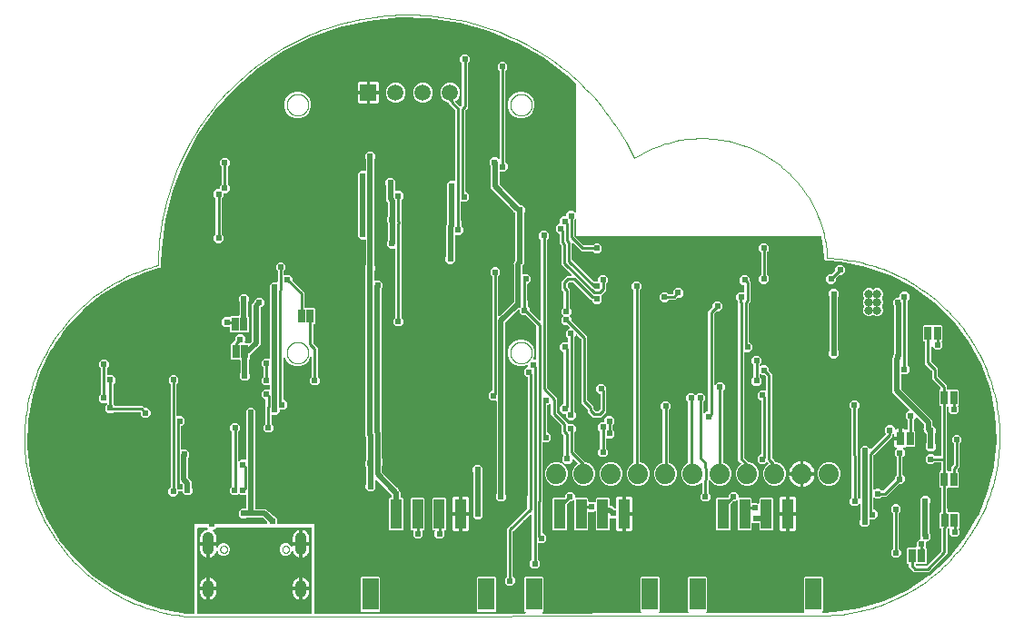
<source format=gbl>
G04 EAGLE Gerber RS-274X export*
G75*
%MOMM*%
%FSLAX34Y34*%
%LPD*%
%INBottom Copper*%
%IPPOS*%
%AMOC8*
5,1,8,0,0,1.08239X$1,22.5*%
G01*
%ADD10C,0.000000*%
%ADD11C,0.808000*%
%ADD12R,0.635000X1.270000*%
%ADD13R,1.508000X1.508000*%
%ADD14C,1.508000*%
%ADD15R,1.010000X2.740000*%
%ADD16R,1.500000X3.000000*%
%ADD17C,1.879600*%
%ADD18C,1.000000*%
%ADD19C,0.508000*%
%ADD20C,0.609600*%
%ADD21C,0.254000*%

G36*
X458250Y1937D02*
X458250Y1937D01*
X458320Y1949D01*
X458391Y1951D01*
X458441Y1969D01*
X458493Y1978D01*
X458555Y2011D01*
X458622Y2035D01*
X458663Y2068D01*
X458710Y2093D01*
X458759Y2145D01*
X458814Y2189D01*
X458842Y2234D01*
X458879Y2272D01*
X458909Y2336D01*
X458947Y2396D01*
X458960Y2447D01*
X458982Y2495D01*
X458990Y2566D01*
X459007Y2635D01*
X459003Y2687D01*
X459009Y2740D01*
X458993Y2809D01*
X458988Y2880D01*
X458967Y2928D01*
X458956Y2980D01*
X458919Y3041D01*
X458892Y3106D01*
X458846Y3163D01*
X458829Y3191D01*
X458812Y3206D01*
X458787Y3237D01*
X457675Y4348D01*
X457675Y35612D01*
X458568Y36505D01*
X474832Y36505D01*
X475725Y35612D01*
X475725Y4348D01*
X474650Y3274D01*
X474608Y3215D01*
X474558Y3163D01*
X474537Y3116D01*
X474507Y3074D01*
X474486Y3005D01*
X474455Y2939D01*
X474450Y2888D01*
X474435Y2839D01*
X474436Y2767D01*
X474429Y2695D01*
X474440Y2645D01*
X474441Y2593D01*
X474466Y2525D01*
X474481Y2455D01*
X474508Y2411D01*
X474525Y2362D01*
X474571Y2306D01*
X474608Y2244D01*
X474647Y2211D01*
X474679Y2170D01*
X474740Y2131D01*
X474795Y2084D01*
X474843Y2065D01*
X474886Y2037D01*
X474956Y2020D01*
X475024Y1993D01*
X475093Y1985D01*
X475125Y1977D01*
X475148Y1979D01*
X475190Y1975D01*
X566014Y2174D01*
X566084Y2185D01*
X566154Y2187D01*
X566204Y2205D01*
X566256Y2214D01*
X566319Y2247D01*
X566385Y2272D01*
X566427Y2305D01*
X566474Y2330D01*
X566522Y2381D01*
X566578Y2425D01*
X566606Y2470D01*
X566642Y2508D01*
X566672Y2573D01*
X566711Y2632D01*
X566723Y2684D01*
X566746Y2732D01*
X566753Y2802D01*
X566771Y2871D01*
X566766Y2924D01*
X566772Y2976D01*
X566757Y3045D01*
X566751Y3116D01*
X566731Y3165D01*
X566719Y3216D01*
X566683Y3277D01*
X566655Y3342D01*
X566609Y3400D01*
X566593Y3427D01*
X566575Y3442D01*
X566550Y3473D01*
X565675Y4348D01*
X565675Y35612D01*
X566568Y36505D01*
X582832Y36505D01*
X583725Y35612D01*
X583725Y4348D01*
X582888Y3512D01*
X582846Y3453D01*
X582796Y3400D01*
X582774Y3353D01*
X582744Y3312D01*
X582723Y3243D01*
X582693Y3177D01*
X582687Y3126D01*
X582672Y3077D01*
X582674Y3004D01*
X582666Y2932D01*
X582677Y2882D01*
X582678Y2831D01*
X582703Y2763D01*
X582719Y2692D01*
X582745Y2648D01*
X582763Y2600D01*
X582808Y2543D01*
X582845Y2481D01*
X582884Y2448D01*
X582916Y2408D01*
X582978Y2369D01*
X583033Y2322D01*
X583080Y2303D01*
X583123Y2275D01*
X583194Y2257D01*
X583261Y2230D01*
X583331Y2223D01*
X583362Y2215D01*
X583386Y2217D01*
X583428Y2212D01*
X610317Y2271D01*
X610386Y2283D01*
X610457Y2284D01*
X610507Y2303D01*
X610559Y2311D01*
X610622Y2344D01*
X610688Y2369D01*
X610730Y2402D01*
X610776Y2427D01*
X610825Y2478D01*
X610880Y2523D01*
X610909Y2567D01*
X610945Y2606D01*
X610975Y2670D01*
X611013Y2729D01*
X611026Y2781D01*
X611048Y2829D01*
X611056Y2899D01*
X611073Y2968D01*
X611069Y3021D01*
X611075Y3073D01*
X611060Y3143D01*
X611054Y3213D01*
X611034Y3262D01*
X611022Y3314D01*
X610986Y3374D01*
X610958Y3440D01*
X610912Y3497D01*
X610896Y3524D01*
X610878Y3539D01*
X610853Y3571D01*
X610075Y4348D01*
X610075Y35612D01*
X610968Y36505D01*
X627232Y36505D01*
X628125Y35612D01*
X628125Y4348D01*
X627385Y3609D01*
X627343Y3550D01*
X627293Y3498D01*
X627272Y3451D01*
X627242Y3409D01*
X627221Y3340D01*
X627190Y3274D01*
X627185Y3223D01*
X627170Y3174D01*
X627171Y3102D01*
X627164Y3030D01*
X627175Y2980D01*
X627176Y2928D01*
X627201Y2860D01*
X627216Y2789D01*
X627243Y2746D01*
X627260Y2697D01*
X627306Y2641D01*
X627343Y2579D01*
X627382Y2545D01*
X627414Y2505D01*
X627475Y2466D01*
X627530Y2419D01*
X627578Y2400D01*
X627621Y2372D01*
X627691Y2355D01*
X627759Y2328D01*
X627828Y2320D01*
X627859Y2312D01*
X627883Y2314D01*
X627925Y2310D01*
X718080Y2507D01*
X718150Y2519D01*
X718221Y2521D01*
X718271Y2539D01*
X718323Y2548D01*
X718385Y2581D01*
X718452Y2605D01*
X718493Y2638D01*
X718540Y2663D01*
X718589Y2715D01*
X718644Y2759D01*
X718673Y2803D01*
X718709Y2842D01*
X718739Y2906D01*
X718777Y2966D01*
X718790Y3017D01*
X718812Y3065D01*
X718820Y3136D01*
X718837Y3204D01*
X718833Y3257D01*
X718839Y3310D01*
X718823Y3379D01*
X718818Y3450D01*
X718797Y3498D01*
X718786Y3550D01*
X718749Y3611D01*
X718722Y3676D01*
X718676Y3733D01*
X718659Y3761D01*
X718642Y3776D01*
X718617Y3807D01*
X718075Y4348D01*
X718075Y35612D01*
X718968Y36505D01*
X735232Y36505D01*
X736125Y35612D01*
X736125Y4348D01*
X735718Y3942D01*
X735668Y3873D01*
X735612Y3809D01*
X735597Y3773D01*
X735574Y3742D01*
X735549Y3661D01*
X735516Y3583D01*
X735513Y3544D01*
X735502Y3507D01*
X735504Y3422D01*
X735498Y3338D01*
X735507Y3300D01*
X735508Y3261D01*
X735537Y3181D01*
X735558Y3099D01*
X735579Y3066D01*
X735593Y3030D01*
X735646Y2964D01*
X735691Y2893D01*
X735722Y2868D01*
X735746Y2838D01*
X735818Y2792D01*
X735884Y2739D01*
X735920Y2726D01*
X735953Y2705D01*
X736035Y2684D01*
X736115Y2655D01*
X736166Y2651D01*
X736192Y2645D01*
X736222Y2647D01*
X736282Y2642D01*
X745412Y2956D01*
X745440Y2962D01*
X745496Y2964D01*
X769394Y6460D01*
X769425Y6470D01*
X769503Y6485D01*
X792624Y13466D01*
X792654Y13480D01*
X792730Y13506D01*
X814569Y23819D01*
X814596Y23838D01*
X814667Y23874D01*
X834748Y37294D01*
X834772Y37316D01*
X834837Y37363D01*
X852720Y53595D01*
X852741Y53621D01*
X852798Y53677D01*
X868093Y72368D01*
X868110Y72397D01*
X868158Y72460D01*
X880531Y93202D01*
X880543Y93233D01*
X880582Y93303D01*
X889763Y115642D01*
X889770Y115674D01*
X889798Y115749D01*
X895586Y139197D01*
X895588Y139230D01*
X895604Y139308D01*
X897873Y163353D01*
X897871Y163386D01*
X897875Y163465D01*
X896575Y187582D01*
X896568Y187614D01*
X896561Y187694D01*
X891720Y211356D01*
X891708Y211387D01*
X891689Y211464D01*
X883413Y234154D01*
X883397Y234182D01*
X883367Y234256D01*
X871837Y255479D01*
X871817Y255505D01*
X871776Y255573D01*
X857244Y274864D01*
X857229Y274879D01*
X857218Y274897D01*
X857198Y274913D01*
X857170Y274949D01*
X839953Y291887D01*
X839926Y291906D01*
X839867Y291960D01*
X820342Y306175D01*
X820312Y306190D01*
X820246Y306234D01*
X798839Y317416D01*
X798807Y317427D01*
X798735Y317461D01*
X775914Y325365D01*
X775881Y325371D01*
X775805Y325394D01*
X752067Y329849D01*
X752038Y329849D01*
X751983Y329860D01*
X740027Y330752D01*
X739997Y330750D01*
X739936Y330754D01*
X739020Y330712D01*
X738974Y330742D01*
X738916Y330757D01*
X738877Y330775D01*
X738230Y331472D01*
X738212Y331486D01*
X738186Y331516D01*
X737477Y332163D01*
X737466Y332217D01*
X737436Y332268D01*
X737420Y332309D01*
X737454Y333211D01*
X737450Y333242D01*
X737452Y333307D01*
X736577Y343102D01*
X736569Y343133D01*
X736562Y343200D01*
X734378Y352972D01*
X734355Y353027D01*
X734343Y353086D01*
X734310Y353141D01*
X734286Y353200D01*
X734247Y353246D01*
X734217Y353297D01*
X734168Y353339D01*
X734126Y353387D01*
X734075Y353418D01*
X734030Y353457D01*
X733970Y353481D01*
X733915Y353514D01*
X733857Y353526D01*
X733802Y353549D01*
X733706Y353559D01*
X733675Y353566D01*
X733660Y353565D01*
X733635Y353567D01*
X507158Y353567D01*
X505967Y354758D01*
X505967Y368895D01*
X505956Y368965D01*
X505954Y369037D01*
X505936Y369086D01*
X505928Y369137D01*
X505894Y369201D01*
X505869Y369268D01*
X505837Y369309D01*
X505812Y369355D01*
X505760Y369404D01*
X505716Y369460D01*
X505672Y369488D01*
X505634Y369524D01*
X505569Y369554D01*
X505509Y369593D01*
X505458Y369606D01*
X505411Y369628D01*
X505340Y369636D01*
X505270Y369653D01*
X505218Y369649D01*
X505167Y369655D01*
X505096Y369640D01*
X505025Y369634D01*
X504977Y369614D01*
X504926Y369603D01*
X504865Y369566D01*
X504799Y369538D01*
X504743Y369493D01*
X504715Y369476D01*
X504700Y369459D01*
X504668Y369433D01*
X504522Y369287D01*
X504468Y369213D01*
X504409Y369143D01*
X504397Y369113D01*
X504378Y369087D01*
X504351Y369000D01*
X504317Y368915D01*
X504313Y368874D01*
X504306Y368852D01*
X504307Y368820D01*
X504299Y368749D01*
X504299Y354497D01*
X504313Y354407D01*
X504321Y354316D01*
X504333Y354286D01*
X504338Y354254D01*
X504381Y354174D01*
X504417Y354090D01*
X504443Y354058D01*
X504454Y354037D01*
X504477Y354015D01*
X504522Y353959D01*
X512935Y345546D01*
X513009Y345493D01*
X513078Y345433D01*
X513108Y345421D01*
X513134Y345402D01*
X513221Y345375D01*
X513306Y345341D01*
X513347Y345337D01*
X513369Y345330D01*
X513402Y345331D01*
X513473Y345323D01*
X521325Y345323D01*
X521415Y345337D01*
X521506Y345345D01*
X521535Y345357D01*
X521567Y345362D01*
X521648Y345405D01*
X521732Y345441D01*
X521764Y345467D01*
X521785Y345478D01*
X521807Y345501D01*
X521863Y345546D01*
X523418Y347101D01*
X527206Y347101D01*
X529885Y344422D01*
X529885Y340634D01*
X527206Y337955D01*
X523418Y337955D01*
X521863Y339510D01*
X521789Y339563D01*
X521719Y339623D01*
X521689Y339635D01*
X521663Y339654D01*
X521576Y339681D01*
X521491Y339715D01*
X521450Y339719D01*
X521428Y339726D01*
X521396Y339725D01*
X521325Y339733D01*
X510842Y339733D01*
X508982Y341593D01*
X503294Y347281D01*
X503236Y347323D01*
X503184Y347373D01*
X503137Y347395D01*
X503095Y347425D01*
X503026Y347446D01*
X502961Y347476D01*
X502909Y347482D01*
X502859Y347497D01*
X502788Y347495D01*
X502717Y347503D01*
X502666Y347492D01*
X502614Y347491D01*
X502546Y347466D01*
X502476Y347451D01*
X502431Y347424D01*
X502383Y347406D01*
X502327Y347362D01*
X502265Y347325D01*
X502231Y347285D01*
X502191Y347253D01*
X502152Y347192D01*
X502105Y347138D01*
X502086Y347090D01*
X502058Y347046D01*
X502040Y346976D01*
X502013Y346910D01*
X502005Y346838D01*
X501997Y346807D01*
X501999Y346784D01*
X501995Y346743D01*
X501995Y331969D01*
X502009Y331879D01*
X502017Y331788D01*
X502029Y331758D01*
X502034Y331726D01*
X502077Y331646D01*
X502113Y331562D01*
X502139Y331530D01*
X502150Y331509D01*
X502173Y331487D01*
X502218Y331431D01*
X522236Y311412D01*
X522253Y311400D01*
X522265Y311385D01*
X522352Y311329D01*
X522436Y311268D01*
X522455Y311262D01*
X522472Y311252D01*
X522572Y311226D01*
X522671Y311196D01*
X522691Y311196D01*
X522711Y311192D01*
X522814Y311200D01*
X522917Y311202D01*
X522936Y311209D01*
X522956Y311211D01*
X523051Y311251D01*
X523148Y311287D01*
X523164Y311299D01*
X523182Y311307D01*
X523313Y311412D01*
X523418Y311517D01*
X525866Y311517D01*
X525886Y311520D01*
X525905Y311518D01*
X526007Y311540D01*
X526109Y311556D01*
X526126Y311566D01*
X526146Y311570D01*
X526235Y311623D01*
X526326Y311672D01*
X526340Y311686D01*
X526357Y311696D01*
X526424Y311775D01*
X526496Y311850D01*
X526504Y311868D01*
X526517Y311883D01*
X526556Y311979D01*
X526599Y312073D01*
X526601Y312093D01*
X526609Y312111D01*
X526627Y312278D01*
X526627Y314726D01*
X529306Y317405D01*
X533094Y317405D01*
X535773Y314726D01*
X535773Y310938D01*
X534218Y309383D01*
X534165Y309309D01*
X534105Y309239D01*
X534093Y309209D01*
X534074Y309183D01*
X534047Y309096D01*
X534013Y309011D01*
X534009Y308970D01*
X534002Y308948D01*
X534003Y308916D01*
X533995Y308845D01*
X533995Y303226D01*
X532135Y301366D01*
X529396Y298628D01*
X529384Y298611D01*
X529369Y298599D01*
X529313Y298512D01*
X529252Y298428D01*
X529246Y298409D01*
X529236Y298392D01*
X529210Y298292D01*
X529180Y298193D01*
X529180Y298173D01*
X529176Y298153D01*
X529184Y298050D01*
X529186Y297947D01*
X529193Y297928D01*
X529195Y297908D01*
X529235Y297813D01*
X529271Y297716D01*
X529283Y297700D01*
X529291Y297682D01*
X529396Y297551D01*
X529885Y297062D01*
X529885Y293274D01*
X527206Y290595D01*
X523418Y290595D01*
X520739Y293274D01*
X520739Y293404D01*
X520736Y293424D01*
X520738Y293443D01*
X520716Y293545D01*
X520700Y293647D01*
X520690Y293664D01*
X520686Y293684D01*
X520633Y293773D01*
X520584Y293864D01*
X520570Y293878D01*
X520560Y293895D01*
X520481Y293962D01*
X520406Y294034D01*
X520388Y294042D01*
X520373Y294055D01*
X520277Y294094D01*
X520183Y294137D01*
X520163Y294139D01*
X520145Y294147D01*
X519978Y294165D01*
X519802Y294165D01*
X503129Y310838D01*
X503055Y310891D01*
X502986Y310951D01*
X502956Y310963D01*
X502930Y310982D01*
X502843Y311009D01*
X502758Y311043D01*
X502717Y311047D01*
X502695Y311054D01*
X502662Y311053D01*
X502591Y311061D01*
X499905Y311061D01*
X499815Y311047D01*
X499724Y311039D01*
X499694Y311027D01*
X499662Y311022D01*
X499582Y310979D01*
X499498Y310943D01*
X499466Y310917D01*
X499445Y310906D01*
X499423Y310883D01*
X499367Y310838D01*
X498122Y309593D01*
X498077Y309531D01*
X498030Y309482D01*
X498023Y309466D01*
X498009Y309450D01*
X497997Y309420D01*
X497978Y309394D01*
X497956Y309322D01*
X497927Y309259D01*
X497925Y309241D01*
X497917Y309222D01*
X497913Y309181D01*
X497906Y309159D01*
X497907Y309126D01*
X497899Y309055D01*
X497899Y306881D01*
X497913Y306791D01*
X497921Y306700D01*
X497933Y306670D01*
X497938Y306638D01*
X497981Y306558D01*
X498017Y306474D01*
X498043Y306442D01*
X498054Y306421D01*
X498077Y306399D01*
X498122Y306343D01*
X499947Y304518D01*
X499947Y287123D01*
X499961Y287033D01*
X499969Y286942D01*
X499981Y286913D01*
X499986Y286881D01*
X500029Y286800D01*
X500065Y286716D01*
X500091Y286684D01*
X500102Y286663D01*
X500125Y286641D01*
X500170Y286585D01*
X501469Y285286D01*
X501469Y281498D01*
X500061Y280090D01*
X500049Y280074D01*
X500034Y280062D01*
X499978Y279974D01*
X499918Y279891D01*
X499912Y279872D01*
X499901Y279855D01*
X499876Y279754D01*
X499845Y279655D01*
X499846Y279636D01*
X499841Y279616D01*
X499849Y279513D01*
X499852Y279410D01*
X499858Y279391D01*
X499860Y279371D01*
X499900Y279276D01*
X499936Y279179D01*
X499949Y279163D01*
X499956Y279145D01*
X500061Y279014D01*
X501469Y277606D01*
X501469Y275407D01*
X501483Y275317D01*
X501491Y275226D01*
X501503Y275196D01*
X501508Y275164D01*
X501551Y275083D01*
X501587Y275000D01*
X501613Y274968D01*
X501624Y274947D01*
X501647Y274925D01*
X501692Y274869D01*
X516331Y260230D01*
X516331Y200897D01*
X516345Y200807D01*
X516353Y200716D01*
X516365Y200686D01*
X516370Y200654D01*
X516413Y200574D01*
X516449Y200490D01*
X516475Y200458D01*
X516486Y200437D01*
X516509Y200415D01*
X516554Y200359D01*
X522219Y194694D01*
X522219Y192449D01*
X522233Y192359D01*
X522241Y192268D01*
X522253Y192238D01*
X522258Y192206D01*
X522301Y192126D01*
X522337Y192042D01*
X522363Y192010D01*
X522374Y191989D01*
X522397Y191967D01*
X522442Y191911D01*
X523687Y190666D01*
X523761Y190613D01*
X523830Y190553D01*
X523860Y190541D01*
X523886Y190522D01*
X523973Y190495D01*
X524058Y190461D01*
X524099Y190457D01*
X524121Y190450D01*
X524154Y190451D01*
X524225Y190443D01*
X526399Y190443D01*
X526489Y190457D01*
X526580Y190465D01*
X526610Y190477D01*
X526642Y190482D01*
X526722Y190525D01*
X526806Y190561D01*
X526838Y190587D01*
X526859Y190598D01*
X526881Y190621D01*
X526937Y190666D01*
X528182Y191911D01*
X528235Y191985D01*
X528295Y192054D01*
X528307Y192084D01*
X528326Y192110D01*
X528353Y192197D01*
X528387Y192282D01*
X528391Y192323D01*
X528398Y192345D01*
X528397Y192378D01*
X528405Y192449D01*
X528405Y206122D01*
X528402Y206142D01*
X528404Y206161D01*
X528382Y206263D01*
X528366Y206365D01*
X528356Y206382D01*
X528352Y206402D01*
X528299Y206491D01*
X528250Y206582D01*
X528236Y206596D01*
X528226Y206613D01*
X528147Y206680D01*
X528072Y206752D01*
X528054Y206760D01*
X528039Y206773D01*
X527943Y206812D01*
X527849Y206855D01*
X527829Y206857D01*
X527811Y206865D01*
X527644Y206883D01*
X527514Y206883D01*
X524835Y209562D01*
X524835Y213350D01*
X527514Y216029D01*
X531302Y216029D01*
X533981Y213350D01*
X533981Y211151D01*
X533995Y211065D01*
X533995Y189818D01*
X529030Y184853D01*
X521594Y184853D01*
X516629Y189818D01*
X516629Y192063D01*
X516615Y192153D01*
X516607Y192244D01*
X516595Y192274D01*
X516590Y192306D01*
X516547Y192386D01*
X516511Y192470D01*
X516485Y192502D01*
X516474Y192523D01*
X516451Y192545D01*
X516406Y192601D01*
X510741Y198266D01*
X510741Y257599D01*
X510727Y257689D01*
X510719Y257780D01*
X510707Y257810D01*
X510702Y257842D01*
X510659Y257922D01*
X510623Y258006D01*
X510597Y258039D01*
X510586Y258059D01*
X510563Y258081D01*
X510518Y258137D01*
X506864Y261791D01*
X506806Y261833D01*
X506754Y261883D01*
X506707Y261905D01*
X506665Y261935D01*
X506596Y261956D01*
X506531Y261986D01*
X506479Y261992D01*
X506429Y262007D01*
X506358Y262005D01*
X506287Y262013D01*
X506236Y262002D01*
X506184Y262001D01*
X506116Y261976D01*
X506046Y261961D01*
X506001Y261934D01*
X505953Y261916D01*
X505897Y261872D01*
X505835Y261835D01*
X505801Y261795D01*
X505761Y261763D01*
X505722Y261702D01*
X505675Y261648D01*
X505656Y261600D01*
X505628Y261556D01*
X505610Y261486D01*
X505583Y261420D01*
X505575Y261348D01*
X505567Y261317D01*
X505569Y261294D01*
X505565Y261253D01*
X505565Y261018D01*
X504266Y259719D01*
X504213Y259645D01*
X504153Y259575D01*
X504141Y259545D01*
X504122Y259519D01*
X504095Y259432D01*
X504061Y259347D01*
X504057Y259306D01*
X504050Y259284D01*
X504051Y259252D01*
X504043Y259181D01*
X504043Y190611D01*
X504057Y190521D01*
X504065Y190430D01*
X504077Y190401D01*
X504082Y190369D01*
X504125Y190288D01*
X504161Y190204D01*
X504187Y190172D01*
X504198Y190151D01*
X504221Y190129D01*
X504266Y190073D01*
X505565Y188774D01*
X505565Y184986D01*
X502886Y182307D01*
X499098Y182307D01*
X496419Y184986D01*
X496419Y187434D01*
X496416Y187454D01*
X496418Y187473D01*
X496396Y187575D01*
X496380Y187677D01*
X496370Y187694D01*
X496366Y187714D01*
X496313Y187803D01*
X496264Y187894D01*
X496250Y187908D01*
X496240Y187925D01*
X496161Y187992D01*
X496086Y188064D01*
X496068Y188072D01*
X496053Y188085D01*
X495957Y188124D01*
X495863Y188167D01*
X495843Y188169D01*
X495825Y188177D01*
X495658Y188195D01*
X493466Y188195D01*
X490787Y190874D01*
X490787Y194662D01*
X493466Y197341D01*
X493596Y197341D01*
X493616Y197344D01*
X493635Y197342D01*
X493737Y197364D01*
X493839Y197380D01*
X493856Y197390D01*
X493876Y197394D01*
X493965Y197447D01*
X494056Y197496D01*
X494070Y197510D01*
X494087Y197520D01*
X494154Y197599D01*
X494226Y197674D01*
X494234Y197692D01*
X494247Y197707D01*
X494286Y197803D01*
X494329Y197897D01*
X494331Y197917D01*
X494339Y197935D01*
X494357Y198102D01*
X494357Y245034D01*
X494354Y245054D01*
X494356Y245073D01*
X494334Y245175D01*
X494318Y245277D01*
X494308Y245294D01*
X494304Y245314D01*
X494251Y245403D01*
X494202Y245494D01*
X494188Y245508D01*
X494178Y245525D01*
X494099Y245592D01*
X494024Y245664D01*
X494006Y245672D01*
X493991Y245685D01*
X493895Y245724D01*
X493801Y245767D01*
X493781Y245769D01*
X493763Y245777D01*
X493596Y245795D01*
X493466Y245795D01*
X490787Y248474D01*
X490787Y252262D01*
X493466Y254941D01*
X497284Y254941D01*
X497311Y254928D01*
X497353Y254898D01*
X497422Y254876D01*
X497487Y254846D01*
X497539Y254841D01*
X497588Y254825D01*
X497660Y254827D01*
X497731Y254819D01*
X497782Y254830D01*
X497834Y254832D01*
X497902Y254856D01*
X497972Y254871D01*
X498017Y254898D01*
X498065Y254916D01*
X498121Y254961D01*
X498183Y254998D01*
X498217Y255037D01*
X498257Y255070D01*
X498296Y255130D01*
X498343Y255184D01*
X498362Y255233D01*
X498390Y255277D01*
X498408Y255346D01*
X498435Y255413D01*
X498443Y255484D01*
X498451Y255515D01*
X498449Y255538D01*
X498453Y255579D01*
X498453Y258669D01*
X498439Y258759D01*
X498431Y258850D01*
X498419Y258879D01*
X498414Y258911D01*
X498371Y258992D01*
X498335Y259076D01*
X498309Y259108D01*
X498298Y259129D01*
X498275Y259151D01*
X498230Y259207D01*
X496419Y261018D01*
X496419Y264806D01*
X499098Y267485D01*
X499333Y267485D01*
X499404Y267496D01*
X499476Y267498D01*
X499525Y267516D01*
X499576Y267524D01*
X499639Y267558D01*
X499707Y267583D01*
X499747Y267615D01*
X499793Y267640D01*
X499843Y267692D01*
X499899Y267736D01*
X499927Y267780D01*
X499963Y267818D01*
X499993Y267883D01*
X500032Y267943D01*
X500044Y267994D01*
X500066Y268041D01*
X500074Y268112D01*
X500092Y268182D01*
X500088Y268234D01*
X500093Y268285D01*
X500078Y268356D01*
X500073Y268427D01*
X500052Y268475D01*
X500041Y268526D01*
X500004Y268587D01*
X499976Y268653D01*
X499931Y268709D01*
X499915Y268737D01*
X499897Y268752D01*
X499871Y268784D01*
X497739Y270916D01*
X497665Y270969D01*
X497596Y271029D01*
X497566Y271041D01*
X497540Y271060D01*
X497452Y271087D01*
X497368Y271121D01*
X497327Y271125D01*
X497305Y271132D01*
X497272Y271131D01*
X497201Y271139D01*
X495002Y271139D01*
X492323Y273818D01*
X492323Y277606D01*
X493731Y279014D01*
X493743Y279030D01*
X493758Y279042D01*
X493814Y279129D01*
X493874Y279213D01*
X493880Y279232D01*
X493891Y279249D01*
X493916Y279350D01*
X493947Y279449D01*
X493946Y279468D01*
X493951Y279488D01*
X493943Y279591D01*
X493940Y279694D01*
X493934Y279713D01*
X493932Y279733D01*
X493892Y279828D01*
X493856Y279925D01*
X493843Y279941D01*
X493836Y279959D01*
X493731Y280090D01*
X492323Y281498D01*
X492323Y285286D01*
X494134Y287097D01*
X494187Y287171D01*
X494247Y287241D01*
X494259Y287271D01*
X494278Y287297D01*
X494305Y287384D01*
X494339Y287469D01*
X494343Y287510D01*
X494350Y287532D01*
X494349Y287564D01*
X494357Y287635D01*
X494357Y301887D01*
X494343Y301977D01*
X494335Y302068D01*
X494323Y302098D01*
X494318Y302130D01*
X494275Y302210D01*
X494239Y302294D01*
X494213Y302326D01*
X494202Y302347D01*
X494179Y302369D01*
X494134Y302425D01*
X492309Y304250D01*
X492309Y311686D01*
X497274Y316651D01*
X501367Y316651D01*
X501438Y316662D01*
X501510Y316664D01*
X501559Y316682D01*
X501610Y316690D01*
X501673Y316724D01*
X501741Y316749D01*
X501781Y316781D01*
X501827Y316806D01*
X501877Y316858D01*
X501933Y316902D01*
X501961Y316946D01*
X501997Y316984D01*
X502027Y317049D01*
X502066Y317109D01*
X502078Y317160D01*
X502100Y317207D01*
X502108Y317278D01*
X502126Y317348D01*
X502122Y317400D01*
X502127Y317451D01*
X502112Y317522D01*
X502107Y317593D01*
X502086Y317641D01*
X502075Y317692D01*
X502038Y317753D01*
X502010Y317819D01*
X501965Y317875D01*
X501949Y317903D01*
X501936Y317914D01*
X501933Y317919D01*
X501925Y317925D01*
X501905Y317950D01*
X492309Y327546D01*
X492309Y344895D01*
X492295Y344985D01*
X492287Y345076D01*
X492275Y345106D01*
X492270Y345138D01*
X492227Y345218D01*
X492191Y345302D01*
X492165Y345334D01*
X492154Y345355D01*
X492131Y345377D01*
X492086Y345433D01*
X490517Y347002D01*
X490517Y355370D01*
X490514Y355390D01*
X490516Y355409D01*
X490494Y355511D01*
X490478Y355613D01*
X490468Y355630D01*
X490464Y355650D01*
X490411Y355739D01*
X490362Y355830D01*
X490348Y355844D01*
X490338Y355861D01*
X490259Y355928D01*
X490184Y356000D01*
X490166Y356008D01*
X490151Y356021D01*
X490055Y356060D01*
X489961Y356103D01*
X489941Y356105D01*
X489923Y356113D01*
X489756Y356131D01*
X489626Y356131D01*
X486947Y358810D01*
X486947Y362598D01*
X489626Y365277D01*
X490282Y365277D01*
X490302Y365280D01*
X490321Y365278D01*
X490423Y365300D01*
X490525Y365316D01*
X490542Y365326D01*
X490562Y365330D01*
X490651Y365383D01*
X490742Y365432D01*
X490756Y365446D01*
X490773Y365456D01*
X490840Y365535D01*
X490912Y365610D01*
X490920Y365628D01*
X490933Y365643D01*
X490972Y365739D01*
X491015Y365833D01*
X491017Y365853D01*
X491025Y365871D01*
X491043Y366038D01*
X491043Y369510D01*
X493722Y372189D01*
X496170Y372189D01*
X496190Y372192D01*
X496209Y372190D01*
X496311Y372212D01*
X496413Y372228D01*
X496430Y372238D01*
X496450Y372242D01*
X496539Y372295D01*
X496630Y372344D01*
X496644Y372358D01*
X496661Y372368D01*
X496728Y372447D01*
X496800Y372522D01*
X496808Y372540D01*
X496821Y372555D01*
X496860Y372651D01*
X496903Y372745D01*
X496905Y372765D01*
X496913Y372783D01*
X496931Y372950D01*
X496931Y374630D01*
X499610Y377309D01*
X503398Y377309D01*
X504668Y376039D01*
X504726Y375997D01*
X504778Y375948D01*
X504825Y375926D01*
X504867Y375896D01*
X504936Y375874D01*
X505001Y375844D01*
X505053Y375839D01*
X505103Y375823D01*
X505174Y375825D01*
X505245Y375817D01*
X505296Y375828D01*
X505348Y375830D01*
X505416Y375854D01*
X505486Y375869D01*
X505531Y375896D01*
X505579Y375914D01*
X505635Y375959D01*
X505697Y375996D01*
X505731Y376035D01*
X505771Y376068D01*
X505810Y376128D01*
X505857Y376182D01*
X505876Y376231D01*
X505904Y376275D01*
X505922Y376344D01*
X505949Y376411D01*
X505957Y376482D01*
X505965Y376513D01*
X505963Y376536D01*
X505967Y376577D01*
X505967Y495361D01*
X505951Y495460D01*
X505941Y495559D01*
X505931Y495581D01*
X505928Y495604D01*
X505881Y495692D01*
X505839Y495783D01*
X505821Y495806D01*
X505812Y495821D01*
X505789Y495844D01*
X505732Y495912D01*
X497823Y503457D01*
X497798Y503474D01*
X497752Y503517D01*
X475114Y520335D01*
X475087Y520349D01*
X475036Y520386D01*
X450506Y534300D01*
X450477Y534311D01*
X450422Y534341D01*
X424371Y545141D01*
X424341Y545148D01*
X424283Y545172D01*
X397104Y552695D01*
X397073Y552698D01*
X397012Y552715D01*
X369115Y556847D01*
X369085Y556847D01*
X369022Y556855D01*
X340829Y557535D01*
X340799Y557531D01*
X340736Y557532D01*
X312673Y554749D01*
X312643Y554741D01*
X312580Y554734D01*
X285070Y548529D01*
X285042Y548518D01*
X284980Y548503D01*
X258439Y538971D01*
X258412Y538957D01*
X258353Y538934D01*
X233181Y526219D01*
X233156Y526201D01*
X233100Y526172D01*
X209678Y510465D01*
X209656Y510444D01*
X209604Y510408D01*
X188285Y491947D01*
X188265Y491924D01*
X188218Y491882D01*
X169325Y470945D01*
X169308Y470919D01*
X169267Y470872D01*
X153084Y447776D01*
X153071Y447749D01*
X153035Y447696D01*
X139807Y422790D01*
X139797Y422761D01*
X139769Y422705D01*
X129696Y396364D01*
X129690Y396334D01*
X129668Y396275D01*
X122902Y368897D01*
X122899Y368867D01*
X122885Y368805D01*
X119528Y340805D01*
X119529Y340780D01*
X119523Y340735D01*
X119151Y327004D01*
X119154Y326981D01*
X119151Y326958D01*
X119175Y326792D01*
X119324Y326220D01*
X119249Y326093D01*
X119206Y325982D01*
X119162Y325871D01*
X119161Y325866D01*
X119160Y325863D01*
X119160Y325850D01*
X119144Y325704D01*
X119145Y325557D01*
X118696Y325105D01*
X118689Y325096D01*
X118680Y325089D01*
X118580Y324954D01*
X118257Y324405D01*
X118114Y324368D01*
X118004Y324319D01*
X117896Y324273D01*
X117892Y324270D01*
X117889Y324269D01*
X117879Y324260D01*
X117765Y324168D01*
X117662Y324063D01*
X117077Y324061D01*
X117053Y324057D01*
X117028Y324059D01*
X116863Y324029D01*
X106014Y320795D01*
X105989Y320783D01*
X105937Y320767D01*
X84398Y311735D01*
X84371Y311718D01*
X84301Y311686D01*
X64271Y299674D01*
X64246Y299653D01*
X64182Y299612D01*
X46070Y284866D01*
X46048Y284841D01*
X45991Y284791D01*
X30167Y267613D01*
X30149Y267586D01*
X30099Y267528D01*
X27547Y263807D01*
X26503Y262285D01*
X26503Y262284D01*
X25458Y260762D01*
X20758Y253911D01*
X19714Y252388D01*
X18670Y250866D01*
X16888Y248268D01*
X16874Y248239D01*
X16833Y248174D01*
X6503Y227227D01*
X6493Y227196D01*
X6462Y227126D01*
X-774Y204920D01*
X-779Y204888D01*
X-801Y204814D01*
X-4796Y181803D01*
X-4796Y181770D01*
X-4807Y181695D01*
X-5479Y158349D01*
X-5475Y158318D01*
X-5478Y158287D01*
X-5474Y158270D01*
X-5474Y158240D01*
X-2810Y135037D01*
X-2801Y135005D01*
X-2790Y134930D01*
X3157Y112344D01*
X3170Y112314D01*
X3192Y112241D01*
X12299Y90734D01*
X12317Y90706D01*
X12349Y90637D01*
X24431Y70649D01*
X24452Y70624D01*
X24493Y70560D01*
X39302Y52500D01*
X39327Y52478D01*
X39377Y52421D01*
X56611Y36657D01*
X56638Y36639D01*
X56696Y36589D01*
X76002Y23445D01*
X76032Y23431D01*
X76096Y23390D01*
X97079Y13134D01*
X97110Y13124D01*
X97180Y13093D01*
X119411Y5934D01*
X119444Y5929D01*
X119517Y5908D01*
X142542Y1994D01*
X142570Y1993D01*
X142624Y1984D01*
X149814Y1545D01*
X149857Y1549D01*
X149899Y1544D01*
X149978Y1561D01*
X150058Y1569D01*
X150098Y1587D01*
X150140Y1596D01*
X150209Y1638D01*
X150282Y1671D01*
X150314Y1701D01*
X150351Y1723D01*
X150403Y1784D01*
X150462Y1839D01*
X150483Y1877D01*
X150511Y1910D01*
X150541Y1984D01*
X150579Y2055D01*
X150587Y2098D01*
X150603Y2138D01*
X150619Y2286D01*
X150621Y2297D01*
X150621Y2300D01*
X150621Y2304D01*
X150621Y85599D01*
X217642Y85599D01*
X217662Y85602D01*
X217681Y85600D01*
X217783Y85622D01*
X217885Y85639D01*
X217902Y85648D01*
X217922Y85652D01*
X218011Y85705D01*
X218102Y85754D01*
X218116Y85768D01*
X218133Y85778D01*
X218200Y85857D01*
X218272Y85932D01*
X218280Y85950D01*
X218293Y85965D01*
X218332Y86061D01*
X218375Y86155D01*
X218377Y86175D01*
X218385Y86193D01*
X218403Y86360D01*
X218403Y86573D01*
X218389Y86663D01*
X218381Y86754D01*
X218369Y86784D01*
X218364Y86816D01*
X218321Y86896D01*
X218285Y86980D01*
X218259Y87013D01*
X218248Y87033D01*
X218225Y87055D01*
X218180Y87111D01*
X214347Y90944D01*
X214273Y90997D01*
X214204Y91057D01*
X214174Y91069D01*
X214148Y91088D01*
X214060Y91115D01*
X213976Y91149D01*
X213935Y91153D01*
X213912Y91160D01*
X213880Y91159D01*
X213809Y91167D01*
X199069Y91167D01*
X198979Y91153D01*
X198888Y91145D01*
X198859Y91133D01*
X198827Y91128D01*
X198746Y91085D01*
X198662Y91049D01*
X198630Y91023D01*
X198609Y91012D01*
X198587Y90989D01*
X198531Y90944D01*
X198246Y90659D01*
X194458Y90659D01*
X191779Y93338D01*
X191779Y97126D01*
X194458Y99805D01*
X197926Y99805D01*
X197946Y99808D01*
X197965Y99806D01*
X198067Y99828D01*
X198169Y99844D01*
X198186Y99854D01*
X198206Y99858D01*
X198295Y99911D01*
X198386Y99960D01*
X198400Y99974D01*
X198417Y99984D01*
X198484Y100063D01*
X198556Y100138D01*
X198564Y100156D01*
X198577Y100171D01*
X198616Y100267D01*
X198659Y100361D01*
X198661Y100381D01*
X198669Y100399D01*
X198687Y100566D01*
X198687Y111535D01*
X198676Y111605D01*
X198674Y111677D01*
X198656Y111726D01*
X198648Y111777D01*
X198614Y111841D01*
X198589Y111908D01*
X198557Y111949D01*
X198532Y111995D01*
X198481Y112044D01*
X198436Y112100D01*
X198392Y112128D01*
X198354Y112164D01*
X198289Y112194D01*
X198229Y112233D01*
X198178Y112246D01*
X198131Y112268D01*
X198060Y112276D01*
X197990Y112293D01*
X197938Y112289D01*
X197887Y112295D01*
X197816Y112280D01*
X197745Y112274D01*
X197697Y112254D01*
X197646Y112243D01*
X197585Y112206D01*
X197519Y112178D01*
X197501Y112163D01*
X193690Y112163D01*
X192282Y113571D01*
X192266Y113583D01*
X192254Y113598D01*
X192166Y113654D01*
X192083Y113714D01*
X192064Y113720D01*
X192047Y113731D01*
X191946Y113756D01*
X191847Y113787D01*
X191828Y113786D01*
X191808Y113791D01*
X191705Y113783D01*
X191602Y113780D01*
X191583Y113774D01*
X191563Y113772D01*
X191468Y113732D01*
X191371Y113696D01*
X191355Y113683D01*
X191337Y113676D01*
X191206Y113571D01*
X189798Y112163D01*
X186010Y112163D01*
X183331Y114842D01*
X183331Y118630D01*
X185142Y120441D01*
X185195Y120515D01*
X185255Y120585D01*
X185267Y120615D01*
X185286Y120641D01*
X185313Y120728D01*
X185347Y120813D01*
X185351Y120854D01*
X185358Y120876D01*
X185357Y120908D01*
X185365Y120979D01*
X185365Y171117D01*
X185351Y171207D01*
X185343Y171298D01*
X185331Y171327D01*
X185326Y171359D01*
X185283Y171440D01*
X185247Y171524D01*
X185221Y171556D01*
X185210Y171577D01*
X185187Y171599D01*
X185142Y171655D01*
X183587Y173210D01*
X183587Y176998D01*
X186266Y179677D01*
X190054Y179677D01*
X192733Y176998D01*
X192733Y173210D01*
X191178Y171655D01*
X191125Y171581D01*
X191065Y171511D01*
X191053Y171481D01*
X191034Y171455D01*
X191007Y171368D01*
X190973Y171283D01*
X190969Y171242D01*
X190962Y171220D01*
X190963Y171188D01*
X190955Y171117D01*
X190955Y144475D01*
X190966Y144405D01*
X190968Y144333D01*
X190986Y144284D01*
X190994Y144233D01*
X191028Y144169D01*
X191053Y144102D01*
X191085Y144061D01*
X191110Y144015D01*
X191162Y143966D01*
X191206Y143910D01*
X191250Y143882D01*
X191288Y143846D01*
X191353Y143816D01*
X191413Y143777D01*
X191464Y143764D01*
X191511Y143742D01*
X191582Y143734D01*
X191652Y143717D01*
X191704Y143721D01*
X191755Y143715D01*
X191826Y143730D01*
X191897Y143736D01*
X191945Y143756D01*
X191996Y143767D01*
X192057Y143804D01*
X192123Y143832D01*
X192179Y143877D01*
X192207Y143894D01*
X192222Y143911D01*
X192254Y143937D01*
X193690Y145373D01*
X197497Y145373D01*
X197498Y145372D01*
X197545Y145350D01*
X197587Y145320D01*
X197656Y145298D01*
X197721Y145268D01*
X197773Y145263D01*
X197822Y145247D01*
X197894Y145249D01*
X197965Y145241D01*
X198016Y145252D01*
X198068Y145254D01*
X198136Y145278D01*
X198206Y145293D01*
X198251Y145320D01*
X198299Y145338D01*
X198355Y145383D01*
X198417Y145420D01*
X198451Y145459D01*
X198491Y145492D01*
X198530Y145552D01*
X198577Y145606D01*
X198596Y145655D01*
X198624Y145699D01*
X198642Y145768D01*
X198669Y145835D01*
X198677Y145906D01*
X198685Y145937D01*
X198683Y145960D01*
X198687Y146001D01*
X198687Y186723D01*
X198673Y186813D01*
X198665Y186904D01*
X198653Y186933D01*
X198648Y186965D01*
X198605Y187046D01*
X198569Y187130D01*
X198543Y187162D01*
X198532Y187183D01*
X198509Y187205D01*
X198464Y187261D01*
X198179Y187546D01*
X198179Y191334D01*
X200858Y194013D01*
X204646Y194013D01*
X207325Y191334D01*
X207325Y187546D01*
X207040Y187261D01*
X206987Y187187D01*
X206927Y187117D01*
X206915Y187087D01*
X206896Y187061D01*
X206869Y186974D01*
X206835Y186889D01*
X206831Y186848D01*
X206824Y186826D01*
X206825Y186794D01*
X206817Y186723D01*
X206817Y100058D01*
X206820Y100038D01*
X206818Y100019D01*
X206840Y99917D01*
X206856Y99815D01*
X206866Y99798D01*
X206870Y99778D01*
X206923Y99689D01*
X206972Y99598D01*
X206986Y99584D01*
X206996Y99567D01*
X207075Y99500D01*
X207150Y99428D01*
X207168Y99420D01*
X207183Y99407D01*
X207279Y99368D01*
X207373Y99325D01*
X207393Y99323D01*
X207411Y99315D01*
X207578Y99297D01*
X217492Y99297D01*
X220096Y96693D01*
X223929Y92860D01*
X224003Y92807D01*
X224072Y92747D01*
X224102Y92735D01*
X224128Y92716D01*
X224215Y92689D01*
X224300Y92655D01*
X224341Y92651D01*
X224363Y92644D01*
X224396Y92645D01*
X224467Y92637D01*
X224870Y92637D01*
X227549Y89958D01*
X227549Y86360D01*
X227552Y86340D01*
X227550Y86321D01*
X227572Y86219D01*
X227588Y86117D01*
X227598Y86100D01*
X227602Y86080D01*
X227655Y85991D01*
X227704Y85900D01*
X227718Y85886D01*
X227728Y85869D01*
X227807Y85802D01*
X227882Y85731D01*
X227900Y85722D01*
X227915Y85709D01*
X228011Y85670D01*
X228105Y85627D01*
X228125Y85625D01*
X228143Y85617D01*
X228310Y85599D01*
X262129Y85599D01*
X262129Y2270D01*
X262132Y2250D01*
X262130Y2229D01*
X262152Y2129D01*
X262169Y2028D01*
X262178Y2009D01*
X262183Y1989D01*
X262236Y1901D01*
X262284Y1810D01*
X262299Y1796D01*
X262309Y1778D01*
X262387Y1712D01*
X262462Y1641D01*
X262481Y1632D01*
X262497Y1619D01*
X262592Y1580D01*
X262685Y1537D01*
X262706Y1535D01*
X262725Y1527D01*
X262892Y1509D01*
X458250Y1937D01*
G37*
%LPC*%
G36*
X442336Y27939D02*
X442336Y27939D01*
X439657Y30618D01*
X439657Y34406D01*
X441212Y35961D01*
X441265Y36035D01*
X441325Y36105D01*
X441337Y36135D01*
X441356Y36161D01*
X441383Y36248D01*
X441417Y36333D01*
X441421Y36374D01*
X441428Y36396D01*
X441427Y36428D01*
X441435Y36499D01*
X441435Y81100D01*
X460342Y100007D01*
X460395Y100081D01*
X460455Y100150D01*
X460467Y100180D01*
X460486Y100206D01*
X460513Y100293D01*
X460547Y100378D01*
X460551Y100419D01*
X460558Y100441D01*
X460557Y100474D01*
X460565Y100545D01*
X460565Y111238D01*
X460598Y111271D01*
X460651Y111345D01*
X460711Y111414D01*
X460723Y111444D01*
X460742Y111470D01*
X460769Y111557D01*
X460803Y111642D01*
X460807Y111683D01*
X460814Y111705D01*
X460813Y111738D01*
X460821Y111809D01*
X460821Y221738D01*
X460818Y221758D01*
X460820Y221777D01*
X460798Y221879D01*
X460782Y221981D01*
X460772Y221998D01*
X460768Y222018D01*
X460715Y222107D01*
X460666Y222198D01*
X460652Y222212D01*
X460642Y222229D01*
X460563Y222296D01*
X460488Y222368D01*
X460470Y222376D01*
X460455Y222389D01*
X460359Y222428D01*
X460265Y222471D01*
X460245Y222473D01*
X460227Y222481D01*
X460060Y222499D01*
X459930Y222499D01*
X457251Y225178D01*
X457251Y228966D01*
X459930Y231645D01*
X460586Y231645D01*
X460606Y231648D01*
X460625Y231646D01*
X460727Y231668D01*
X460829Y231684D01*
X460846Y231694D01*
X460866Y231698D01*
X460955Y231751D01*
X461046Y231800D01*
X461060Y231814D01*
X461077Y231824D01*
X461144Y231903D01*
X461216Y231978D01*
X461224Y231996D01*
X461237Y232011D01*
X461276Y232107D01*
X461319Y232201D01*
X461321Y232221D01*
X461329Y232239D01*
X461347Y232406D01*
X461347Y233167D01*
X461340Y233212D01*
X461342Y233258D01*
X461320Y233333D01*
X461308Y233409D01*
X461286Y233450D01*
X461273Y233494D01*
X461229Y233558D01*
X461192Y233627D01*
X461159Y233658D01*
X461133Y233696D01*
X461070Y233743D01*
X461014Y233796D01*
X460972Y233816D01*
X460936Y233843D01*
X460862Y233867D01*
X460791Y233900D01*
X460745Y233905D01*
X460702Y233919D01*
X460624Y233918D01*
X460547Y233927D01*
X460502Y233917D01*
X460456Y233917D01*
X460324Y233879D01*
X460306Y233875D01*
X460302Y233872D01*
X460295Y233870D01*
X457155Y232569D01*
X452165Y232569D01*
X447556Y234478D01*
X444028Y238006D01*
X442119Y242615D01*
X442119Y247605D01*
X444028Y252214D01*
X447556Y255742D01*
X452165Y257651D01*
X457155Y257651D01*
X461764Y255742D01*
X465292Y252214D01*
X467201Y247605D01*
X467201Y242615D01*
X465956Y239609D01*
X465945Y239565D01*
X465926Y239523D01*
X465917Y239446D01*
X465899Y239370D01*
X465904Y239324D01*
X465899Y239279D01*
X465915Y239202D01*
X465922Y239125D01*
X465941Y239083D01*
X465951Y239038D01*
X465991Y238971D01*
X466022Y238900D01*
X466054Y238866D01*
X466077Y238827D01*
X466136Y238776D01*
X466189Y238719D01*
X466229Y238697D01*
X466264Y238667D01*
X466336Y238638D01*
X466404Y238601D01*
X466450Y238592D01*
X466492Y238575D01*
X466628Y238560D01*
X466646Y238557D01*
X466651Y238558D01*
X466659Y238557D01*
X467844Y238557D01*
X467871Y238544D01*
X467913Y238514D01*
X467982Y238492D01*
X468047Y238462D01*
X468099Y238457D01*
X468148Y238441D01*
X468220Y238443D01*
X468291Y238435D01*
X468342Y238446D01*
X468394Y238448D01*
X468462Y238472D01*
X468532Y238487D01*
X468577Y238514D01*
X468625Y238532D01*
X468681Y238577D01*
X468743Y238614D01*
X468777Y238653D01*
X468817Y238686D01*
X468856Y238746D01*
X468903Y238800D01*
X468922Y238849D01*
X468950Y238893D01*
X468968Y238962D01*
X468995Y239029D01*
X469003Y239100D01*
X469011Y239131D01*
X469009Y239154D01*
X469013Y239195D01*
X469013Y269631D01*
X468999Y269721D01*
X468991Y269812D01*
X468979Y269842D01*
X468974Y269874D01*
X468931Y269954D01*
X468895Y270038D01*
X468869Y270070D01*
X468858Y270091D01*
X468835Y270113D01*
X468790Y270169D01*
X459083Y279876D01*
X459009Y279929D01*
X458940Y279989D01*
X458910Y280001D01*
X458884Y280020D01*
X458797Y280047D01*
X458712Y280081D01*
X458671Y280085D01*
X458649Y280092D01*
X458616Y280091D01*
X458545Y280099D01*
X456090Y280099D01*
X453411Y282778D01*
X453411Y284458D01*
X453408Y284478D01*
X453410Y284497D01*
X453388Y284599D01*
X453372Y284701D01*
X453362Y284718D01*
X453358Y284738D01*
X453305Y284827D01*
X453256Y284918D01*
X453242Y284932D01*
X453232Y284949D01*
X453153Y285016D01*
X453078Y285088D01*
X453060Y285096D01*
X453045Y285109D01*
X452949Y285148D01*
X452855Y285191D01*
X452835Y285193D01*
X452817Y285201D01*
X452650Y285219D01*
X452563Y285219D01*
X452473Y285205D01*
X452382Y285197D01*
X452352Y285185D01*
X452320Y285180D01*
X452240Y285137D01*
X452156Y285101D01*
X452124Y285075D01*
X452103Y285064D01*
X452081Y285041D01*
X452025Y284996D01*
X440256Y273227D01*
X440203Y273153D01*
X440143Y273084D01*
X440131Y273054D01*
X440112Y273028D01*
X440085Y272941D01*
X440051Y272856D01*
X440047Y272815D01*
X440040Y272792D01*
X440041Y272760D01*
X440033Y272689D01*
X440033Y113565D01*
X440047Y113475D01*
X440055Y113384D01*
X440067Y113355D01*
X440072Y113323D01*
X440115Y113242D01*
X440151Y113158D01*
X440177Y113126D01*
X440188Y113105D01*
X440211Y113083D01*
X440256Y113027D01*
X440541Y112742D01*
X440541Y108954D01*
X437862Y106275D01*
X434074Y106275D01*
X431395Y108954D01*
X431395Y112742D01*
X431680Y113027D01*
X431733Y113101D01*
X431793Y113171D01*
X431805Y113201D01*
X431824Y113227D01*
X431851Y113314D01*
X431885Y113399D01*
X431889Y113440D01*
X431896Y113462D01*
X431895Y113494D01*
X431903Y113565D01*
X431903Y199855D01*
X431892Y199925D01*
X431890Y199997D01*
X431872Y200046D01*
X431864Y200097D01*
X431830Y200161D01*
X431805Y200228D01*
X431773Y200269D01*
X431748Y200315D01*
X431697Y200364D01*
X431652Y200420D01*
X431608Y200448D01*
X431570Y200484D01*
X431505Y200514D01*
X431445Y200553D01*
X431394Y200566D01*
X431347Y200588D01*
X431276Y200596D01*
X431206Y200613D01*
X431154Y200609D01*
X431103Y200615D01*
X431032Y200600D01*
X430961Y200594D01*
X430913Y200574D01*
X430862Y200563D01*
X430801Y200526D01*
X430735Y200498D01*
X430717Y200483D01*
X426906Y200483D01*
X424227Y203162D01*
X424227Y206950D01*
X426906Y209629D01*
X427036Y209629D01*
X427056Y209632D01*
X427075Y209630D01*
X427177Y209652D01*
X427279Y209668D01*
X427296Y209678D01*
X427316Y209682D01*
X427405Y209735D01*
X427496Y209784D01*
X427510Y209798D01*
X427527Y209808D01*
X427594Y209887D01*
X427666Y209962D01*
X427674Y209980D01*
X427687Y209995D01*
X427726Y210091D01*
X427769Y210185D01*
X427771Y210205D01*
X427779Y210223D01*
X427797Y210390D01*
X427797Y316269D01*
X427783Y316359D01*
X427775Y316450D01*
X427763Y316479D01*
X427758Y316511D01*
X427715Y316592D01*
X427679Y316676D01*
X427653Y316708D01*
X427642Y316729D01*
X427619Y316751D01*
X427574Y316807D01*
X426019Y318362D01*
X426019Y322150D01*
X428698Y324829D01*
X432486Y324829D01*
X435165Y322150D01*
X435165Y318362D01*
X433610Y316807D01*
X433557Y316733D01*
X433497Y316663D01*
X433485Y316633D01*
X433466Y316607D01*
X433439Y316520D01*
X433405Y316435D01*
X433401Y316394D01*
X433394Y316372D01*
X433395Y316340D01*
X433387Y316269D01*
X433387Y279693D01*
X433398Y279622D01*
X433400Y279550D01*
X433418Y279501D01*
X433426Y279450D01*
X433460Y279387D01*
X433485Y279319D01*
X433517Y279279D01*
X433542Y279233D01*
X433593Y279183D01*
X433638Y279127D01*
X433682Y279099D01*
X433720Y279063D01*
X433785Y279033D01*
X433845Y278994D01*
X433896Y278982D01*
X433943Y278960D01*
X434014Y278952D01*
X434084Y278934D01*
X434136Y278938D01*
X434187Y278933D01*
X434258Y278948D01*
X434329Y278954D01*
X434377Y278974D01*
X434428Y278985D01*
X434489Y279022D01*
X434555Y279050D01*
X434611Y279095D01*
X434639Y279111D01*
X434654Y279129D01*
X434686Y279155D01*
X446034Y290502D01*
X446097Y290590D01*
X446164Y290676D01*
X446170Y290692D01*
X446177Y290702D01*
X446186Y290730D01*
X446227Y290831D01*
X446346Y291248D01*
X447227Y291737D01*
X447245Y291751D01*
X447265Y291759D01*
X447396Y291864D01*
X447808Y292277D01*
X447861Y292351D01*
X447921Y292420D01*
X447933Y292450D01*
X447952Y292476D01*
X447979Y292563D01*
X448013Y292648D01*
X448017Y292689D01*
X448024Y292711D01*
X448023Y292744D01*
X448031Y292815D01*
X448031Y327004D01*
X448028Y327026D01*
X448030Y327048D01*
X448002Y327213D01*
X447725Y328182D01*
X447935Y328561D01*
X447972Y328663D01*
X448013Y328764D01*
X448015Y328782D01*
X448019Y328792D01*
X448019Y328822D01*
X448031Y328931D01*
X448031Y329364D01*
X448580Y329913D01*
X448633Y329987D01*
X448693Y330056D01*
X448705Y330086D01*
X448724Y330112D01*
X448751Y330199D01*
X448785Y330284D01*
X448789Y330325D01*
X448796Y330348D01*
X448795Y330380D01*
X448803Y330451D01*
X448803Y331878D01*
X449088Y332163D01*
X449142Y332237D01*
X449201Y332307D01*
X449213Y332337D01*
X449232Y332363D01*
X449259Y332450D01*
X449293Y332535D01*
X449297Y332576D01*
X449304Y332598D01*
X449303Y332630D01*
X449311Y332701D01*
X449311Y375089D01*
X449297Y375179D01*
X449289Y375270D01*
X449277Y375300D01*
X449272Y375332D01*
X449229Y375412D01*
X449193Y375496D01*
X449167Y375529D01*
X449156Y375549D01*
X449133Y375571D01*
X449088Y375627D01*
X448898Y375817D01*
X448841Y375858D01*
X448791Y375907D01*
X448754Y375926D01*
X448746Y375934D01*
X448725Y375942D01*
X448699Y375961D01*
X448677Y375968D01*
X448643Y375986D01*
X447999Y376243D01*
X447702Y376937D01*
X447669Y376988D01*
X447645Y377044D01*
X447587Y377116D01*
X447570Y377144D01*
X447557Y377154D01*
X447541Y377175D01*
X426271Y398444D01*
X426271Y419683D01*
X426257Y419773D01*
X426249Y419864D01*
X426237Y419893D01*
X426232Y419925D01*
X426189Y420006D01*
X426153Y420090D01*
X426127Y420122D01*
X426116Y420143D01*
X426093Y420165D01*
X426048Y420221D01*
X425507Y420762D01*
X425507Y424550D01*
X428186Y427229D01*
X431974Y427229D01*
X433154Y426049D01*
X433212Y426007D01*
X433264Y425958D01*
X433311Y425936D01*
X433353Y425906D01*
X433422Y425884D01*
X433487Y425854D01*
X433539Y425849D01*
X433589Y425833D01*
X433660Y425835D01*
X433731Y425827D01*
X433782Y425838D01*
X433834Y425840D01*
X433902Y425864D01*
X433972Y425879D01*
X434017Y425906D01*
X434065Y425924D01*
X434121Y425969D01*
X434183Y426006D01*
X434217Y426045D01*
X434257Y426078D01*
X434296Y426138D01*
X434343Y426192D01*
X434362Y426241D01*
X434390Y426285D01*
X434408Y426354D01*
X434435Y426421D01*
X434443Y426492D01*
X434451Y426523D01*
X434449Y426546D01*
X434453Y426587D01*
X434453Y507757D01*
X434451Y507770D01*
X434452Y507780D01*
X434441Y507831D01*
X434439Y507847D01*
X434431Y507938D01*
X434419Y507967D01*
X434414Y507999D01*
X434371Y508080D01*
X434335Y508164D01*
X434309Y508196D01*
X434298Y508217D01*
X434275Y508239D01*
X434230Y508295D01*
X432675Y509850D01*
X432675Y513638D01*
X435354Y516317D01*
X439142Y516317D01*
X441821Y513638D01*
X441821Y509850D01*
X440266Y508295D01*
X440213Y508221D01*
X440153Y508151D01*
X440141Y508121D01*
X440122Y508095D01*
X440095Y508008D01*
X440061Y507923D01*
X440057Y507882D01*
X440050Y507860D01*
X440051Y507828D01*
X440043Y507757D01*
X440043Y422803D01*
X440057Y422713D01*
X440065Y422622D01*
X440077Y422593D01*
X440082Y422561D01*
X440125Y422480D01*
X440161Y422396D01*
X440187Y422364D01*
X440198Y422343D01*
X440221Y422321D01*
X440266Y422265D01*
X442077Y420454D01*
X442077Y416666D01*
X439398Y413987D01*
X435591Y413987D01*
X435590Y413988D01*
X435543Y414010D01*
X435501Y414040D01*
X435432Y414062D01*
X435367Y414092D01*
X435315Y414097D01*
X435266Y414113D01*
X435194Y414111D01*
X435123Y414119D01*
X435072Y414108D01*
X435020Y414106D01*
X434952Y414082D01*
X434882Y414067D01*
X434837Y414040D01*
X434789Y414022D01*
X434733Y413977D01*
X434671Y413940D01*
X434637Y413901D01*
X434597Y413868D01*
X434558Y413808D01*
X434511Y413754D01*
X434492Y413705D01*
X434464Y413661D01*
X434446Y413592D01*
X434432Y413556D01*
X434429Y413550D01*
X434429Y413549D01*
X434419Y413525D01*
X434411Y413454D01*
X434403Y413423D01*
X434405Y413400D01*
X434401Y413359D01*
X434401Y402127D01*
X434415Y402037D01*
X434423Y401946D01*
X434435Y401916D01*
X434440Y401884D01*
X434483Y401804D01*
X434519Y401720D01*
X434545Y401688D01*
X434556Y401667D01*
X434579Y401645D01*
X434624Y401589D01*
X453049Y383164D01*
X453123Y383111D01*
X453192Y383051D01*
X453222Y383039D01*
X453248Y383020D01*
X453335Y382993D01*
X453420Y382959D01*
X453461Y382955D01*
X453484Y382948D01*
X453516Y382949D01*
X453587Y382941D01*
X455526Y382941D01*
X458205Y380262D01*
X458205Y376474D01*
X457664Y375933D01*
X457611Y375859D01*
X457551Y375789D01*
X457539Y375759D01*
X457520Y375733D01*
X457493Y375646D01*
X457459Y375561D01*
X457455Y375520D01*
X457448Y375498D01*
X457449Y375466D01*
X457441Y375395D01*
X457441Y332701D01*
X457455Y332611D01*
X457463Y332520D01*
X457475Y332491D01*
X457480Y332459D01*
X457523Y332378D01*
X457559Y332294D01*
X457585Y332262D01*
X457596Y332241D01*
X457619Y332219D01*
X457664Y332163D01*
X457949Y331878D01*
X457949Y328090D01*
X456384Y326525D01*
X456331Y326451D01*
X456271Y326381D01*
X456259Y326351D01*
X456240Y326325D01*
X456213Y326238D01*
X456179Y326153D01*
X456175Y326112D01*
X456168Y326090D01*
X456169Y326058D01*
X456161Y325987D01*
X456161Y319057D01*
X456172Y318987D01*
X456174Y318915D01*
X456192Y318866D01*
X456200Y318815D01*
X456234Y318751D01*
X456259Y318684D01*
X456291Y318643D01*
X456316Y318597D01*
X456367Y318548D01*
X456412Y318492D01*
X456456Y318464D01*
X456494Y318428D01*
X456559Y318398D01*
X456619Y318359D01*
X456670Y318346D01*
X456717Y318324D01*
X456788Y318316D01*
X456858Y318299D01*
X456910Y318303D01*
X456961Y318297D01*
X457032Y318312D01*
X457103Y318318D01*
X457151Y318338D01*
X457202Y318349D01*
X457263Y318386D01*
X457329Y318414D01*
X457347Y318429D01*
X461158Y318429D01*
X463837Y315750D01*
X463837Y311962D01*
X461158Y309283D01*
X461028Y309283D01*
X461008Y309280D01*
X460989Y309282D01*
X460887Y309260D01*
X460785Y309244D01*
X460768Y309234D01*
X460748Y309230D01*
X460659Y309177D01*
X460568Y309128D01*
X460554Y309114D01*
X460537Y309104D01*
X460470Y309025D01*
X460398Y308950D01*
X460390Y308932D01*
X460377Y308917D01*
X460338Y308821D01*
X460295Y308727D01*
X460293Y308707D01*
X460285Y308689D01*
X460267Y308522D01*
X460267Y294337D01*
X460281Y294247D01*
X460289Y294156D01*
X460301Y294126D01*
X460306Y294094D01*
X460349Y294014D01*
X460385Y293930D01*
X460411Y293898D01*
X460422Y293877D01*
X460445Y293855D01*
X460490Y293799D01*
X460779Y293510D01*
X460779Y288659D01*
X460793Y288569D01*
X460801Y288478D01*
X460813Y288449D01*
X460818Y288417D01*
X460861Y288336D01*
X460897Y288252D01*
X460923Y288220D01*
X460934Y288199D01*
X460957Y288177D01*
X461002Y288121D01*
X462557Y286566D01*
X462557Y284623D01*
X462571Y284533D01*
X462579Y284442D01*
X462591Y284412D01*
X462596Y284380D01*
X462639Y284300D01*
X462675Y284216D01*
X462701Y284184D01*
X462712Y284163D01*
X462735Y284141D01*
X462780Y284085D01*
X471810Y275055D01*
X471868Y275013D01*
X471920Y274963D01*
X471967Y274941D01*
X472009Y274911D01*
X472078Y274890D01*
X472143Y274860D01*
X472195Y274854D01*
X472245Y274839D01*
X472316Y274841D01*
X472387Y274833D01*
X472438Y274844D01*
X472490Y274845D01*
X472558Y274870D01*
X472628Y274885D01*
X472673Y274912D01*
X472721Y274930D01*
X472777Y274974D01*
X472839Y275011D01*
X472873Y275051D01*
X472913Y275083D01*
X472952Y275144D01*
X472999Y275198D01*
X473018Y275246D01*
X473046Y275290D01*
X473064Y275360D01*
X473091Y275426D01*
X473099Y275498D01*
X473107Y275529D01*
X473105Y275552D01*
X473109Y275593D01*
X473109Y350317D01*
X473095Y350407D01*
X473087Y350498D01*
X473075Y350527D01*
X473070Y350559D01*
X473027Y350640D01*
X472991Y350724D01*
X472965Y350756D01*
X472954Y350777D01*
X472931Y350799D01*
X472886Y350855D01*
X471331Y352410D01*
X471331Y356198D01*
X474010Y358877D01*
X477798Y358877D01*
X480477Y356198D01*
X480477Y352410D01*
X478922Y350855D01*
X478869Y350781D01*
X478809Y350711D01*
X478797Y350681D01*
X478778Y350655D01*
X478751Y350568D01*
X478717Y350483D01*
X478713Y350442D01*
X478706Y350420D01*
X478707Y350388D01*
X478699Y350317D01*
X478699Y212673D01*
X478713Y212583D01*
X478721Y212492D01*
X478733Y212462D01*
X478738Y212430D01*
X478781Y212350D01*
X478817Y212266D01*
X478843Y212234D01*
X478854Y212213D01*
X478877Y212191D01*
X478922Y212135D01*
X488171Y202886D01*
X488171Y189633D01*
X488185Y189543D01*
X488193Y189452D01*
X488205Y189422D01*
X488210Y189390D01*
X488253Y189310D01*
X488289Y189226D01*
X488315Y189194D01*
X488326Y189173D01*
X488349Y189151D01*
X488394Y189095D01*
X497899Y179590D01*
X497899Y179291D01*
X497910Y179221D01*
X497912Y179149D01*
X497930Y179100D01*
X497938Y179049D01*
X497972Y178985D01*
X497997Y178918D01*
X498029Y178877D01*
X498054Y178831D01*
X498105Y178782D01*
X498150Y178726D01*
X498194Y178698D01*
X498232Y178662D01*
X498297Y178632D01*
X498357Y178593D01*
X498408Y178580D01*
X498455Y178558D01*
X498526Y178550D01*
X498596Y178533D01*
X498648Y178537D01*
X498699Y178531D01*
X498770Y178546D01*
X498841Y178552D01*
X498889Y178572D01*
X498940Y178583D01*
X499001Y178620D01*
X499067Y178648D01*
X499073Y178653D01*
X502886Y178653D01*
X505565Y175974D01*
X505565Y172186D01*
X504266Y170887D01*
X504213Y170813D01*
X504153Y170743D01*
X504141Y170713D01*
X504122Y170687D01*
X504095Y170600D01*
X504061Y170515D01*
X504057Y170474D01*
X504050Y170452D01*
X504051Y170420D01*
X504043Y170349D01*
X504043Y153793D01*
X504057Y153703D01*
X504065Y153612D01*
X504077Y153582D01*
X504082Y153550D01*
X504125Y153470D01*
X504161Y153386D01*
X504187Y153354D01*
X504198Y153333D01*
X504221Y153311D01*
X504266Y153255D01*
X514295Y143226D01*
X514369Y143173D01*
X514438Y143113D01*
X514468Y143101D01*
X514494Y143082D01*
X514581Y143055D01*
X514666Y143021D01*
X514707Y143017D01*
X514729Y143010D01*
X514762Y143011D01*
X514833Y143003D01*
X515253Y143003D01*
X519267Y141340D01*
X522340Y138267D01*
X524003Y134253D01*
X524003Y129907D01*
X522340Y125893D01*
X519267Y122820D01*
X515253Y121157D01*
X510907Y121157D01*
X506893Y122820D01*
X503820Y125893D01*
X502157Y129907D01*
X502157Y134253D01*
X503820Y138267D01*
X506908Y141355D01*
X506961Y141397D01*
X507027Y141438D01*
X507056Y141474D01*
X507092Y141503D01*
X507134Y141568D01*
X507184Y141628D01*
X507200Y141671D01*
X507225Y141709D01*
X507244Y141785D01*
X507272Y141857D01*
X507274Y141903D01*
X507285Y141948D01*
X507279Y142025D01*
X507283Y142103D01*
X507270Y142147D01*
X507266Y142193D01*
X507236Y142265D01*
X507214Y142339D01*
X507188Y142377D01*
X507170Y142420D01*
X507085Y142526D01*
X507074Y142542D01*
X507070Y142545D01*
X507065Y142551D01*
X503536Y146079D01*
X503478Y146121D01*
X503426Y146171D01*
X503379Y146193D01*
X503337Y146223D01*
X503268Y146244D01*
X503203Y146274D01*
X503151Y146280D01*
X503101Y146295D01*
X503030Y146293D01*
X502959Y146301D01*
X502908Y146290D01*
X502856Y146289D01*
X502788Y146264D01*
X502718Y146249D01*
X502674Y146222D01*
X502625Y146204D01*
X502569Y146160D01*
X502507Y146123D01*
X502473Y146083D01*
X502433Y146051D01*
X502394Y145990D01*
X502347Y145936D01*
X502328Y145888D01*
X502300Y145844D01*
X502282Y145774D01*
X502255Y145708D01*
X502247Y145636D01*
X502239Y145605D01*
X502241Y145582D01*
X502237Y145541D01*
X502237Y144282D01*
X499558Y141603D01*
X495770Y141603D01*
X493091Y144282D01*
X493091Y148070D01*
X494134Y149113D01*
X494187Y149187D01*
X494247Y149257D01*
X494259Y149287D01*
X494278Y149313D01*
X494305Y149400D01*
X494339Y149485D01*
X494343Y149526D01*
X494350Y149548D01*
X494349Y149580D01*
X494357Y149651D01*
X494357Y167999D01*
X494343Y168089D01*
X494335Y168180D01*
X494323Y168210D01*
X494318Y168242D01*
X494275Y168322D01*
X494239Y168406D01*
X494213Y168438D01*
X494202Y168459D01*
X494179Y168481D01*
X494134Y168537D01*
X492309Y170362D01*
X492309Y176959D01*
X492295Y177049D01*
X492287Y177140D01*
X492275Y177170D01*
X492270Y177202D01*
X492227Y177282D01*
X492191Y177366D01*
X492165Y177398D01*
X492154Y177419D01*
X492131Y177441D01*
X492086Y177497D01*
X482581Y187002D01*
X482581Y197541D01*
X482570Y197611D01*
X482568Y197683D01*
X482550Y197732D01*
X482542Y197783D01*
X482508Y197847D01*
X482483Y197914D01*
X482451Y197955D01*
X482426Y198001D01*
X482374Y198050D01*
X482330Y198106D01*
X482286Y198134D01*
X482248Y198170D01*
X482183Y198200D01*
X482123Y198239D01*
X482072Y198252D01*
X482025Y198274D01*
X481954Y198282D01*
X481884Y198299D01*
X481832Y198295D01*
X481781Y198301D01*
X481710Y198286D01*
X481639Y198280D01*
X481591Y198260D01*
X481540Y198249D01*
X481479Y198212D01*
X481413Y198184D01*
X481357Y198139D01*
X481329Y198122D01*
X481314Y198105D01*
X481282Y198079D01*
X479590Y196387D01*
X479460Y196387D01*
X479440Y196384D01*
X479421Y196386D01*
X479319Y196364D01*
X479217Y196348D01*
X479200Y196338D01*
X479180Y196334D01*
X479091Y196281D01*
X479000Y196232D01*
X478986Y196218D01*
X478969Y196208D01*
X478902Y196129D01*
X478830Y196054D01*
X478822Y196036D01*
X478809Y196021D01*
X478770Y195925D01*
X478727Y195831D01*
X478725Y195811D01*
X478717Y195793D01*
X478699Y195626D01*
X478699Y171478D01*
X478702Y171458D01*
X478700Y171439D01*
X478722Y171337D01*
X478738Y171235D01*
X478748Y171218D01*
X478752Y171198D01*
X478805Y171109D01*
X478854Y171018D01*
X478868Y171004D01*
X478878Y170987D01*
X478957Y170920D01*
X479032Y170848D01*
X479050Y170840D01*
X479065Y170827D01*
X479161Y170788D01*
X479255Y170745D01*
X479275Y170743D01*
X479293Y170735D01*
X479460Y170717D01*
X479590Y170717D01*
X482269Y168038D01*
X482269Y164250D01*
X479590Y161571D01*
X475772Y161571D01*
X475745Y161584D01*
X475703Y161614D01*
X475634Y161636D01*
X475569Y161666D01*
X475517Y161671D01*
X475468Y161687D01*
X475396Y161685D01*
X475325Y161693D01*
X475274Y161682D01*
X475222Y161680D01*
X475154Y161656D01*
X475084Y161641D01*
X475039Y161614D01*
X474991Y161596D01*
X474935Y161551D01*
X474873Y161514D01*
X474839Y161475D01*
X474799Y161442D01*
X474760Y161382D01*
X474713Y161328D01*
X474694Y161279D01*
X474666Y161235D01*
X474648Y161166D01*
X474621Y161099D01*
X474613Y161028D01*
X474605Y160997D01*
X474607Y160974D01*
X474603Y160933D01*
X474603Y105594D01*
X474570Y105561D01*
X474525Y105500D01*
X474494Y105467D01*
X474489Y105455D01*
X474457Y105418D01*
X474445Y105388D01*
X474426Y105362D01*
X474399Y105275D01*
X474365Y105190D01*
X474361Y105149D01*
X474354Y105127D01*
X474355Y105094D01*
X474347Y105023D01*
X474347Y77526D01*
X474350Y77506D01*
X474348Y77487D01*
X474370Y77385D01*
X474386Y77283D01*
X474396Y77266D01*
X474400Y77246D01*
X474453Y77157D01*
X474502Y77066D01*
X474516Y77052D01*
X474526Y77035D01*
X474605Y76968D01*
X474680Y76896D01*
X474698Y76888D01*
X474713Y76875D01*
X474809Y76836D01*
X474903Y76793D01*
X474923Y76791D01*
X474941Y76783D01*
X475108Y76765D01*
X475238Y76765D01*
X477917Y74086D01*
X477917Y70298D01*
X475238Y67619D01*
X471420Y67619D01*
X471411Y67627D01*
X471385Y67638D01*
X471351Y67662D01*
X471282Y67684D01*
X471217Y67714D01*
X471189Y67717D01*
X471183Y67719D01*
X471157Y67722D01*
X471116Y67735D01*
X471056Y67733D01*
X471016Y67738D01*
X471012Y67738D01*
X471007Y67737D01*
X470973Y67741D01*
X470922Y67730D01*
X470870Y67728D01*
X470802Y67704D01*
X470794Y67702D01*
X470769Y67698D01*
X470765Y67696D01*
X470732Y67689D01*
X470687Y67662D01*
X470639Y67644D01*
X470583Y67599D01*
X470552Y67583D01*
X470547Y67578D01*
X470521Y67562D01*
X470487Y67523D01*
X470447Y67490D01*
X470410Y67434D01*
X470382Y67405D01*
X470378Y67396D01*
X470361Y67376D01*
X470342Y67327D01*
X470314Y67283D01*
X470299Y67224D01*
X470279Y67182D01*
X470277Y67167D01*
X470269Y67147D01*
X470261Y67076D01*
X470253Y67045D01*
X470255Y67022D01*
X470251Y66981D01*
X470251Y52567D01*
X470265Y52477D01*
X470273Y52386D01*
X470285Y52357D01*
X470290Y52325D01*
X470333Y52244D01*
X470369Y52160D01*
X470395Y52128D01*
X470406Y52107D01*
X470429Y52085D01*
X470474Y52029D01*
X472029Y50474D01*
X472029Y46686D01*
X469350Y44007D01*
X465562Y44007D01*
X462883Y46686D01*
X462883Y50474D01*
X464438Y52029D01*
X464491Y52103D01*
X464551Y52173D01*
X464563Y52203D01*
X464582Y52229D01*
X464609Y52316D01*
X464643Y52401D01*
X464647Y52442D01*
X464654Y52464D01*
X464653Y52496D01*
X464661Y52567D01*
X464661Y94583D01*
X464650Y94654D01*
X464648Y94726D01*
X464630Y94775D01*
X464622Y94826D01*
X464588Y94889D01*
X464563Y94957D01*
X464531Y94997D01*
X464506Y95043D01*
X464454Y95093D01*
X464410Y95149D01*
X464366Y95177D01*
X464328Y95213D01*
X464263Y95243D01*
X464203Y95282D01*
X464152Y95294D01*
X464105Y95316D01*
X464034Y95324D01*
X463964Y95342D01*
X463912Y95338D01*
X463861Y95343D01*
X463790Y95328D01*
X463719Y95323D01*
X463671Y95302D01*
X463620Y95291D01*
X463559Y95254D01*
X463493Y95226D01*
X463437Y95181D01*
X463409Y95165D01*
X463394Y95147D01*
X463362Y95121D01*
X447248Y79007D01*
X447195Y78933D01*
X447135Y78864D01*
X447123Y78834D01*
X447104Y78808D01*
X447077Y78721D01*
X447043Y78636D01*
X447039Y78595D01*
X447032Y78573D01*
X447033Y78540D01*
X447025Y78469D01*
X447025Y36499D01*
X447026Y36491D01*
X447026Y36487D01*
X447030Y36468D01*
X447039Y36409D01*
X447047Y36318D01*
X447059Y36289D01*
X447064Y36257D01*
X447107Y36176D01*
X447143Y36092D01*
X447169Y36060D01*
X447180Y36039D01*
X447203Y36017D01*
X447248Y35961D01*
X448803Y34406D01*
X448803Y30618D01*
X446124Y27939D01*
X442336Y27939D01*
G37*
%LPD*%
G36*
X258828Y1500D02*
X258828Y1500D01*
X258847Y1503D01*
X258865Y1501D01*
X258968Y1523D01*
X259070Y1540D01*
X259087Y1549D01*
X259106Y1553D01*
X259195Y1607D01*
X259287Y1656D01*
X259301Y1670D01*
X259317Y1680D01*
X259385Y1759D01*
X259456Y1835D01*
X259464Y1852D01*
X259477Y1866D01*
X259516Y1963D01*
X259560Y2058D01*
X259562Y2077D01*
X259569Y2095D01*
X259587Y2261D01*
X259587Y81280D01*
X259584Y81300D01*
X259586Y81319D01*
X259564Y81421D01*
X259548Y81523D01*
X259538Y81540D01*
X259534Y81560D01*
X259481Y81649D01*
X259432Y81740D01*
X259418Y81754D01*
X259408Y81771D01*
X259329Y81838D01*
X259254Y81910D01*
X259236Y81918D01*
X259221Y81931D01*
X259125Y81970D01*
X259031Y82013D01*
X259011Y82015D01*
X258993Y82023D01*
X258826Y82041D01*
X171412Y82041D01*
X171322Y82027D01*
X171231Y82019D01*
X171201Y82007D01*
X171169Y82002D01*
X171089Y81959D01*
X171005Y81923D01*
X170973Y81897D01*
X170952Y81886D01*
X170930Y81863D01*
X170874Y81818D01*
X169822Y80766D01*
X167823Y79938D01*
X167722Y79876D01*
X167618Y79812D01*
X167616Y79810D01*
X167613Y79808D01*
X167538Y79717D01*
X167460Y79624D01*
X167459Y79621D01*
X167457Y79619D01*
X167414Y79508D01*
X167370Y79395D01*
X167370Y79392D01*
X167368Y79389D01*
X167363Y79271D01*
X167357Y79150D01*
X167358Y79147D01*
X167358Y79144D01*
X167391Y79029D01*
X167424Y78913D01*
X167426Y78910D01*
X167427Y78907D01*
X167495Y78808D01*
X167563Y78710D01*
X167565Y78707D01*
X167567Y78705D01*
X167576Y78699D01*
X167691Y78602D01*
X167982Y78407D01*
X169032Y77357D01*
X169858Y76122D01*
X170426Y74750D01*
X170716Y73293D01*
X170716Y68573D01*
X163937Y68573D01*
X163917Y68570D01*
X163898Y68572D01*
X163796Y68550D01*
X163694Y68533D01*
X163677Y68524D01*
X163657Y68520D01*
X163568Y68467D01*
X163477Y68418D01*
X163463Y68404D01*
X163446Y68394D01*
X163379Y68315D01*
X163308Y68240D01*
X163299Y68222D01*
X163286Y68207D01*
X163247Y68111D01*
X163204Y68017D01*
X163202Y67997D01*
X163194Y67979D01*
X163176Y67812D01*
X163176Y67049D01*
X163174Y67049D01*
X163174Y67812D01*
X163171Y67832D01*
X163173Y67851D01*
X163151Y67953D01*
X163134Y68055D01*
X163125Y68072D01*
X163121Y68092D01*
X163068Y68181D01*
X163019Y68272D01*
X163005Y68286D01*
X162995Y68303D01*
X162916Y68370D01*
X162841Y68441D01*
X162823Y68450D01*
X162808Y68463D01*
X162712Y68502D01*
X162618Y68545D01*
X162598Y68547D01*
X162580Y68555D01*
X162413Y68573D01*
X155634Y68573D01*
X155634Y73293D01*
X155924Y74750D01*
X156492Y76122D01*
X157318Y77357D01*
X158368Y78407D01*
X159603Y79233D01*
X160975Y79801D01*
X162481Y80100D01*
X162593Y80142D01*
X162706Y80184D01*
X162709Y80186D01*
X162712Y80187D01*
X162804Y80262D01*
X162898Y80337D01*
X162900Y80340D01*
X162902Y80342D01*
X162966Y80443D01*
X163031Y80544D01*
X163032Y80547D01*
X163034Y80550D01*
X163062Y80667D01*
X163091Y80783D01*
X163091Y80786D01*
X163092Y80789D01*
X163081Y80910D01*
X163072Y81028D01*
X163071Y81031D01*
X163071Y81034D01*
X163022Y81146D01*
X162976Y81254D01*
X162974Y81257D01*
X162972Y81260D01*
X162965Y81268D01*
X162871Y81385D01*
X162438Y81818D01*
X162364Y81871D01*
X162295Y81931D01*
X162264Y81943D01*
X162238Y81962D01*
X162151Y81989D01*
X162066Y82023D01*
X162026Y82027D01*
X162003Y82034D01*
X161971Y82033D01*
X161900Y82041D01*
X153924Y82041D01*
X153904Y82038D01*
X153885Y82040D01*
X153783Y82018D01*
X153681Y82002D01*
X153664Y81992D01*
X153644Y81988D01*
X153555Y81935D01*
X153464Y81886D01*
X153450Y81872D01*
X153433Y81862D01*
X153366Y81783D01*
X153294Y81708D01*
X153286Y81690D01*
X153273Y81675D01*
X153234Y81579D01*
X153191Y81485D01*
X153189Y81465D01*
X153181Y81447D01*
X153163Y81280D01*
X153163Y2056D01*
X153182Y1938D01*
X153200Y1820D01*
X153202Y1817D01*
X153202Y1813D01*
X153258Y1709D01*
X153313Y1601D01*
X153316Y1599D01*
X153318Y1596D01*
X153404Y1514D01*
X153490Y1430D01*
X153493Y1429D01*
X153496Y1426D01*
X153605Y1376D01*
X153712Y1325D01*
X153716Y1324D01*
X153719Y1323D01*
X153731Y1321D01*
X153877Y1296D01*
X154267Y1272D01*
X154285Y1274D01*
X154315Y1271D01*
X258828Y1500D01*
G37*
%LPC*%
G36*
X332618Y79755D02*
X332618Y79755D01*
X331725Y80648D01*
X331725Y109312D01*
X332618Y110205D01*
X333075Y110205D01*
X333145Y110216D01*
X333217Y110218D01*
X333266Y110236D01*
X333317Y110244D01*
X333381Y110278D01*
X333448Y110303D01*
X333489Y110335D01*
X333535Y110360D01*
X333584Y110411D01*
X333640Y110456D01*
X333668Y110500D01*
X333704Y110538D01*
X333734Y110603D01*
X333773Y110663D01*
X333786Y110714D01*
X333808Y110761D01*
X333816Y110832D01*
X333833Y110902D01*
X333829Y110954D01*
X333835Y111005D01*
X333820Y111076D01*
X333814Y111147D01*
X333794Y111195D01*
X333783Y111246D01*
X333746Y111307D01*
X333718Y111373D01*
X333673Y111429D01*
X333656Y111457D01*
X333639Y111472D01*
X333613Y111504D01*
X333603Y111514D01*
X333603Y112941D01*
X333589Y113031D01*
X333581Y113122D01*
X333569Y113152D01*
X333564Y113184D01*
X333521Y113264D01*
X333485Y113348D01*
X333459Y113380D01*
X333448Y113401D01*
X333425Y113423D01*
X333380Y113479D01*
X319732Y127127D01*
X319674Y127169D01*
X319622Y127219D01*
X319575Y127241D01*
X319533Y127271D01*
X319464Y127292D01*
X319399Y127322D01*
X319347Y127328D01*
X319297Y127343D01*
X319226Y127341D01*
X319155Y127349D01*
X319104Y127338D01*
X319052Y127337D01*
X318984Y127312D01*
X318914Y127297D01*
X318870Y127270D01*
X318821Y127252D01*
X318765Y127208D01*
X318703Y127171D01*
X318669Y127131D01*
X318629Y127099D01*
X318590Y127038D01*
X318543Y126984D01*
X318524Y126936D01*
X318496Y126892D01*
X318478Y126822D01*
X318451Y126756D01*
X318443Y126684D01*
X318435Y126653D01*
X318437Y126630D01*
X318433Y126589D01*
X318433Y123037D01*
X318447Y122947D01*
X318455Y122856D01*
X318467Y122827D01*
X318472Y122795D01*
X318515Y122714D01*
X318551Y122630D01*
X318577Y122598D01*
X318588Y122577D01*
X318611Y122555D01*
X318656Y122499D01*
X318941Y122214D01*
X318941Y118426D01*
X316262Y115747D01*
X312474Y115747D01*
X309795Y118426D01*
X309795Y122214D01*
X310080Y122499D01*
X310134Y122573D01*
X310193Y122643D01*
X310205Y122673D01*
X310224Y122699D01*
X310251Y122786D01*
X310285Y122871D01*
X310289Y122912D01*
X310296Y122934D01*
X310295Y122966D01*
X310303Y123037D01*
X310303Y138595D01*
X310289Y138685D01*
X310281Y138776D01*
X310269Y138805D01*
X310264Y138837D01*
X310221Y138918D01*
X310185Y139002D01*
X310159Y139034D01*
X310148Y139055D01*
X310125Y139077D01*
X310080Y139133D01*
X309283Y139930D01*
X309283Y143718D01*
X310080Y144515D01*
X310133Y144589D01*
X310193Y144659D01*
X310205Y144689D01*
X310224Y144715D01*
X310251Y144802D01*
X310285Y144887D01*
X310289Y144928D01*
X310296Y144950D01*
X310295Y144982D01*
X310303Y145053D01*
X310303Y166193D01*
X310289Y166283D01*
X310281Y166374D01*
X310269Y166404D01*
X310264Y166436D01*
X310221Y166516D01*
X310185Y166600D01*
X310159Y166632D01*
X310148Y166653D01*
X310125Y166675D01*
X310080Y166731D01*
X309791Y167020D01*
X309791Y320099D01*
X309783Y320148D01*
X309785Y320197D01*
X309764Y320269D01*
X309752Y320342D01*
X309728Y320386D01*
X309714Y320433D01*
X309648Y320538D01*
X309636Y320559D01*
X309631Y320565D01*
X309630Y320566D01*
X309744Y321593D01*
X309744Y321603D01*
X309746Y321613D01*
X309737Y321725D01*
X309731Y321839D01*
X309728Y321848D01*
X309727Y321858D01*
X309683Y321962D01*
X309641Y322067D01*
X309635Y322075D01*
X309631Y322084D01*
X309539Y322199D01*
X309539Y325990D01*
X309824Y326275D01*
X309877Y326349D01*
X309937Y326419D01*
X309949Y326449D01*
X309968Y326475D01*
X309995Y326562D01*
X310029Y326647D01*
X310033Y326688D01*
X310040Y326710D01*
X310039Y326742D01*
X310047Y326813D01*
X310047Y350127D01*
X310036Y350197D01*
X310034Y350269D01*
X310016Y350318D01*
X310008Y350369D01*
X309974Y350433D01*
X309949Y350500D01*
X309917Y350541D01*
X309892Y350587D01*
X309841Y350636D01*
X309796Y350692D01*
X309752Y350720D01*
X309714Y350756D01*
X309649Y350786D01*
X309589Y350825D01*
X309538Y350838D01*
X309491Y350860D01*
X309420Y350868D01*
X309350Y350885D01*
X309298Y350881D01*
X309247Y350887D01*
X309176Y350872D01*
X309105Y350866D01*
X309057Y350846D01*
X309006Y350835D01*
X308945Y350798D01*
X308879Y350770D01*
X308861Y350755D01*
X305050Y350755D01*
X302371Y353434D01*
X302371Y357222D01*
X302656Y357507D01*
X302710Y357581D01*
X302769Y357651D01*
X302781Y357681D01*
X302800Y357707D01*
X302827Y357794D01*
X302861Y357879D01*
X302865Y357920D01*
X302872Y357942D01*
X302871Y357974D01*
X302879Y358045D01*
X302879Y407139D01*
X302865Y407229D01*
X302857Y407320D01*
X302845Y407349D01*
X302840Y407381D01*
X302797Y407462D01*
X302761Y407546D01*
X302735Y407578D01*
X302724Y407599D01*
X302701Y407621D01*
X302656Y407677D01*
X302371Y407962D01*
X302371Y411750D01*
X305050Y414429D01*
X308857Y414429D01*
X308858Y414428D01*
X308905Y414406D01*
X308947Y414376D01*
X309016Y414354D01*
X309081Y414324D01*
X309133Y414319D01*
X309182Y414303D01*
X309254Y414305D01*
X309325Y414297D01*
X309376Y414308D01*
X309428Y414310D01*
X309496Y414334D01*
X309566Y414349D01*
X309611Y414376D01*
X309659Y414394D01*
X309715Y414439D01*
X309777Y414476D01*
X309811Y414515D01*
X309851Y414548D01*
X309890Y414608D01*
X309937Y414662D01*
X309956Y414711D01*
X309984Y414755D01*
X310002Y414824D01*
X310029Y414891D01*
X310037Y414962D01*
X310045Y414993D01*
X310043Y415016D01*
X310047Y415057D01*
X310047Y425571D01*
X310033Y425661D01*
X310025Y425752D01*
X310013Y425781D01*
X310008Y425813D01*
X309965Y425894D01*
X309929Y425978D01*
X309903Y426010D01*
X309892Y426031D01*
X309869Y426053D01*
X309824Y426109D01*
X309539Y426394D01*
X309539Y430182D01*
X312218Y432861D01*
X316006Y432861D01*
X318685Y430182D01*
X318685Y426394D01*
X318400Y426109D01*
X318346Y426035D01*
X318287Y425965D01*
X318275Y425935D01*
X318256Y425909D01*
X318229Y425822D01*
X318195Y425737D01*
X318191Y425696D01*
X318184Y425674D01*
X318185Y425642D01*
X318177Y425571D01*
X318177Y405100D01*
X317888Y404811D01*
X317835Y404737D01*
X317775Y404668D01*
X317763Y404638D01*
X317744Y404612D01*
X317717Y404525D01*
X317683Y404440D01*
X317679Y404399D01*
X317672Y404376D01*
X317673Y404344D01*
X317665Y404273D01*
X317665Y360911D01*
X317679Y360821D01*
X317687Y360730D01*
X317699Y360700D01*
X317704Y360668D01*
X317747Y360588D01*
X317783Y360504D01*
X317809Y360472D01*
X317820Y360451D01*
X317843Y360429D01*
X317888Y360373D01*
X318177Y360084D01*
X318177Y326813D01*
X318191Y326723D01*
X318199Y326632D01*
X318211Y326603D01*
X318216Y326571D01*
X318259Y326490D01*
X318295Y326406D01*
X318321Y326374D01*
X318332Y326353D01*
X318355Y326331D01*
X318400Y326275D01*
X318685Y325990D01*
X318685Y322202D01*
X318144Y321661D01*
X318091Y321587D01*
X318031Y321517D01*
X318019Y321487D01*
X318000Y321461D01*
X317973Y321374D01*
X317939Y321289D01*
X317935Y321248D01*
X317928Y321226D01*
X317929Y321194D01*
X317921Y321123D01*
X317921Y313169D01*
X317932Y313099D01*
X317934Y313027D01*
X317952Y312978D01*
X317960Y312927D01*
X317994Y312863D01*
X318019Y312796D01*
X318051Y312755D01*
X318076Y312709D01*
X318127Y312660D01*
X318172Y312604D01*
X318216Y312576D01*
X318254Y312540D01*
X318319Y312510D01*
X318379Y312471D01*
X318430Y312458D01*
X318477Y312436D01*
X318548Y312428D01*
X318618Y312411D01*
X318670Y312415D01*
X318721Y312409D01*
X318792Y312424D01*
X318863Y312430D01*
X318911Y312450D01*
X318962Y312461D01*
X319023Y312498D01*
X319089Y312526D01*
X319107Y312541D01*
X322918Y312541D01*
X325597Y309862D01*
X325597Y306074D01*
X324800Y305277D01*
X324747Y305203D01*
X324687Y305133D01*
X324675Y305103D01*
X324656Y305077D01*
X324629Y304990D01*
X324595Y304905D01*
X324591Y304864D01*
X324584Y304842D01*
X324585Y304810D01*
X324577Y304739D01*
X324577Y172751D01*
X324591Y172661D01*
X324599Y172570D01*
X324611Y172540D01*
X324616Y172508D01*
X324659Y172428D01*
X324695Y172344D01*
X324721Y172312D01*
X324732Y172291D01*
X324755Y172269D01*
X324800Y172213D01*
X325089Y171924D01*
X325089Y146639D01*
X325103Y146549D01*
X325111Y146458D01*
X325123Y146428D01*
X325128Y146396D01*
X325171Y146316D01*
X325207Y146232D01*
X325233Y146200D01*
X325244Y146179D01*
X325267Y146157D01*
X325312Y146101D01*
X325345Y146068D01*
X325345Y139884D01*
X325312Y139851D01*
X325259Y139777D01*
X325199Y139708D01*
X325187Y139678D01*
X325168Y139652D01*
X325141Y139565D01*
X325107Y139480D01*
X325103Y139439D01*
X325096Y139416D01*
X325097Y139384D01*
X325089Y139313D01*
X325089Y133583D01*
X325103Y133493D01*
X325111Y133402D01*
X325123Y133372D01*
X325128Y133340D01*
X325171Y133260D01*
X325207Y133176D01*
X325233Y133144D01*
X325244Y133123D01*
X325267Y133101D01*
X325312Y133045D01*
X338886Y119470D01*
X338974Y119407D01*
X339060Y119340D01*
X339076Y119334D01*
X339086Y119327D01*
X339114Y119318D01*
X339215Y119277D01*
X339632Y119158D01*
X340121Y118277D01*
X340135Y118259D01*
X340143Y118239D01*
X340248Y118108D01*
X340963Y117394D01*
X340975Y117315D01*
X340983Y117224D01*
X340995Y117195D01*
X341000Y117163D01*
X341043Y117082D01*
X341079Y116998D01*
X341105Y116966D01*
X341116Y116945D01*
X341139Y116923D01*
X341184Y116867D01*
X342749Y115302D01*
X342749Y111514D01*
X342739Y111504D01*
X342697Y111446D01*
X342648Y111394D01*
X342626Y111347D01*
X342596Y111305D01*
X342574Y111236D01*
X342544Y111171D01*
X342539Y111119D01*
X342523Y111069D01*
X342525Y110998D01*
X342517Y110927D01*
X342528Y110876D01*
X342530Y110824D01*
X342554Y110756D01*
X342569Y110686D01*
X342596Y110641D01*
X342614Y110593D01*
X342659Y110537D01*
X342696Y110475D01*
X342735Y110441D01*
X342768Y110401D01*
X342828Y110362D01*
X342882Y110315D01*
X342931Y110296D01*
X342975Y110268D01*
X343044Y110250D01*
X343111Y110223D01*
X343182Y110215D01*
X343213Y110207D01*
X343236Y110209D01*
X343277Y110205D01*
X343982Y110205D01*
X344875Y109312D01*
X344875Y80648D01*
X343982Y79755D01*
X332618Y79755D01*
G37*
%LPD*%
%LPC*%
G36*
X217242Y170531D02*
X217242Y170531D01*
X214563Y173210D01*
X214563Y176998D01*
X216118Y178553D01*
X216171Y178627D01*
X216231Y178697D01*
X216243Y178727D01*
X216262Y178753D01*
X216289Y178840D01*
X216323Y178925D01*
X216327Y178966D01*
X216334Y178988D01*
X216333Y179020D01*
X216341Y179091D01*
X216341Y195462D01*
X216374Y195495D01*
X216427Y195569D01*
X216487Y195638D01*
X216499Y195668D01*
X216518Y195694D01*
X216545Y195781D01*
X216579Y195866D01*
X216583Y195907D01*
X216590Y195929D01*
X216589Y195962D01*
X216597Y196033D01*
X216597Y201002D01*
X216594Y201022D01*
X216596Y201041D01*
X216574Y201143D01*
X216558Y201245D01*
X216548Y201262D01*
X216544Y201282D01*
X216491Y201371D01*
X216442Y201462D01*
X216428Y201476D01*
X216418Y201493D01*
X216339Y201560D01*
X216264Y201632D01*
X216246Y201640D01*
X216231Y201653D01*
X216135Y201692D01*
X216041Y201735D01*
X216021Y201737D01*
X216003Y201745D01*
X215836Y201763D01*
X215706Y201763D01*
X213027Y204442D01*
X213027Y208230D01*
X215706Y210909D01*
X219513Y210909D01*
X219514Y210908D01*
X219561Y210886D01*
X219603Y210856D01*
X219672Y210834D01*
X219737Y210804D01*
X219789Y210799D01*
X219838Y210783D01*
X219910Y210785D01*
X219981Y210777D01*
X220032Y210788D01*
X220084Y210790D01*
X220152Y210814D01*
X220222Y210829D01*
X220267Y210856D01*
X220315Y210874D01*
X220371Y210919D01*
X220433Y210956D01*
X220467Y210995D01*
X220507Y211028D01*
X220546Y211088D01*
X220593Y211142D01*
X220612Y211191D01*
X220640Y211235D01*
X220658Y211304D01*
X220685Y211371D01*
X220693Y211442D01*
X220701Y211473D01*
X220699Y211496D01*
X220703Y211537D01*
X220703Y214191D01*
X220692Y214261D01*
X220690Y214333D01*
X220672Y214382D01*
X220664Y214433D01*
X220630Y214497D01*
X220605Y214564D01*
X220573Y214605D01*
X220548Y214651D01*
X220497Y214700D01*
X220452Y214756D01*
X220408Y214784D01*
X220370Y214820D01*
X220305Y214850D01*
X220245Y214889D01*
X220194Y214902D01*
X220147Y214924D01*
X220076Y214932D01*
X220006Y214949D01*
X219954Y214945D01*
X219903Y214951D01*
X219832Y214936D01*
X219761Y214930D01*
X219713Y214910D01*
X219662Y214899D01*
X219601Y214862D01*
X219535Y214834D01*
X219517Y214819D01*
X215706Y214819D01*
X213027Y217498D01*
X213027Y221286D01*
X214582Y222841D01*
X214635Y222915D01*
X214695Y222985D01*
X214707Y223015D01*
X214726Y223041D01*
X214753Y223128D01*
X214787Y223213D01*
X214791Y223254D01*
X214798Y223276D01*
X214797Y223308D01*
X214805Y223379D01*
X214805Y231277D01*
X214791Y231367D01*
X214783Y231458D01*
X214771Y231487D01*
X214766Y231519D01*
X214723Y231600D01*
X214687Y231684D01*
X214661Y231716D01*
X214650Y231737D01*
X214627Y231759D01*
X214582Y231815D01*
X213027Y233370D01*
X213027Y237158D01*
X215706Y239837D01*
X219513Y239837D01*
X219514Y239836D01*
X219561Y239814D01*
X219603Y239784D01*
X219672Y239762D01*
X219737Y239732D01*
X219789Y239727D01*
X219838Y239711D01*
X219910Y239713D01*
X219981Y239705D01*
X220032Y239716D01*
X220084Y239718D01*
X220152Y239742D01*
X220222Y239757D01*
X220267Y239784D01*
X220315Y239802D01*
X220371Y239847D01*
X220433Y239884D01*
X220467Y239923D01*
X220507Y239956D01*
X220546Y240016D01*
X220593Y240070D01*
X220612Y240119D01*
X220640Y240163D01*
X220658Y240232D01*
X220685Y240299D01*
X220693Y240370D01*
X220701Y240401D01*
X220699Y240424D01*
X220703Y240465D01*
X220703Y303715D01*
X220689Y303805D01*
X220681Y303896D01*
X220669Y303925D01*
X220664Y303957D01*
X220640Y304002D01*
X220639Y304005D01*
X220630Y304021D01*
X220621Y304038D01*
X220585Y304122D01*
X220559Y304154D01*
X220548Y304175D01*
X220525Y304197D01*
X220523Y304199D01*
X220513Y304216D01*
X220502Y304226D01*
X220480Y304253D01*
X220195Y304538D01*
X220195Y308326D01*
X222874Y311005D01*
X226692Y311005D01*
X226719Y310992D01*
X226761Y310962D01*
X226830Y310940D01*
X226895Y310910D01*
X226947Y310905D01*
X226996Y310889D01*
X227068Y310891D01*
X227139Y310883D01*
X227190Y310894D01*
X227242Y310896D01*
X227310Y310920D01*
X227380Y310935D01*
X227425Y310962D01*
X227473Y310980D01*
X227529Y311025D01*
X227591Y311062D01*
X227625Y311101D01*
X227665Y311134D01*
X227704Y311194D01*
X227751Y311248D01*
X227770Y311297D01*
X227798Y311341D01*
X227816Y311410D01*
X227843Y311477D01*
X227851Y311548D01*
X227859Y311579D01*
X227857Y311602D01*
X227861Y311643D01*
X227861Y321133D01*
X227847Y321223D01*
X227839Y321314D01*
X227827Y321343D01*
X227822Y321375D01*
X227779Y321456D01*
X227743Y321540D01*
X227717Y321572D01*
X227706Y321593D01*
X227683Y321615D01*
X227638Y321671D01*
X226083Y323226D01*
X226083Y327014D01*
X228762Y329693D01*
X232550Y329693D01*
X235229Y327014D01*
X235229Y323226D01*
X233674Y321671D01*
X233621Y321597D01*
X233561Y321527D01*
X233549Y321497D01*
X233530Y321471D01*
X233503Y321384D01*
X233469Y321299D01*
X233465Y321258D01*
X233458Y321236D01*
X233459Y321204D01*
X233451Y321133D01*
X233451Y317787D01*
X233462Y317717D01*
X233464Y317645D01*
X233482Y317596D01*
X233490Y317545D01*
X233524Y317481D01*
X233549Y317414D01*
X233581Y317373D01*
X233606Y317327D01*
X233657Y317278D01*
X233702Y317222D01*
X233746Y317194D01*
X233784Y317158D01*
X233849Y317128D01*
X233909Y317089D01*
X233960Y317076D01*
X234007Y317054D01*
X234078Y317046D01*
X234148Y317029D01*
X234200Y317033D01*
X234251Y317027D01*
X234322Y317042D01*
X234393Y317048D01*
X234441Y317068D01*
X234492Y317079D01*
X234553Y317116D01*
X234619Y317144D01*
X234675Y317189D01*
X234703Y317206D01*
X234718Y317223D01*
X234750Y317249D01*
X235162Y317661D01*
X238950Y317661D01*
X241629Y314982D01*
X241629Y312783D01*
X241643Y312693D01*
X241651Y312602D01*
X241663Y312572D01*
X241668Y312540D01*
X241711Y312460D01*
X241747Y312376D01*
X241773Y312344D01*
X241784Y312323D01*
X241807Y312301D01*
X241852Y312245D01*
X252651Y301446D01*
X252651Y288036D01*
X252654Y288016D01*
X252652Y287997D01*
X252674Y287895D01*
X252690Y287793D01*
X252700Y287776D01*
X252704Y287756D01*
X252757Y287667D01*
X252806Y287576D01*
X252820Y287562D01*
X252830Y287545D01*
X252909Y287478D01*
X252984Y287406D01*
X253002Y287398D01*
X253017Y287385D01*
X253113Y287346D01*
X253207Y287303D01*
X253227Y287301D01*
X253245Y287293D01*
X253412Y287275D01*
X261871Y287275D01*
X262764Y286382D01*
X262764Y272418D01*
X261871Y271525D01*
X261604Y271525D01*
X261584Y271522D01*
X261565Y271524D01*
X261463Y271502D01*
X261361Y271486D01*
X261344Y271476D01*
X261324Y271472D01*
X261235Y271419D01*
X261144Y271370D01*
X261130Y271356D01*
X261113Y271346D01*
X261046Y271267D01*
X260974Y271192D01*
X260966Y271174D01*
X260953Y271159D01*
X260914Y271063D01*
X260871Y270969D01*
X260869Y270949D01*
X260861Y270931D01*
X260843Y270764D01*
X260843Y254657D01*
X260857Y254567D01*
X260865Y254476D01*
X260877Y254446D01*
X260882Y254414D01*
X260925Y254334D01*
X260961Y254250D01*
X260987Y254218D01*
X260998Y254197D01*
X261021Y254175D01*
X261066Y254119D01*
X265195Y249990D01*
X265195Y223379D01*
X265209Y223289D01*
X265217Y223198D01*
X265229Y223169D01*
X265234Y223137D01*
X265277Y223056D01*
X265313Y222972D01*
X265339Y222940D01*
X265350Y222919D01*
X265373Y222897D01*
X265418Y222841D01*
X266973Y221286D01*
X266973Y217498D01*
X264294Y214819D01*
X260506Y214819D01*
X257827Y217498D01*
X257827Y221286D01*
X259382Y222841D01*
X259435Y222915D01*
X259495Y222985D01*
X259507Y223015D01*
X259526Y223041D01*
X259553Y223128D01*
X259587Y223213D01*
X259591Y223254D01*
X259598Y223276D01*
X259597Y223308D01*
X259605Y223379D01*
X259605Y240441D01*
X259590Y240537D01*
X259580Y240634D01*
X259570Y240658D01*
X259566Y240684D01*
X259520Y240770D01*
X259480Y240859D01*
X259463Y240878D01*
X259450Y240901D01*
X259380Y240968D01*
X259314Y241040D01*
X259291Y241053D01*
X259272Y241071D01*
X259184Y241112D01*
X259098Y241159D01*
X259073Y241163D01*
X259049Y241174D01*
X258952Y241185D01*
X258856Y241202D01*
X258830Y241198D01*
X258805Y241201D01*
X258709Y241181D01*
X258613Y241166D01*
X258590Y241155D01*
X258564Y241149D01*
X258481Y241099D01*
X258394Y241055D01*
X258375Y241036D01*
X258353Y241023D01*
X258290Y240949D01*
X258222Y240879D01*
X258206Y240851D01*
X258193Y240836D01*
X258181Y240805D01*
X258141Y240732D01*
X257012Y238006D01*
X253484Y234478D01*
X248875Y232569D01*
X243885Y232569D01*
X239276Y234478D01*
X235748Y238006D01*
X234403Y241254D01*
X234352Y241337D01*
X234306Y241423D01*
X234288Y241441D01*
X234274Y241463D01*
X234198Y241525D01*
X234128Y241592D01*
X234104Y241603D01*
X234084Y241620D01*
X233993Y241655D01*
X233905Y241696D01*
X233879Y241699D01*
X233855Y241708D01*
X233757Y241712D01*
X233661Y241723D01*
X233635Y241717D01*
X233609Y241718D01*
X233515Y241691D01*
X233420Y241671D01*
X233398Y241657D01*
X233373Y241650D01*
X233293Y241594D01*
X233209Y241544D01*
X233192Y241524D01*
X233171Y241510D01*
X233112Y241431D01*
X233049Y241357D01*
X233039Y241333D01*
X233024Y241312D01*
X232994Y241220D01*
X232957Y241129D01*
X232954Y241097D01*
X232948Y241078D01*
X232948Y241045D01*
X232939Y240963D01*
X232939Y201942D01*
X232942Y201922D01*
X232940Y201903D01*
X232962Y201801D01*
X232978Y201699D01*
X232988Y201682D01*
X232992Y201662D01*
X233045Y201573D01*
X233094Y201482D01*
X233108Y201468D01*
X233118Y201451D01*
X233197Y201384D01*
X233272Y201312D01*
X233290Y201304D01*
X233305Y201291D01*
X233401Y201252D01*
X233495Y201209D01*
X233515Y201207D01*
X233533Y201199D01*
X233700Y201181D01*
X233830Y201181D01*
X236509Y198502D01*
X236509Y194714D01*
X233830Y192035D01*
X230358Y192035D01*
X230338Y192032D01*
X230319Y192034D01*
X230217Y192012D01*
X230115Y191996D01*
X230098Y191986D01*
X230078Y191982D01*
X229989Y191929D01*
X229898Y191880D01*
X229884Y191866D01*
X229867Y191856D01*
X229800Y191777D01*
X229728Y191702D01*
X229720Y191684D01*
X229707Y191669D01*
X229668Y191573D01*
X229625Y191479D01*
X229623Y191459D01*
X229615Y191441D01*
X229597Y191274D01*
X229597Y189850D01*
X226918Y187171D01*
X223100Y187171D01*
X223073Y187184D01*
X223031Y187214D01*
X222962Y187236D01*
X222897Y187266D01*
X222845Y187271D01*
X222796Y187287D01*
X222724Y187285D01*
X222653Y187293D01*
X222602Y187282D01*
X222550Y187280D01*
X222482Y187256D01*
X222412Y187241D01*
X222367Y187214D01*
X222319Y187196D01*
X222263Y187151D01*
X222201Y187114D01*
X222167Y187075D01*
X222127Y187042D01*
X222088Y186982D01*
X222041Y186928D01*
X222022Y186879D01*
X221994Y186835D01*
X221976Y186766D01*
X221949Y186699D01*
X221941Y186628D01*
X221933Y186597D01*
X221935Y186574D01*
X221931Y186533D01*
X221931Y179091D01*
X221945Y179001D01*
X221953Y178910D01*
X221965Y178881D01*
X221970Y178849D01*
X222013Y178768D01*
X222049Y178684D01*
X222075Y178652D01*
X222086Y178631D01*
X222109Y178609D01*
X222154Y178553D01*
X223709Y176998D01*
X223709Y173210D01*
X221030Y170531D01*
X217242Y170531D01*
G37*
%LPD*%
%LPC*%
G36*
X773018Y82723D02*
X773018Y82723D01*
X770339Y85402D01*
X770339Y89190D01*
X770624Y89475D01*
X770678Y89549D01*
X770737Y89619D01*
X770749Y89649D01*
X770768Y89675D01*
X770795Y89762D01*
X770829Y89847D01*
X770833Y89888D01*
X770840Y89910D01*
X770839Y89942D01*
X770847Y90013D01*
X770847Y103855D01*
X770836Y103925D01*
X770834Y103997D01*
X770816Y104046D01*
X770808Y104097D01*
X770774Y104161D01*
X770749Y104228D01*
X770717Y104269D01*
X770692Y104315D01*
X770640Y104364D01*
X770596Y104420D01*
X770552Y104448D01*
X770514Y104484D01*
X770449Y104514D01*
X770389Y104553D01*
X770338Y104566D01*
X770291Y104588D01*
X770220Y104596D01*
X770150Y104613D01*
X770098Y104609D01*
X770047Y104615D01*
X769976Y104600D01*
X769905Y104594D01*
X769857Y104574D01*
X769806Y104563D01*
X769745Y104526D01*
X769679Y104498D01*
X769623Y104453D01*
X769595Y104436D01*
X769580Y104419D01*
X769548Y104393D01*
X767334Y102179D01*
X763546Y102179D01*
X760867Y104858D01*
X760867Y108646D01*
X762422Y110201D01*
X762475Y110275D01*
X762535Y110345D01*
X762547Y110375D01*
X762566Y110401D01*
X762593Y110488D01*
X762627Y110573D01*
X762631Y110614D01*
X762638Y110636D01*
X762637Y110668D01*
X762645Y110739D01*
X762645Y147775D01*
X762631Y147865D01*
X762623Y147956D01*
X762611Y147986D01*
X762606Y148018D01*
X762563Y148098D01*
X762527Y148182D01*
X762501Y148214D01*
X762490Y148235D01*
X762467Y148257D01*
X762422Y148313D01*
X762389Y148346D01*
X762389Y192365D01*
X762375Y192455D01*
X762367Y192546D01*
X762355Y192575D01*
X762350Y192607D01*
X762307Y192688D01*
X762271Y192772D01*
X762245Y192804D01*
X762234Y192825D01*
X762211Y192847D01*
X762166Y192903D01*
X760611Y194458D01*
X760611Y198246D01*
X763290Y200925D01*
X767078Y200925D01*
X769757Y198246D01*
X769757Y194458D01*
X768202Y192903D01*
X768149Y192829D01*
X768089Y192759D01*
X768077Y192729D01*
X768058Y192703D01*
X768031Y192616D01*
X767997Y192531D01*
X767993Y192490D01*
X767986Y192468D01*
X767987Y192436D01*
X767979Y192365D01*
X767979Y150977D01*
X767993Y150887D01*
X768001Y150796D01*
X768013Y150766D01*
X768018Y150734D01*
X768061Y150654D01*
X768097Y150570D01*
X768123Y150538D01*
X768134Y150517D01*
X768157Y150495D01*
X768202Y150439D01*
X768235Y150406D01*
X768235Y110739D01*
X768249Y110650D01*
X768257Y110558D01*
X768269Y110529D01*
X768274Y110497D01*
X768317Y110416D01*
X768353Y110332D01*
X768379Y110300D01*
X768390Y110279D01*
X768413Y110257D01*
X768458Y110201D01*
X769548Y109111D01*
X769606Y109069D01*
X769658Y109020D01*
X769705Y108998D01*
X769747Y108968D01*
X769816Y108946D01*
X769881Y108916D01*
X769933Y108911D01*
X769983Y108895D01*
X770054Y108897D01*
X770125Y108889D01*
X770176Y108900D01*
X770228Y108902D01*
X770296Y108926D01*
X770366Y108941D01*
X770411Y108968D01*
X770459Y108986D01*
X770515Y109031D01*
X770577Y109068D01*
X770611Y109107D01*
X770651Y109140D01*
X770690Y109200D01*
X770737Y109254D01*
X770756Y109303D01*
X770784Y109347D01*
X770802Y109416D01*
X770829Y109483D01*
X770837Y109554D01*
X770845Y109585D01*
X770843Y109608D01*
X770847Y109649D01*
X770847Y151395D01*
X770833Y151485D01*
X770825Y151576D01*
X770813Y151605D01*
X770808Y151637D01*
X770765Y151718D01*
X770729Y151802D01*
X770703Y151834D01*
X770692Y151855D01*
X770669Y151877D01*
X770624Y151933D01*
X770595Y151962D01*
X770595Y155750D01*
X773274Y158429D01*
X777062Y158429D01*
X779745Y155746D01*
X779752Y155700D01*
X779754Y155628D01*
X779772Y155579D01*
X779780Y155528D01*
X779814Y155465D01*
X779839Y155397D01*
X779871Y155357D01*
X779896Y155311D01*
X779947Y155261D01*
X779992Y155205D01*
X780036Y155177D01*
X780074Y155141D01*
X780139Y155111D01*
X780199Y155072D01*
X780250Y155060D01*
X780297Y155038D01*
X780368Y155030D01*
X780438Y155012D01*
X780490Y155016D01*
X780541Y155011D01*
X780612Y155026D01*
X780683Y155031D01*
X780731Y155052D01*
X780782Y155063D01*
X780843Y155100D01*
X780909Y155128D01*
X780965Y155173D01*
X780993Y155189D01*
X781008Y155207D01*
X781040Y155233D01*
X794764Y168956D01*
X794776Y168973D01*
X794791Y168985D01*
X794847Y169072D01*
X794908Y169156D01*
X794914Y169175D01*
X794924Y169192D01*
X794950Y169293D01*
X794980Y169391D01*
X794980Y169411D01*
X794984Y169431D01*
X794976Y169534D01*
X794974Y169637D01*
X794967Y169656D01*
X794965Y169676D01*
X794925Y169771D01*
X794889Y169868D01*
X794877Y169884D01*
X794869Y169902D01*
X794764Y170033D01*
X793635Y171162D01*
X793635Y174950D01*
X796314Y177629D01*
X800102Y177629D01*
X802781Y174950D01*
X802781Y174349D01*
X802796Y174255D01*
X802805Y174160D01*
X802816Y174134D01*
X802820Y174106D01*
X802865Y174022D01*
X802903Y173935D01*
X802922Y173914D01*
X802936Y173889D01*
X803005Y173823D01*
X803069Y173753D01*
X803093Y173739D01*
X803114Y173719D01*
X803200Y173679D01*
X803284Y173633D01*
X803311Y173628D01*
X803337Y173616D01*
X803432Y173605D01*
X803525Y173588D01*
X803553Y173592D01*
X803581Y173589D01*
X803675Y173609D01*
X803769Y173622D01*
X803801Y173636D01*
X803822Y173641D01*
X803850Y173658D01*
X803923Y173690D01*
X804144Y173818D01*
X804791Y173991D01*
X806777Y173991D01*
X806777Y166623D01*
X802584Y166623D01*
X802584Y169128D01*
X802573Y169198D01*
X802571Y169270D01*
X802553Y169319D01*
X802545Y169370D01*
X802511Y169434D01*
X802486Y169501D01*
X802454Y169542D01*
X802429Y169588D01*
X802378Y169637D01*
X802333Y169693D01*
X802289Y169721D01*
X802251Y169757D01*
X802186Y169787D01*
X802126Y169826D01*
X802075Y169839D01*
X802028Y169861D01*
X801957Y169869D01*
X801887Y169886D01*
X801835Y169882D01*
X801784Y169888D01*
X801713Y169873D01*
X801642Y169867D01*
X801594Y169847D01*
X801543Y169836D01*
X801482Y169799D01*
X801416Y169771D01*
X801360Y169726D01*
X801332Y169709D01*
X801317Y169692D01*
X801285Y169666D01*
X800970Y169351D01*
X800917Y169277D01*
X800857Y169207D01*
X800845Y169177D01*
X800826Y169151D01*
X800799Y169064D01*
X800765Y168979D01*
X800761Y168938D01*
X800754Y168916D01*
X800755Y168884D01*
X800747Y168813D01*
X800747Y167034D01*
X783306Y149593D01*
X783253Y149519D01*
X783193Y149450D01*
X783181Y149420D01*
X783162Y149394D01*
X783135Y149307D01*
X783101Y149222D01*
X783097Y149181D01*
X783090Y149159D01*
X783091Y149126D01*
X783083Y149055D01*
X783083Y117851D01*
X783094Y117781D01*
X783096Y117709D01*
X783114Y117660D01*
X783122Y117609D01*
X783156Y117545D01*
X783181Y117478D01*
X783213Y117437D01*
X783238Y117391D01*
X783290Y117342D01*
X783334Y117286D01*
X783378Y117258D01*
X783416Y117222D01*
X783481Y117192D01*
X783541Y117153D01*
X783592Y117140D01*
X783639Y117118D01*
X783710Y117110D01*
X783780Y117093D01*
X783832Y117097D01*
X783883Y117091D01*
X783954Y117106D01*
X784025Y117112D01*
X784073Y117132D01*
X784124Y117143D01*
X784185Y117180D01*
X784251Y117208D01*
X784307Y117253D01*
X784335Y117270D01*
X784350Y117287D01*
X784382Y117313D01*
X785306Y118237D01*
X789094Y118237D01*
X790649Y116682D01*
X790723Y116629D01*
X790793Y116569D01*
X790823Y116557D01*
X790849Y116538D01*
X790936Y116511D01*
X791021Y116477D01*
X791062Y116473D01*
X791084Y116466D01*
X791116Y116467D01*
X791187Y116459D01*
X792127Y116459D01*
X792217Y116473D01*
X792308Y116481D01*
X792338Y116493D01*
X792370Y116498D01*
X792450Y116541D01*
X792534Y116577D01*
X792566Y116603D01*
X792587Y116614D01*
X792609Y116637D01*
X792665Y116682D01*
X802628Y126645D01*
X802681Y126719D01*
X802741Y126788D01*
X802753Y126818D01*
X802772Y126844D01*
X802799Y126931D01*
X802833Y127016D01*
X802837Y127057D01*
X802844Y127079D01*
X802843Y127112D01*
X802851Y127183D01*
X802851Y129126D01*
X804406Y130681D01*
X804459Y130755D01*
X804519Y130825D01*
X804531Y130855D01*
X804550Y130881D01*
X804577Y130968D01*
X804611Y131053D01*
X804615Y131094D01*
X804622Y131116D01*
X804621Y131148D01*
X804629Y131219D01*
X804629Y147821D01*
X804615Y147911D01*
X804607Y148002D01*
X804595Y148031D01*
X804590Y148063D01*
X804547Y148144D01*
X804511Y148228D01*
X804485Y148260D01*
X804474Y148281D01*
X804451Y148303D01*
X804406Y148359D01*
X802851Y149914D01*
X802851Y153702D01*
X804322Y155173D01*
X804392Y155270D01*
X804462Y155366D01*
X804463Y155370D01*
X804466Y155373D01*
X804501Y155486D01*
X804537Y155600D01*
X804537Y155604D01*
X804538Y155608D01*
X804535Y155725D01*
X804533Y155846D01*
X804532Y155850D01*
X804532Y155854D01*
X804491Y155965D01*
X804451Y156078D01*
X804449Y156081D01*
X804447Y156085D01*
X804373Y156178D01*
X804300Y156271D01*
X804296Y156274D01*
X804294Y156277D01*
X804282Y156284D01*
X804165Y156371D01*
X803565Y156717D01*
X803092Y157190D01*
X802757Y157769D01*
X802584Y158416D01*
X802584Y163577D01*
X807538Y163577D01*
X807558Y163580D01*
X807577Y163578D01*
X807679Y163600D01*
X807781Y163617D01*
X807798Y163626D01*
X807818Y163630D01*
X807907Y163683D01*
X807998Y163732D01*
X808012Y163746D01*
X808029Y163756D01*
X808096Y163835D01*
X808167Y163910D01*
X808176Y163928D01*
X808189Y163943D01*
X808228Y164039D01*
X808271Y164133D01*
X808273Y164153D01*
X808281Y164171D01*
X808299Y164338D01*
X808299Y165101D01*
X809062Y165101D01*
X809082Y165104D01*
X809101Y165102D01*
X809203Y165124D01*
X809305Y165141D01*
X809322Y165150D01*
X809342Y165154D01*
X809431Y165207D01*
X809522Y165256D01*
X809536Y165270D01*
X809553Y165280D01*
X809620Y165359D01*
X809691Y165434D01*
X809700Y165452D01*
X809713Y165467D01*
X809752Y165563D01*
X809795Y165657D01*
X809797Y165677D01*
X809805Y165695D01*
X809823Y165862D01*
X809823Y173991D01*
X811809Y173991D01*
X812456Y173818D01*
X813035Y173483D01*
X813320Y173198D01*
X813394Y173145D01*
X813464Y173085D01*
X813494Y173073D01*
X813520Y173054D01*
X813607Y173027D01*
X813692Y172993D01*
X813733Y172989D01*
X813755Y172982D01*
X813787Y172983D01*
X813859Y172975D01*
X814108Y172975D01*
X814128Y172978D01*
X814147Y172976D01*
X814249Y172998D01*
X814351Y173014D01*
X814368Y173024D01*
X814388Y173028D01*
X814477Y173081D01*
X814568Y173130D01*
X814582Y173144D01*
X814599Y173154D01*
X814666Y173233D01*
X814738Y173308D01*
X814746Y173326D01*
X814759Y173341D01*
X814798Y173437D01*
X814841Y173531D01*
X814843Y173551D01*
X814851Y173569D01*
X814869Y173736D01*
X814869Y182381D01*
X814855Y182471D01*
X814847Y182562D01*
X814835Y182591D01*
X814830Y182623D01*
X814787Y182704D01*
X814751Y182788D01*
X814725Y182820D01*
X814714Y182841D01*
X814691Y182863D01*
X814646Y182919D01*
X813091Y184474D01*
X813091Y188262D01*
X815775Y190946D01*
X815816Y190952D01*
X815888Y190954D01*
X815936Y190972D01*
X815988Y190980D01*
X816051Y191014D01*
X816119Y191039D01*
X816159Y191071D01*
X816205Y191096D01*
X816255Y191148D01*
X816311Y191192D01*
X816339Y191236D01*
X816375Y191274D01*
X816405Y191339D01*
X816444Y191399D01*
X816456Y191450D01*
X816478Y191497D01*
X816486Y191568D01*
X816504Y191638D01*
X816500Y191690D01*
X816505Y191741D01*
X816490Y191812D01*
X816484Y191883D01*
X816464Y191931D01*
X816453Y191982D01*
X816416Y192043D01*
X816388Y192109D01*
X816343Y192165D01*
X816327Y192193D01*
X816309Y192208D01*
X816283Y192240D01*
X800543Y207980D01*
X800543Y238428D01*
X800540Y238450D01*
X800542Y238472D01*
X800514Y238637D01*
X800237Y239606D01*
X800447Y239985D01*
X800484Y240087D01*
X800525Y240188D01*
X800527Y240206D01*
X800531Y240216D01*
X800531Y240246D01*
X800543Y240355D01*
X800543Y240788D01*
X801092Y241337D01*
X801145Y241411D01*
X801205Y241480D01*
X801217Y241510D01*
X801236Y241536D01*
X801263Y241623D01*
X801297Y241708D01*
X801301Y241749D01*
X801308Y241772D01*
X801307Y241804D01*
X801315Y241875D01*
X801315Y243302D01*
X802112Y244099D01*
X802165Y244173D01*
X802225Y244243D01*
X802237Y244273D01*
X802256Y244299D01*
X802283Y244386D01*
X802317Y244471D01*
X802321Y244512D01*
X802328Y244534D01*
X802327Y244566D01*
X802335Y244637D01*
X802335Y288867D01*
X802321Y288957D01*
X802313Y289048D01*
X802301Y289077D01*
X802296Y289109D01*
X802253Y289190D01*
X802217Y289274D01*
X802191Y289306D01*
X802180Y289327D01*
X802157Y289349D01*
X802112Y289405D01*
X801315Y290202D01*
X801315Y293990D01*
X803994Y296669D01*
X806442Y296669D01*
X806462Y296672D01*
X806481Y296670D01*
X806583Y296692D01*
X806685Y296708D01*
X806702Y296718D01*
X806722Y296722D01*
X806811Y296775D01*
X806902Y296824D01*
X806916Y296838D01*
X806933Y296848D01*
X807000Y296927D01*
X807072Y297002D01*
X807080Y297020D01*
X807093Y297035D01*
X807132Y297131D01*
X807175Y297225D01*
X807177Y297245D01*
X807185Y297263D01*
X807203Y297430D01*
X807203Y299110D01*
X809882Y301789D01*
X813670Y301789D01*
X816349Y299110D01*
X816349Y295322D01*
X814794Y293767D01*
X814741Y293693D01*
X814681Y293623D01*
X814669Y293593D01*
X814650Y293567D01*
X814623Y293480D01*
X814589Y293395D01*
X814585Y293354D01*
X814578Y293332D01*
X814579Y293300D01*
X814571Y293229D01*
X814571Y233619D01*
X814585Y233529D01*
X814593Y233438D01*
X814605Y233409D01*
X814610Y233377D01*
X814653Y233296D01*
X814689Y233212D01*
X814715Y233180D01*
X814726Y233159D01*
X814749Y233137D01*
X814794Y233081D01*
X816349Y231526D01*
X816349Y227738D01*
X813670Y225059D01*
X809863Y225059D01*
X809862Y225060D01*
X809815Y225082D01*
X809773Y225112D01*
X809704Y225134D01*
X809639Y225164D01*
X809587Y225169D01*
X809538Y225185D01*
X809466Y225183D01*
X809395Y225191D01*
X809344Y225180D01*
X809292Y225178D01*
X809224Y225154D01*
X809154Y225139D01*
X809109Y225112D01*
X809061Y225094D01*
X809005Y225049D01*
X808943Y225012D01*
X808909Y224973D01*
X808869Y224940D01*
X808830Y224880D01*
X808783Y224826D01*
X808764Y224777D01*
X808736Y224733D01*
X808718Y224664D01*
X808691Y224597D01*
X808683Y224526D01*
X808675Y224495D01*
X808677Y224472D01*
X808673Y224431D01*
X808673Y211663D01*
X808687Y211573D01*
X808695Y211482D01*
X808707Y211452D01*
X808712Y211420D01*
X808755Y211340D01*
X808791Y211256D01*
X808817Y211224D01*
X808828Y211203D01*
X808851Y211181D01*
X808896Y211125D01*
X838113Y181908D01*
X838113Y177309D01*
X838127Y177219D01*
X838135Y177128D01*
X838147Y177099D01*
X838152Y177067D01*
X838195Y176986D01*
X838231Y176902D01*
X838257Y176870D01*
X838268Y176849D01*
X838291Y176827D01*
X838336Y176771D01*
X840925Y174182D01*
X840925Y170394D01*
X840640Y170109D01*
X840586Y170035D01*
X840527Y169965D01*
X840515Y169935D01*
X840496Y169909D01*
X840469Y169822D01*
X840435Y169737D01*
X840431Y169696D01*
X840424Y169674D01*
X840425Y169642D01*
X840417Y169571D01*
X840417Y160669D01*
X840431Y160579D01*
X840439Y160488D01*
X840451Y160459D01*
X840456Y160427D01*
X840499Y160346D01*
X840535Y160262D01*
X840561Y160230D01*
X840572Y160209D01*
X840595Y160187D01*
X840640Y160131D01*
X840925Y159846D01*
X840925Y156058D01*
X838246Y153379D01*
X834458Y153379D01*
X831779Y156058D01*
X831779Y159846D01*
X832064Y160131D01*
X832118Y160205D01*
X832177Y160275D01*
X832189Y160305D01*
X832208Y160331D01*
X832235Y160418D01*
X832269Y160503D01*
X832273Y160544D01*
X832280Y160566D01*
X832279Y160598D01*
X832287Y160669D01*
X832287Y169265D01*
X832273Y169355D01*
X832265Y169446D01*
X832253Y169476D01*
X832248Y169508D01*
X832205Y169588D01*
X832169Y169672D01*
X832143Y169705D01*
X832132Y169725D01*
X832109Y169747D01*
X832064Y169803D01*
X831652Y170216D01*
X831634Y170229D01*
X831620Y170246D01*
X831483Y170343D01*
X830602Y170832D01*
X830483Y171249D01*
X830437Y171348D01*
X830394Y171447D01*
X830383Y171461D01*
X830378Y171471D01*
X830358Y171493D01*
X830290Y171578D01*
X829983Y171884D01*
X829983Y172892D01*
X829980Y172914D01*
X829982Y172936D01*
X829954Y173101D01*
X829677Y174070D01*
X829887Y174449D01*
X829924Y174551D01*
X829965Y174652D01*
X829967Y174670D01*
X829971Y174680D01*
X829971Y174710D01*
X829983Y174819D01*
X829983Y178225D01*
X829969Y178315D01*
X829961Y178406D01*
X829949Y178436D01*
X829944Y178468D01*
X829901Y178548D01*
X829865Y178632D01*
X829839Y178664D01*
X829828Y178685D01*
X829805Y178707D01*
X829760Y178763D01*
X823536Y184987D01*
X823478Y185029D01*
X823426Y185079D01*
X823379Y185101D01*
X823337Y185131D01*
X823268Y185152D01*
X823203Y185182D01*
X823151Y185188D01*
X823101Y185203D01*
X823030Y185201D01*
X822959Y185209D01*
X822908Y185198D01*
X822856Y185197D01*
X822788Y185172D01*
X822718Y185157D01*
X822673Y185130D01*
X822625Y185112D01*
X822569Y185068D01*
X822507Y185031D01*
X822473Y184991D01*
X822433Y184959D01*
X822394Y184898D01*
X822347Y184844D01*
X822328Y184796D01*
X822300Y184752D01*
X822282Y184682D01*
X822255Y184616D01*
X822247Y184544D01*
X822239Y184513D01*
X822241Y184490D01*
X822240Y184477D01*
X820682Y182919D01*
X820629Y182845D01*
X820569Y182775D01*
X820557Y182745D01*
X820538Y182719D01*
X820511Y182632D01*
X820477Y182547D01*
X820473Y182506D01*
X820466Y182484D01*
X820467Y182452D01*
X820459Y182381D01*
X820459Y173736D01*
X820462Y173716D01*
X820460Y173697D01*
X820482Y173595D01*
X820498Y173493D01*
X820508Y173476D01*
X820512Y173456D01*
X820565Y173367D01*
X820614Y173276D01*
X820628Y173262D01*
X820638Y173245D01*
X820717Y173178D01*
X820792Y173106D01*
X820810Y173098D01*
X820825Y173085D01*
X820921Y173046D01*
X821015Y173003D01*
X821035Y173001D01*
X821053Y172993D01*
X821092Y172989D01*
X822000Y172082D01*
X822000Y158118D01*
X821107Y157225D01*
X813859Y157225D01*
X813769Y157211D01*
X813678Y157203D01*
X813648Y157191D01*
X813616Y157186D01*
X813535Y157143D01*
X813451Y157107D01*
X813419Y157081D01*
X813399Y157070D01*
X813376Y157047D01*
X813320Y157002D01*
X813035Y156717D01*
X812456Y156382D01*
X811809Y156209D01*
X811327Y156209D01*
X811257Y156198D01*
X811185Y156196D01*
X811136Y156178D01*
X811085Y156170D01*
X811021Y156136D01*
X810954Y156111D01*
X810913Y156079D01*
X810867Y156054D01*
X810818Y156002D01*
X810762Y155958D01*
X810734Y155914D01*
X810698Y155876D01*
X810668Y155811D01*
X810629Y155751D01*
X810616Y155700D01*
X810594Y155653D01*
X810586Y155582D01*
X810569Y155512D01*
X810573Y155460D01*
X810567Y155409D01*
X810582Y155338D01*
X810588Y155267D01*
X810608Y155219D01*
X810619Y155168D01*
X810656Y155107D01*
X810684Y155041D01*
X810729Y154985D01*
X810746Y154957D01*
X810763Y154942D01*
X810789Y154910D01*
X811997Y153702D01*
X811997Y149914D01*
X810442Y148359D01*
X810389Y148285D01*
X810329Y148215D01*
X810317Y148185D01*
X810298Y148159D01*
X810271Y148072D01*
X810237Y147987D01*
X810233Y147946D01*
X810226Y147924D01*
X810227Y147892D01*
X810219Y147821D01*
X810219Y131219D01*
X810233Y131129D01*
X810241Y131038D01*
X810253Y131009D01*
X810258Y130977D01*
X810301Y130896D01*
X810337Y130812D01*
X810363Y130780D01*
X810374Y130759D01*
X810397Y130737D01*
X810442Y130681D01*
X811997Y129126D01*
X811997Y125338D01*
X809318Y122659D01*
X806863Y122659D01*
X806773Y122645D01*
X806682Y122637D01*
X806652Y122625D01*
X806620Y122620D01*
X806539Y122577D01*
X806456Y122541D01*
X806423Y122515D01*
X806403Y122504D01*
X806381Y122481D01*
X806325Y122436D01*
X794758Y110869D01*
X791187Y110869D01*
X791097Y110855D01*
X791006Y110847D01*
X790977Y110835D01*
X790945Y110830D01*
X790864Y110787D01*
X790780Y110751D01*
X790748Y110725D01*
X790727Y110714D01*
X790705Y110691D01*
X790649Y110646D01*
X789094Y109091D01*
X785306Y109091D01*
X784382Y110015D01*
X784324Y110057D01*
X784272Y110106D01*
X784225Y110128D01*
X784183Y110158D01*
X784114Y110180D01*
X784049Y110210D01*
X783997Y110215D01*
X783947Y110231D01*
X783876Y110229D01*
X783805Y110237D01*
X783754Y110226D01*
X783702Y110224D01*
X783634Y110200D01*
X783564Y110185D01*
X783519Y110158D01*
X783471Y110140D01*
X783415Y110095D01*
X783353Y110058D01*
X783319Y110019D01*
X783279Y109986D01*
X783240Y109926D01*
X783193Y109872D01*
X783174Y109823D01*
X783146Y109779D01*
X783128Y109710D01*
X783101Y109643D01*
X783093Y109572D01*
X783085Y109541D01*
X783087Y109518D01*
X783083Y109477D01*
X783083Y99542D01*
X783086Y99522D01*
X783084Y99503D01*
X783106Y99401D01*
X783122Y99299D01*
X783132Y99282D01*
X783136Y99262D01*
X783189Y99173D01*
X783238Y99082D01*
X783252Y99068D01*
X783262Y99051D01*
X783341Y98984D01*
X783416Y98912D01*
X783434Y98904D01*
X783449Y98891D01*
X783545Y98852D01*
X783639Y98809D01*
X783659Y98807D01*
X783677Y98799D01*
X783844Y98781D01*
X783974Y98781D01*
X786653Y96102D01*
X786653Y92314D01*
X783974Y89635D01*
X780246Y89635D01*
X780226Y89632D01*
X780207Y89634D01*
X780105Y89612D01*
X780003Y89596D01*
X779986Y89586D01*
X779966Y89582D01*
X779877Y89529D01*
X779786Y89480D01*
X779772Y89466D01*
X779755Y89456D01*
X779688Y89377D01*
X779616Y89302D01*
X779608Y89284D01*
X779595Y89269D01*
X779556Y89173D01*
X779513Y89079D01*
X779511Y89059D01*
X779503Y89041D01*
X779485Y88874D01*
X779485Y85402D01*
X776806Y82723D01*
X773018Y82723D01*
G37*
%LPD*%
%LPC*%
G36*
X624538Y106275D02*
X624538Y106275D01*
X621859Y108954D01*
X621859Y112742D01*
X623414Y114297D01*
X623467Y114371D01*
X623527Y114441D01*
X623539Y114471D01*
X623558Y114497D01*
X623585Y114584D01*
X623619Y114669D01*
X623623Y114710D01*
X623630Y114732D01*
X623629Y114764D01*
X623637Y114835D01*
X623637Y123752D01*
X623626Y123823D01*
X623624Y123895D01*
X623606Y123944D01*
X623598Y123995D01*
X623564Y124058D01*
X623539Y124126D01*
X623507Y124166D01*
X623482Y124213D01*
X623430Y124262D01*
X623386Y124318D01*
X623342Y124346D01*
X623304Y124382D01*
X623239Y124412D01*
X623179Y124451D01*
X623128Y124464D01*
X623081Y124486D01*
X623010Y124493D01*
X622940Y124511D01*
X622888Y124507D01*
X622837Y124513D01*
X622766Y124497D01*
X622695Y124492D01*
X622647Y124471D01*
X622596Y124460D01*
X622535Y124424D01*
X622469Y124395D01*
X622413Y124351D01*
X622385Y124334D01*
X622370Y124316D01*
X622338Y124291D01*
X620867Y122820D01*
X616853Y121157D01*
X612507Y121157D01*
X608493Y122820D01*
X605420Y125893D01*
X603757Y129907D01*
X603757Y134253D01*
X605420Y138267D01*
X608493Y141340D01*
X609855Y141904D01*
X609955Y141966D01*
X610055Y142026D01*
X610059Y142031D01*
X610064Y142034D01*
X610139Y142123D01*
X610215Y142213D01*
X610217Y142219D01*
X610221Y142223D01*
X610263Y142331D01*
X610307Y142441D01*
X610308Y142448D01*
X610309Y142453D01*
X610310Y142471D01*
X610325Y142608D01*
X610325Y199021D01*
X610311Y199111D01*
X610303Y199202D01*
X610291Y199231D01*
X610286Y199263D01*
X610243Y199344D01*
X610207Y199428D01*
X610181Y199460D01*
X610170Y199481D01*
X610147Y199503D01*
X610102Y199559D01*
X608547Y201114D01*
X608547Y204902D01*
X611226Y207581D01*
X615014Y207581D01*
X616934Y205661D01*
X616950Y205649D01*
X616962Y205634D01*
X617050Y205578D01*
X617133Y205518D01*
X617152Y205512D01*
X617169Y205501D01*
X617270Y205476D01*
X617369Y205445D01*
X617388Y205446D01*
X617408Y205441D01*
X617511Y205449D01*
X617614Y205452D01*
X617633Y205458D01*
X617653Y205460D01*
X617748Y205500D01*
X617845Y205536D01*
X617861Y205549D01*
X617879Y205556D01*
X618010Y205661D01*
X619930Y207581D01*
X623718Y207581D01*
X626397Y204902D01*
X626397Y201114D01*
X624842Y199559D01*
X624789Y199485D01*
X624729Y199415D01*
X624717Y199385D01*
X624698Y199359D01*
X624671Y199272D01*
X624637Y199187D01*
X624633Y199146D01*
X624626Y199124D01*
X624627Y199092D01*
X624619Y199021D01*
X624619Y189275D01*
X624630Y189205D01*
X624632Y189133D01*
X624650Y189084D01*
X624658Y189033D01*
X624692Y188969D01*
X624717Y188902D01*
X624749Y188861D01*
X624774Y188815D01*
X624826Y188766D01*
X624870Y188710D01*
X624914Y188682D01*
X624952Y188646D01*
X625017Y188616D01*
X625077Y188577D01*
X625128Y188564D01*
X625175Y188542D01*
X625246Y188534D01*
X625316Y188517D01*
X625368Y188521D01*
X625419Y188515D01*
X625490Y188530D01*
X625561Y188536D01*
X625609Y188556D01*
X625660Y188567D01*
X625721Y188604D01*
X625787Y188632D01*
X625843Y188677D01*
X625871Y188694D01*
X625886Y188711D01*
X625918Y188737D01*
X627354Y190173D01*
X628252Y190173D01*
X628272Y190176D01*
X628291Y190174D01*
X628393Y190196D01*
X628495Y190212D01*
X628512Y190222D01*
X628532Y190226D01*
X628621Y190279D01*
X628712Y190328D01*
X628726Y190342D01*
X628743Y190352D01*
X628810Y190431D01*
X628882Y190506D01*
X628890Y190524D01*
X628903Y190539D01*
X628942Y190635D01*
X628985Y190729D01*
X628987Y190749D01*
X628995Y190767D01*
X629013Y190934D01*
X629013Y283782D01*
X632900Y287669D01*
X632953Y287743D01*
X633013Y287812D01*
X633025Y287842D01*
X633044Y287868D01*
X633071Y287955D01*
X633105Y288040D01*
X633109Y288081D01*
X633116Y288103D01*
X633115Y288136D01*
X633123Y288207D01*
X633123Y290406D01*
X635802Y293085D01*
X639590Y293085D01*
X642269Y290406D01*
X642269Y286618D01*
X639590Y283939D01*
X637391Y283939D01*
X637301Y283925D01*
X637210Y283917D01*
X637180Y283905D01*
X637148Y283900D01*
X637068Y283857D01*
X636984Y283821D01*
X636952Y283795D01*
X636931Y283784D01*
X636925Y283778D01*
X636924Y283778D01*
X636907Y283760D01*
X636853Y283716D01*
X634826Y281689D01*
X634773Y281615D01*
X634713Y281546D01*
X634701Y281516D01*
X634682Y281490D01*
X634655Y281403D01*
X634621Y281318D01*
X634617Y281277D01*
X634610Y281255D01*
X634611Y281222D01*
X634603Y281151D01*
X634603Y215899D01*
X634614Y215829D01*
X634616Y215757D01*
X634634Y215708D01*
X634642Y215657D01*
X634676Y215593D01*
X634701Y215526D01*
X634733Y215485D01*
X634758Y215439D01*
X634810Y215390D01*
X634854Y215334D01*
X634898Y215306D01*
X634936Y215270D01*
X635001Y215240D01*
X635061Y215201D01*
X635112Y215188D01*
X635159Y215166D01*
X635230Y215158D01*
X635300Y215141D01*
X635352Y215145D01*
X635403Y215139D01*
X635474Y215154D01*
X635545Y215160D01*
X635593Y215180D01*
X635644Y215191D01*
X635705Y215228D01*
X635771Y215256D01*
X635827Y215301D01*
X635855Y215318D01*
X635870Y215335D01*
X635902Y215361D01*
X638106Y217565D01*
X641894Y217565D01*
X644573Y214886D01*
X644573Y211098D01*
X643018Y209543D01*
X642965Y209469D01*
X642905Y209399D01*
X642893Y209369D01*
X642874Y209343D01*
X642847Y209256D01*
X642813Y209171D01*
X642809Y209130D01*
X642802Y209108D01*
X642803Y209076D01*
X642795Y209005D01*
X642795Y143287D01*
X642814Y143172D01*
X642831Y143056D01*
X642833Y143050D01*
X642834Y143044D01*
X642889Y142941D01*
X642942Y142837D01*
X642947Y142832D01*
X642950Y142827D01*
X643034Y142747D01*
X643118Y142664D01*
X643124Y142661D01*
X643128Y142657D01*
X643145Y142650D01*
X643265Y142584D01*
X646267Y141340D01*
X649340Y138267D01*
X651003Y134253D01*
X651003Y129907D01*
X649340Y125893D01*
X646267Y122820D01*
X642253Y121157D01*
X637907Y121157D01*
X633893Y122820D01*
X630855Y125858D01*
X630839Y125870D01*
X630826Y125885D01*
X630739Y125941D01*
X630655Y126002D01*
X630636Y126007D01*
X630619Y126018D01*
X630519Y126043D01*
X630420Y126074D01*
X630400Y126073D01*
X630381Y126078D01*
X630278Y126070D01*
X630174Y126068D01*
X630155Y126061D01*
X630136Y126059D01*
X630041Y126019D01*
X629943Y125983D01*
X629928Y125971D01*
X629909Y125963D01*
X629778Y125858D01*
X629450Y125529D01*
X629397Y125455D01*
X629337Y125386D01*
X629325Y125356D01*
X629306Y125330D01*
X629279Y125243D01*
X629245Y125158D01*
X629241Y125117D01*
X629234Y125094D01*
X629235Y125062D01*
X629227Y124991D01*
X629227Y114835D01*
X629241Y114745D01*
X629249Y114654D01*
X629261Y114625D01*
X629266Y114593D01*
X629309Y114512D01*
X629345Y114428D01*
X629371Y114396D01*
X629382Y114375D01*
X629405Y114353D01*
X629450Y114297D01*
X631005Y112742D01*
X631005Y108954D01*
X628326Y106275D01*
X624538Y106275D01*
G37*
%LPD*%
%LPC*%
G36*
X820602Y40725D02*
X820602Y40725D01*
X816149Y45178D01*
X816149Y47244D01*
X816146Y47264D01*
X816148Y47283D01*
X816126Y47385D01*
X816110Y47487D01*
X816100Y47504D01*
X816096Y47524D01*
X816043Y47613D01*
X815994Y47704D01*
X815980Y47718D01*
X815970Y47735D01*
X815891Y47802D01*
X815816Y47874D01*
X815798Y47882D01*
X815783Y47895D01*
X815687Y47934D01*
X815593Y47977D01*
X815573Y47979D01*
X815555Y47987D01*
X815388Y48005D01*
X815238Y48005D01*
X814345Y48898D01*
X814345Y62862D01*
X815238Y63755D01*
X822405Y63755D01*
X822475Y63766D01*
X822547Y63768D01*
X822596Y63786D01*
X822647Y63794D01*
X822711Y63828D01*
X822778Y63853D01*
X822819Y63885D01*
X822865Y63910D01*
X822914Y63962D01*
X822970Y64006D01*
X822998Y64050D01*
X823034Y64088D01*
X823064Y64153D01*
X823103Y64213D01*
X823116Y64264D01*
X823138Y64311D01*
X823146Y64382D01*
X823163Y64452D01*
X823159Y64504D01*
X823165Y64555D01*
X823150Y64626D01*
X823144Y64697D01*
X823124Y64745D01*
X823113Y64796D01*
X823076Y64857D01*
X823075Y64859D01*
X823075Y68710D01*
X825754Y71389D01*
X826154Y71389D01*
X826174Y71392D01*
X826193Y71390D01*
X826295Y71412D01*
X826397Y71428D01*
X826414Y71438D01*
X826434Y71442D01*
X826523Y71495D01*
X826614Y71544D01*
X826628Y71558D01*
X826645Y71568D01*
X826712Y71647D01*
X826784Y71722D01*
X826792Y71740D01*
X826805Y71755D01*
X826844Y71851D01*
X826887Y71945D01*
X826889Y71965D01*
X826897Y71983D01*
X826915Y72150D01*
X826915Y75878D01*
X826944Y75907D01*
X826997Y75981D01*
X827057Y76051D01*
X827069Y76081D01*
X827088Y76107D01*
X827115Y76194D01*
X827149Y76279D01*
X827153Y76320D01*
X827160Y76342D01*
X827159Y76374D01*
X827167Y76445D01*
X827167Y104291D01*
X827165Y104305D01*
X827166Y104317D01*
X827153Y104379D01*
X827153Y104381D01*
X827145Y104472D01*
X827133Y104501D01*
X827128Y104533D01*
X827085Y104614D01*
X827049Y104698D01*
X827023Y104730D01*
X827012Y104751D01*
X826989Y104773D01*
X826944Y104829D01*
X826659Y105114D01*
X826659Y108902D01*
X829338Y111581D01*
X833126Y111581D01*
X835805Y108902D01*
X835805Y105114D01*
X835520Y104829D01*
X835466Y104755D01*
X835407Y104685D01*
X835395Y104655D01*
X835376Y104629D01*
X835349Y104542D01*
X835329Y104492D01*
X835325Y104483D01*
X835325Y104481D01*
X835315Y104457D01*
X835311Y104416D01*
X835304Y104394D01*
X835305Y104362D01*
X835297Y104291D01*
X835297Y76957D01*
X835311Y76867D01*
X835319Y76776D01*
X835331Y76747D01*
X835336Y76715D01*
X835379Y76634D01*
X835415Y76550D01*
X835441Y76518D01*
X835452Y76497D01*
X835475Y76475D01*
X835520Y76419D01*
X836061Y75878D01*
X836061Y72090D01*
X833382Y69411D01*
X832982Y69411D01*
X832962Y69408D01*
X832943Y69410D01*
X832841Y69388D01*
X832739Y69372D01*
X832722Y69362D01*
X832702Y69358D01*
X832613Y69305D01*
X832522Y69256D01*
X832508Y69242D01*
X832491Y69232D01*
X832424Y69153D01*
X832352Y69078D01*
X832344Y69060D01*
X832331Y69045D01*
X832292Y68949D01*
X832249Y68855D01*
X832247Y68835D01*
X832239Y68817D01*
X832221Y68650D01*
X832221Y64922D01*
X831991Y64692D01*
X831979Y64676D01*
X831964Y64663D01*
X831908Y64576D01*
X831847Y64492D01*
X831841Y64473D01*
X831831Y64456D01*
X831805Y64356D01*
X831775Y64257D01*
X831775Y64237D01*
X831771Y64218D01*
X831779Y64115D01*
X831781Y64011D01*
X831788Y63993D01*
X831790Y63973D01*
X831830Y63878D01*
X831866Y63780D01*
X831878Y63765D01*
X831886Y63746D01*
X831991Y63615D01*
X832745Y62862D01*
X832745Y48898D01*
X831852Y48005D01*
X824238Y48005D01*
X824083Y48160D01*
X824067Y48172D01*
X824055Y48188D01*
X823967Y48244D01*
X823884Y48304D01*
X823865Y48310D01*
X823848Y48321D01*
X823747Y48346D01*
X823649Y48376D01*
X823629Y48376D01*
X823609Y48381D01*
X823506Y48373D01*
X823403Y48370D01*
X823384Y48363D01*
X823364Y48362D01*
X823269Y48321D01*
X823172Y48286D01*
X823156Y48273D01*
X823138Y48265D01*
X823007Y48160D01*
X822800Y47954D01*
X822759Y47932D01*
X822691Y47907D01*
X822651Y47875D01*
X822605Y47850D01*
X822555Y47798D01*
X822499Y47754D01*
X822471Y47710D01*
X822435Y47672D01*
X822405Y47607D01*
X822366Y47547D01*
X822354Y47496D01*
X822332Y47449D01*
X822324Y47378D01*
X822306Y47308D01*
X822310Y47256D01*
X822305Y47205D01*
X822320Y47134D01*
X822325Y47063D01*
X822346Y47015D01*
X822357Y46964D01*
X822394Y46903D01*
X822422Y46837D01*
X822467Y46781D01*
X822483Y46753D01*
X822501Y46738D01*
X822527Y46706D01*
X822695Y46538D01*
X822769Y46484D01*
X822838Y46425D01*
X822868Y46413D01*
X822894Y46394D01*
X822981Y46367D01*
X823066Y46333D01*
X823107Y46329D01*
X823130Y46322D01*
X823162Y46323D01*
X823233Y46315D01*
X832063Y46315D01*
X832153Y46329D01*
X832244Y46337D01*
X832274Y46349D01*
X832306Y46354D01*
X832386Y46397D01*
X832470Y46433D01*
X832502Y46459D01*
X832523Y46470D01*
X832545Y46493D01*
X832601Y46538D01*
X846134Y60071D01*
X846187Y60145D01*
X846247Y60214D01*
X846259Y60244D01*
X846278Y60270D01*
X846305Y60357D01*
X846339Y60442D01*
X846343Y60483D01*
X846350Y60505D01*
X846349Y60538D01*
X846357Y60609D01*
X846357Y80264D01*
X846354Y80284D01*
X846356Y80303D01*
X846334Y80405D01*
X846318Y80507D01*
X846308Y80524D01*
X846304Y80544D01*
X846251Y80633D01*
X846202Y80724D01*
X846188Y80738D01*
X846178Y80755D01*
X846099Y80822D01*
X846024Y80894D01*
X846006Y80902D01*
X845991Y80915D01*
X845895Y80954D01*
X845801Y80997D01*
X845781Y80999D01*
X845763Y81007D01*
X845734Y81010D01*
X844825Y81918D01*
X844825Y95882D01*
X845941Y96998D01*
X845953Y97014D01*
X845969Y97026D01*
X846025Y97114D01*
X846085Y97197D01*
X846091Y97217D01*
X846102Y97233D01*
X846127Y97334D01*
X846157Y97433D01*
X846157Y97453D01*
X846162Y97472D01*
X846154Y97575D01*
X846151Y97678D01*
X846144Y97697D01*
X846142Y97717D01*
X846102Y97812D01*
X846101Y97814D01*
X846101Y118364D01*
X846098Y118384D01*
X846100Y118403D01*
X846078Y118505D01*
X846062Y118607D01*
X846052Y118624D01*
X846048Y118644D01*
X845995Y118733D01*
X845946Y118824D01*
X845932Y118838D01*
X845922Y118855D01*
X845843Y118922D01*
X845768Y118994D01*
X845750Y119002D01*
X845735Y119015D01*
X845639Y119054D01*
X845545Y119097D01*
X845525Y119099D01*
X845507Y119107D01*
X845340Y119125D01*
X845133Y119125D01*
X844240Y120018D01*
X844240Y133982D01*
X845133Y134875D01*
X845340Y134875D01*
X845360Y134878D01*
X845379Y134876D01*
X845481Y134898D01*
X845583Y134914D01*
X845600Y134924D01*
X845620Y134928D01*
X845709Y134981D01*
X845800Y135030D01*
X845814Y135044D01*
X845831Y135054D01*
X845898Y135133D01*
X845970Y135208D01*
X845978Y135226D01*
X845991Y135241D01*
X846030Y135337D01*
X846073Y135431D01*
X846075Y135451D01*
X846083Y135469D01*
X846101Y135636D01*
X846101Y142364D01*
X846100Y142374D01*
X846100Y142380D01*
X846098Y142388D01*
X846100Y142403D01*
X846078Y142505D01*
X846062Y142607D01*
X846052Y142624D01*
X846048Y142644D01*
X845995Y142733D01*
X845946Y142824D01*
X845932Y142838D01*
X845922Y142855D01*
X845843Y142922D01*
X845768Y142994D01*
X845750Y143002D01*
X845735Y143015D01*
X845639Y143054D01*
X845545Y143097D01*
X845525Y143099D01*
X845507Y143107D01*
X845340Y143125D01*
X840339Y143125D01*
X840249Y143111D01*
X840158Y143103D01*
X840129Y143091D01*
X840097Y143086D01*
X840016Y143043D01*
X839932Y143007D01*
X839900Y142981D01*
X839879Y142970D01*
X839858Y142948D01*
X839856Y142947D01*
X839852Y142943D01*
X839801Y142902D01*
X838246Y141347D01*
X834458Y141347D01*
X831779Y144026D01*
X831779Y147814D01*
X834458Y150493D01*
X838246Y150493D01*
X839801Y148938D01*
X839875Y148885D01*
X839945Y148825D01*
X839975Y148813D01*
X840001Y148794D01*
X840088Y148767D01*
X840173Y148733D01*
X840214Y148729D01*
X840236Y148722D01*
X840268Y148723D01*
X840339Y148715D01*
X845340Y148715D01*
X845360Y148718D01*
X845379Y148716D01*
X845481Y148738D01*
X845583Y148754D01*
X845600Y148764D01*
X845620Y148768D01*
X845709Y148821D01*
X845800Y148870D01*
X845814Y148884D01*
X845831Y148894D01*
X845898Y148973D01*
X845970Y149048D01*
X845978Y149066D01*
X845991Y149081D01*
X846030Y149177D01*
X846073Y149271D01*
X846075Y149291D01*
X846083Y149309D01*
X846101Y149476D01*
X846101Y194564D01*
X846098Y194584D01*
X846100Y194603D01*
X846078Y194705D01*
X846062Y194807D01*
X846052Y194824D01*
X846048Y194844D01*
X845995Y194933D01*
X845946Y195024D01*
X845932Y195038D01*
X845922Y195055D01*
X845843Y195122D01*
X845768Y195194D01*
X845750Y195202D01*
X845735Y195215D01*
X845639Y195254D01*
X845545Y195297D01*
X845525Y195299D01*
X845507Y195307D01*
X845340Y195325D01*
X845133Y195325D01*
X844240Y196218D01*
X844240Y210182D01*
X845304Y211245D01*
X845319Y211254D01*
X845355Y211296D01*
X845356Y211298D01*
X845358Y211299D01*
X845386Y211333D01*
X845458Y211408D01*
X845466Y211426D01*
X845479Y211441D01*
X845518Y211537D01*
X845561Y211631D01*
X845563Y211651D01*
X845571Y211669D01*
X845589Y211836D01*
X845589Y212031D01*
X845575Y212121D01*
X845567Y212212D01*
X845555Y212242D01*
X845550Y212274D01*
X845507Y212354D01*
X845471Y212438D01*
X845445Y212470D01*
X845434Y212491D01*
X845411Y212513D01*
X845366Y212569D01*
X837397Y220538D01*
X837397Y228159D01*
X837383Y228249D01*
X837375Y228340D01*
X837363Y228370D01*
X837358Y228402D01*
X837315Y228482D01*
X837279Y228566D01*
X837253Y228598D01*
X837242Y228619D01*
X837219Y228641D01*
X837174Y228697D01*
X830997Y234874D01*
X830997Y254739D01*
X830994Y254759D01*
X830996Y254778D01*
X830974Y254880D01*
X830958Y254982D01*
X830948Y254999D01*
X830944Y255019D01*
X830891Y255108D01*
X830842Y255199D01*
X830828Y255213D01*
X830818Y255230D01*
X830739Y255297D01*
X830664Y255369D01*
X830646Y255377D01*
X830631Y255390D01*
X830535Y255429D01*
X830441Y255472D01*
X830421Y255474D01*
X830403Y255482D01*
X830236Y255500D01*
X829893Y255500D01*
X829000Y256393D01*
X829000Y270357D01*
X829893Y271250D01*
X837507Y271250D01*
X837662Y271095D01*
X837678Y271083D01*
X837690Y271067D01*
X837778Y271011D01*
X837861Y270951D01*
X837880Y270945D01*
X837897Y270934D01*
X837998Y270909D01*
X838097Y270879D01*
X838117Y270879D01*
X838136Y270874D01*
X838239Y270882D01*
X838342Y270885D01*
X838361Y270892D01*
X838381Y270893D01*
X838476Y270934D01*
X838573Y270969D01*
X838589Y270982D01*
X838607Y270990D01*
X838738Y271095D01*
X838893Y271250D01*
X846507Y271250D01*
X847400Y270357D01*
X847400Y256393D01*
X846859Y255853D01*
X846847Y255836D01*
X846832Y255824D01*
X846776Y255737D01*
X846715Y255653D01*
X846709Y255634D01*
X846699Y255617D01*
X846673Y255517D01*
X846643Y255418D01*
X846643Y255398D01*
X846639Y255378D01*
X846647Y255276D01*
X846649Y255172D01*
X846656Y255153D01*
X846658Y255133D01*
X846698Y255038D01*
X846734Y254941D01*
X846746Y254925D01*
X846754Y254907D01*
X846859Y254776D01*
X847325Y254310D01*
X847325Y250522D01*
X844646Y247843D01*
X840858Y247843D01*
X838179Y250522D01*
X838179Y254350D01*
X838183Y254358D01*
X838213Y254400D01*
X838235Y254469D01*
X838265Y254534D01*
X838270Y254586D01*
X838286Y254635D01*
X838284Y254707D01*
X838292Y254778D01*
X838281Y254829D01*
X838279Y254881D01*
X838255Y254949D01*
X838240Y255019D01*
X838213Y255064D01*
X838195Y255112D01*
X838150Y255168D01*
X838113Y255230D01*
X838074Y255264D01*
X838041Y255304D01*
X837981Y255343D01*
X837927Y255390D01*
X837878Y255409D01*
X837834Y255437D01*
X837765Y255455D01*
X837698Y255482D01*
X837627Y255490D01*
X837596Y255498D01*
X837573Y255496D01*
X837532Y255500D01*
X837348Y255500D01*
X837328Y255497D01*
X837309Y255499D01*
X837207Y255477D01*
X837105Y255461D01*
X837088Y255451D01*
X837068Y255447D01*
X836979Y255394D01*
X836888Y255345D01*
X836874Y255331D01*
X836857Y255321D01*
X836790Y255242D01*
X836718Y255167D01*
X836710Y255149D01*
X836697Y255134D01*
X836658Y255038D01*
X836615Y254944D01*
X836613Y254924D01*
X836605Y254906D01*
X836587Y254739D01*
X836587Y237505D01*
X836601Y237415D01*
X836609Y237324D01*
X836621Y237294D01*
X836626Y237262D01*
X836647Y237223D01*
X836648Y237217D01*
X836667Y237186D01*
X836669Y237182D01*
X836705Y237098D01*
X836731Y237066D01*
X836742Y237045D01*
X836764Y237024D01*
X836775Y237006D01*
X836787Y236995D01*
X836810Y236967D01*
X842987Y230790D01*
X842987Y223169D01*
X843001Y223079D01*
X843009Y222988D01*
X843021Y222958D01*
X843026Y222926D01*
X843069Y222846D01*
X843105Y222762D01*
X843131Y222730D01*
X843142Y222709D01*
X843165Y222687D01*
X843210Y222631D01*
X851179Y214662D01*
X851179Y211836D01*
X851182Y211816D01*
X851180Y211797D01*
X851202Y211695D01*
X851218Y211593D01*
X851228Y211576D01*
X851232Y211556D01*
X851285Y211467D01*
X851334Y211376D01*
X851348Y211362D01*
X851358Y211345D01*
X851437Y211278D01*
X851512Y211206D01*
X851530Y211198D01*
X851545Y211185D01*
X851641Y211146D01*
X851735Y211103D01*
X851755Y211101D01*
X851773Y211093D01*
X851940Y211075D01*
X852747Y211075D01*
X852902Y210920D01*
X852918Y210908D01*
X852930Y210892D01*
X853018Y210836D01*
X853101Y210776D01*
X853120Y210770D01*
X853137Y210759D01*
X853238Y210734D01*
X853337Y210704D01*
X853357Y210704D01*
X853376Y210699D01*
X853479Y210707D01*
X853582Y210710D01*
X853601Y210717D01*
X853621Y210718D01*
X853716Y210759D01*
X853813Y210794D01*
X853829Y210807D01*
X853847Y210815D01*
X853978Y210920D01*
X854133Y211075D01*
X861747Y211075D01*
X862640Y210182D01*
X862640Y196218D01*
X862038Y195617D01*
X862027Y195601D01*
X862011Y195588D01*
X861955Y195501D01*
X861895Y195417D01*
X861889Y195398D01*
X861878Y195381D01*
X861853Y195281D01*
X861822Y195182D01*
X861823Y195162D01*
X861818Y195143D01*
X861826Y195040D01*
X861829Y194936D01*
X861836Y194918D01*
X861837Y194898D01*
X861878Y194803D01*
X861913Y194705D01*
X861926Y194690D01*
X861934Y194671D01*
X862038Y194540D01*
X862429Y194150D01*
X862429Y190362D01*
X859750Y187683D01*
X855962Y187683D01*
X853283Y190362D01*
X853283Y194199D01*
X853302Y194225D01*
X853324Y194294D01*
X853354Y194359D01*
X853359Y194411D01*
X853375Y194460D01*
X853373Y194532D01*
X853381Y194603D01*
X853370Y194654D01*
X853368Y194706D01*
X853344Y194774D01*
X853329Y194844D01*
X853302Y194889D01*
X853284Y194937D01*
X853239Y194993D01*
X853202Y195055D01*
X853163Y195089D01*
X853130Y195129D01*
X853070Y195168D01*
X853016Y195215D01*
X852967Y195234D01*
X852923Y195262D01*
X852854Y195280D01*
X852787Y195307D01*
X852716Y195315D01*
X852685Y195323D01*
X852662Y195321D01*
X852621Y195325D01*
X852452Y195325D01*
X852432Y195322D01*
X852413Y195324D01*
X852311Y195302D01*
X852209Y195286D01*
X852192Y195276D01*
X852172Y195272D01*
X852083Y195219D01*
X851992Y195170D01*
X851978Y195156D01*
X851961Y195146D01*
X851894Y195067D01*
X851822Y194992D01*
X851814Y194974D01*
X851801Y194959D01*
X851762Y194863D01*
X851719Y194769D01*
X851717Y194749D01*
X851709Y194731D01*
X851691Y194564D01*
X851691Y135636D01*
X851694Y135616D01*
X851692Y135597D01*
X851714Y135495D01*
X851730Y135393D01*
X851740Y135376D01*
X851744Y135356D01*
X851797Y135267D01*
X851846Y135176D01*
X851860Y135162D01*
X851870Y135145D01*
X851949Y135078D01*
X852024Y135006D01*
X852042Y134998D01*
X852057Y134985D01*
X852153Y134946D01*
X852247Y134903D01*
X852267Y134901D01*
X852285Y134893D01*
X852452Y134875D01*
X852747Y134875D01*
X852902Y134720D01*
X852918Y134708D01*
X852930Y134692D01*
X853018Y134636D01*
X853101Y134576D01*
X853120Y134570D01*
X853137Y134559D01*
X853238Y134534D01*
X853337Y134504D01*
X853357Y134504D01*
X853376Y134499D01*
X853479Y134507D01*
X853582Y134510D01*
X853601Y134517D01*
X853621Y134518D01*
X853716Y134559D01*
X853813Y134594D01*
X853829Y134607D01*
X853847Y134615D01*
X853978Y134720D01*
X854133Y134875D01*
X854812Y134875D01*
X854832Y134878D01*
X854851Y134876D01*
X854953Y134898D01*
X855055Y134914D01*
X855072Y134924D01*
X855092Y134928D01*
X855181Y134981D01*
X855272Y135030D01*
X855286Y135044D01*
X855303Y135054D01*
X855370Y135133D01*
X855442Y135208D01*
X855450Y135226D01*
X855463Y135241D01*
X855502Y135337D01*
X855545Y135431D01*
X855547Y135451D01*
X855555Y135469D01*
X855573Y135636D01*
X855573Y138374D01*
X857654Y140455D01*
X857707Y140529D01*
X857767Y140598D01*
X857779Y140628D01*
X857798Y140654D01*
X857825Y140741D01*
X857859Y140826D01*
X857863Y140867D01*
X857870Y140889D01*
X857869Y140922D01*
X857877Y140993D01*
X857877Y160109D01*
X857863Y160199D01*
X857855Y160290D01*
X857843Y160319D01*
X857838Y160351D01*
X857795Y160432D01*
X857759Y160516D01*
X857733Y160548D01*
X857722Y160569D01*
X857699Y160591D01*
X857654Y160647D01*
X856099Y162202D01*
X856099Y165990D01*
X858778Y168669D01*
X862566Y168669D01*
X865245Y165990D01*
X865245Y162202D01*
X863690Y160647D01*
X863637Y160573D01*
X863577Y160503D01*
X863565Y160473D01*
X863546Y160447D01*
X863519Y160360D01*
X863485Y160275D01*
X863481Y160234D01*
X863474Y160212D01*
X863475Y160180D01*
X863467Y160109D01*
X863467Y138362D01*
X861386Y136281D01*
X861333Y136207D01*
X861273Y136138D01*
X861261Y136108D01*
X861242Y136082D01*
X861215Y135995D01*
X861181Y135910D01*
X861177Y135869D01*
X861170Y135847D01*
X861171Y135814D01*
X861163Y135743D01*
X861163Y135636D01*
X861166Y135616D01*
X861164Y135597D01*
X861186Y135495D01*
X861202Y135393D01*
X861212Y135376D01*
X861216Y135356D01*
X861269Y135267D01*
X861318Y135176D01*
X861332Y135162D01*
X861342Y135145D01*
X861421Y135078D01*
X861496Y135006D01*
X861514Y134998D01*
X861529Y134985D01*
X861625Y134946D01*
X861718Y134903D01*
X862640Y133982D01*
X862640Y120018D01*
X861747Y119125D01*
X854133Y119125D01*
X853978Y119280D01*
X853962Y119292D01*
X853950Y119308D01*
X853889Y119347D01*
X853835Y119392D01*
X853806Y119404D01*
X853779Y119424D01*
X853760Y119430D01*
X853743Y119441D01*
X853671Y119459D01*
X853607Y119484D01*
X853569Y119489D01*
X853544Y119496D01*
X853524Y119496D01*
X853504Y119501D01*
X853478Y119499D01*
X853441Y119503D01*
X853439Y119503D01*
X853373Y119492D01*
X853298Y119490D01*
X853279Y119483D01*
X853259Y119482D01*
X853227Y119468D01*
X853197Y119463D01*
X853136Y119431D01*
X853067Y119406D01*
X853051Y119393D01*
X853033Y119385D01*
X853000Y119359D01*
X852979Y119348D01*
X852958Y119325D01*
X852902Y119280D01*
X852747Y119125D01*
X852452Y119125D01*
X852432Y119122D01*
X852413Y119124D01*
X852311Y119102D01*
X852209Y119086D01*
X852192Y119076D01*
X852172Y119072D01*
X852083Y119019D01*
X851992Y118970D01*
X851978Y118956D01*
X851961Y118946D01*
X851894Y118867D01*
X851822Y118792D01*
X851814Y118774D01*
X851801Y118759D01*
X851762Y118663D01*
X851719Y118569D01*
X851717Y118549D01*
X851709Y118531D01*
X851691Y118364D01*
X851691Y100545D01*
X851705Y100455D01*
X851713Y100364D01*
X851725Y100334D01*
X851730Y100302D01*
X851773Y100222D01*
X851809Y100138D01*
X851835Y100106D01*
X851846Y100085D01*
X851869Y100063D01*
X851914Y100007D01*
X851947Y99974D01*
X851947Y97536D01*
X851950Y97516D01*
X851948Y97497D01*
X851970Y97395D01*
X851986Y97293D01*
X851996Y97276D01*
X852000Y97256D01*
X852053Y97167D01*
X852102Y97076D01*
X852116Y97062D01*
X852126Y97045D01*
X852205Y96978D01*
X852280Y96906D01*
X852298Y96898D01*
X852313Y96885D01*
X852409Y96846D01*
X852503Y96803D01*
X852523Y96801D01*
X852541Y96793D01*
X852708Y96775D01*
X853332Y96775D01*
X853487Y96620D01*
X853503Y96608D01*
X853515Y96592D01*
X853603Y96536D01*
X853686Y96476D01*
X853705Y96470D01*
X853722Y96459D01*
X853823Y96434D01*
X853922Y96404D01*
X853942Y96404D01*
X853961Y96399D01*
X854064Y96407D01*
X854167Y96410D01*
X854186Y96417D01*
X854206Y96418D01*
X854301Y96459D01*
X854398Y96494D01*
X854414Y96507D01*
X854432Y96515D01*
X854563Y96620D01*
X854718Y96775D01*
X862332Y96775D01*
X863225Y95882D01*
X863225Y81918D01*
X862649Y81343D01*
X862637Y81326D01*
X862622Y81314D01*
X862566Y81227D01*
X862505Y81143D01*
X862499Y81124D01*
X862489Y81107D01*
X862463Y81007D01*
X862433Y80908D01*
X862433Y80888D01*
X862429Y80868D01*
X862437Y80766D01*
X862439Y80662D01*
X862446Y80643D01*
X862448Y80623D01*
X862488Y80528D01*
X862524Y80431D01*
X862536Y80415D01*
X862544Y80397D01*
X862649Y80266D01*
X863197Y79718D01*
X863197Y75930D01*
X860518Y73251D01*
X856730Y73251D01*
X854051Y75930D01*
X854051Y79718D01*
X854059Y79726D01*
X854101Y79784D01*
X854150Y79836D01*
X854172Y79883D01*
X854202Y79925D01*
X854224Y79994D01*
X854254Y80059D01*
X854259Y80111D01*
X854275Y80161D01*
X854273Y80232D01*
X854281Y80303D01*
X854270Y80354D01*
X854268Y80406D01*
X854244Y80474D01*
X854229Y80544D01*
X854202Y80589D01*
X854184Y80637D01*
X854139Y80693D01*
X854102Y80755D01*
X854063Y80789D01*
X854030Y80829D01*
X853970Y80868D01*
X853916Y80915D01*
X853867Y80934D01*
X853823Y80962D01*
X853754Y80980D01*
X853687Y81007D01*
X853616Y81015D01*
X853585Y81023D01*
X853562Y81021D01*
X853521Y81025D01*
X852708Y81025D01*
X852688Y81022D01*
X852669Y81024D01*
X852567Y81002D01*
X852465Y80986D01*
X852448Y80976D01*
X852428Y80972D01*
X852339Y80919D01*
X852248Y80870D01*
X852234Y80856D01*
X852217Y80846D01*
X852150Y80767D01*
X852078Y80692D01*
X852070Y80674D01*
X852057Y80659D01*
X852018Y80563D01*
X851975Y80469D01*
X851973Y80449D01*
X851965Y80431D01*
X851947Y80264D01*
X851947Y57978D01*
X834694Y40725D01*
X820602Y40725D01*
G37*
%LPD*%
%LPC*%
G36*
X386970Y327971D02*
X386970Y327971D01*
X384291Y330650D01*
X384291Y334438D01*
X384576Y334723D01*
X384629Y334797D01*
X384689Y334867D01*
X384701Y334897D01*
X384720Y334923D01*
X384747Y335010D01*
X384781Y335095D01*
X384785Y335136D01*
X384792Y335158D01*
X384791Y335190D01*
X384799Y335261D01*
X384799Y361564D01*
X384796Y361586D01*
X384798Y361608D01*
X384770Y361773D01*
X384493Y362742D01*
X384703Y363121D01*
X384740Y363223D01*
X384781Y363324D01*
X384783Y363342D01*
X384787Y363352D01*
X384787Y363382D01*
X384799Y363491D01*
X384799Y363924D01*
X385348Y364473D01*
X385401Y364547D01*
X385461Y364616D01*
X385473Y364646D01*
X385492Y364672D01*
X385519Y364759D01*
X385553Y364844D01*
X385557Y364885D01*
X385564Y364908D01*
X385563Y364940D01*
X385571Y365011D01*
X385571Y366438D01*
X385856Y366723D01*
X385909Y366797D01*
X385969Y366867D01*
X385981Y366897D01*
X386000Y366923D01*
X386027Y367010D01*
X386061Y367095D01*
X386065Y367136D01*
X386072Y367158D01*
X386071Y367190D01*
X386079Y367261D01*
X386079Y397923D01*
X386065Y398013D01*
X386057Y398104D01*
X386045Y398133D01*
X386040Y398165D01*
X385997Y398246D01*
X385961Y398330D01*
X385935Y398362D01*
X385924Y398383D01*
X385901Y398405D01*
X385856Y398461D01*
X385571Y398746D01*
X385571Y402534D01*
X388250Y405213D01*
X392068Y405213D01*
X392095Y405200D01*
X392137Y405170D01*
X392206Y405148D01*
X392271Y405118D01*
X392323Y405113D01*
X392372Y405097D01*
X392444Y405099D01*
X392515Y405091D01*
X392566Y405102D01*
X392618Y405104D01*
X392686Y405128D01*
X392756Y405143D01*
X392801Y405170D01*
X392849Y405188D01*
X392905Y405233D01*
X392967Y405270D01*
X393001Y405309D01*
X393041Y405342D01*
X393080Y405402D01*
X393127Y405456D01*
X393146Y405505D01*
X393174Y405549D01*
X393192Y405618D01*
X393219Y405685D01*
X393227Y405756D01*
X393235Y405787D01*
X393233Y405810D01*
X393237Y405851D01*
X393237Y470847D01*
X393223Y470937D01*
X393215Y471028D01*
X393203Y471058D01*
X393198Y471090D01*
X393155Y471170D01*
X393119Y471254D01*
X393093Y471286D01*
X393082Y471307D01*
X393059Y471329D01*
X393014Y471385D01*
X387605Y476794D01*
X387605Y477854D01*
X387602Y477874D01*
X387604Y477893D01*
X387582Y477995D01*
X387566Y478097D01*
X387556Y478114D01*
X387552Y478134D01*
X387499Y478223D01*
X387450Y478314D01*
X387436Y478328D01*
X387426Y478345D01*
X387347Y478412D01*
X387272Y478484D01*
X387254Y478492D01*
X387239Y478505D01*
X387143Y478544D01*
X387049Y478587D01*
X387029Y478589D01*
X387011Y478597D01*
X386844Y478615D01*
X386817Y478615D01*
X383485Y479995D01*
X380935Y482545D01*
X379555Y485877D01*
X379555Y489483D01*
X380935Y492815D01*
X383485Y495365D01*
X386817Y496745D01*
X390423Y496745D01*
X393755Y495365D01*
X396305Y492815D01*
X397685Y489483D01*
X397685Y485877D01*
X396305Y482545D01*
X393741Y479982D01*
X393703Y479968D01*
X393642Y479919D01*
X393576Y479878D01*
X393547Y479843D01*
X393511Y479814D01*
X393469Y479749D01*
X393419Y479689D01*
X393403Y479646D01*
X393378Y479607D01*
X393359Y479532D01*
X393331Y479459D01*
X393329Y479413D01*
X393318Y479369D01*
X393324Y479291D01*
X393321Y479214D01*
X393333Y479169D01*
X393337Y479124D01*
X393367Y479052D01*
X393389Y478977D01*
X393415Y478939D01*
X393433Y478897D01*
X393518Y478791D01*
X393529Y478775D01*
X393533Y478772D01*
X393538Y478766D01*
X396967Y475338D01*
X397542Y474763D01*
X397558Y474751D01*
X397570Y474735D01*
X397657Y474679D01*
X397741Y474619D01*
X397760Y474613D01*
X397777Y474602D01*
X397878Y474577D01*
X397977Y474547D01*
X397996Y474547D01*
X398016Y474542D01*
X398119Y474550D01*
X398222Y474553D01*
X398241Y474560D01*
X398261Y474562D01*
X398356Y474602D01*
X398453Y474638D01*
X398469Y474650D01*
X398487Y474658D01*
X398618Y474763D01*
X399193Y475338D01*
X399414Y475559D01*
X399467Y475633D01*
X399527Y475702D01*
X399539Y475732D01*
X399558Y475758D01*
X399585Y475845D01*
X399619Y475930D01*
X399623Y475971D01*
X399630Y475993D01*
X399629Y476026D01*
X399637Y476097D01*
X399637Y514925D01*
X399623Y515015D01*
X399615Y515106D01*
X399603Y515135D01*
X399598Y515167D01*
X399555Y515248D01*
X399519Y515332D01*
X399493Y515364D01*
X399482Y515385D01*
X399459Y515407D01*
X399414Y515463D01*
X397859Y517018D01*
X397859Y520806D01*
X400538Y523485D01*
X404326Y523485D01*
X407005Y520806D01*
X407005Y517018D01*
X405450Y515463D01*
X405397Y515389D01*
X405337Y515319D01*
X405325Y515289D01*
X405306Y515263D01*
X405279Y515176D01*
X405245Y515091D01*
X405241Y515050D01*
X405234Y515028D01*
X405235Y514996D01*
X405227Y514925D01*
X405227Y473466D01*
X403146Y471385D01*
X403093Y471311D01*
X403033Y471242D01*
X403021Y471212D01*
X403002Y471186D01*
X402975Y471099D01*
X402941Y471014D01*
X402937Y470973D01*
X402930Y470951D01*
X402931Y470918D01*
X402923Y470847D01*
X402923Y395923D01*
X402937Y395833D01*
X402945Y395742D01*
X402957Y395713D01*
X402962Y395681D01*
X403005Y395600D01*
X403041Y395516D01*
X403067Y395484D01*
X403078Y395463D01*
X403101Y395441D01*
X403146Y395385D01*
X405981Y392550D01*
X405981Y388762D01*
X403302Y386083D01*
X399484Y386083D01*
X399457Y386096D01*
X399415Y386126D01*
X399346Y386148D01*
X399281Y386178D01*
X399229Y386183D01*
X399180Y386199D01*
X399108Y386197D01*
X399037Y386205D01*
X398986Y386194D01*
X398934Y386192D01*
X398866Y386168D01*
X398796Y386153D01*
X398751Y386126D01*
X398703Y386108D01*
X398647Y386063D01*
X398585Y386026D01*
X398551Y385987D01*
X398511Y385954D01*
X398472Y385894D01*
X398425Y385840D01*
X398406Y385791D01*
X398378Y385747D01*
X398360Y385678D01*
X398333Y385611D01*
X398325Y385540D01*
X398317Y385509D01*
X398319Y385486D01*
X398315Y385445D01*
X398315Y369089D01*
X398329Y368999D01*
X398337Y368908D01*
X398349Y368878D01*
X398354Y368846D01*
X398397Y368766D01*
X398433Y368682D01*
X398459Y368650D01*
X398470Y368629D01*
X398493Y368607D01*
X398538Y368551D01*
X398827Y368262D01*
X398827Y363411D01*
X398841Y363321D01*
X398849Y363230D01*
X398861Y363201D01*
X398866Y363169D01*
X398909Y363088D01*
X398945Y363004D01*
X398971Y362972D01*
X398982Y362951D01*
X399005Y362929D01*
X399050Y362873D01*
X400605Y361318D01*
X400605Y357530D01*
X397926Y354851D01*
X394119Y354851D01*
X394118Y354852D01*
X394071Y354874D01*
X394029Y354904D01*
X393960Y354926D01*
X393895Y354956D01*
X393843Y354961D01*
X393794Y354977D01*
X393722Y354975D01*
X393651Y354983D01*
X393600Y354972D01*
X393548Y354970D01*
X393480Y354946D01*
X393410Y354931D01*
X393365Y354904D01*
X393317Y354886D01*
X393261Y354841D01*
X393199Y354804D01*
X393165Y354765D01*
X393125Y354732D01*
X393086Y354672D01*
X393039Y354618D01*
X393020Y354569D01*
X392992Y354525D01*
X392974Y354456D01*
X392947Y354389D01*
X392939Y354318D01*
X392931Y354287D01*
X392933Y354264D01*
X392929Y354223D01*
X392929Y335261D01*
X392943Y335171D01*
X392951Y335080D01*
X392963Y335051D01*
X392968Y335019D01*
X393011Y334938D01*
X393047Y334854D01*
X393073Y334822D01*
X393084Y334801D01*
X393107Y334779D01*
X393152Y334723D01*
X393437Y334438D01*
X393437Y330650D01*
X390758Y327971D01*
X386970Y327971D01*
G37*
%LPD*%
%LPC*%
G36*
X663307Y121157D02*
X663307Y121157D01*
X659293Y122820D01*
X656220Y125893D01*
X654557Y129907D01*
X654557Y134253D01*
X656220Y138267D01*
X659363Y141410D01*
X659370Y141414D01*
X659382Y141429D01*
X659400Y141447D01*
X659406Y141455D01*
X659436Y141479D01*
X659477Y141544D01*
X659527Y141603D01*
X659544Y141647D01*
X659569Y141686D01*
X659588Y141761D01*
X659615Y141833D01*
X659617Y141879D01*
X659629Y141925D01*
X659623Y142001D01*
X659626Y142079D01*
X659613Y142123D01*
X659610Y142170D01*
X659579Y142241D01*
X659558Y142315D01*
X659532Y142353D01*
X659513Y142396D01*
X659430Y142501D01*
X659418Y142517D01*
X659414Y142521D01*
X659409Y142527D01*
X656917Y145018D01*
X656917Y290367D01*
X656903Y290457D01*
X656895Y290548D01*
X656883Y290578D01*
X656878Y290610D01*
X656835Y290690D01*
X656799Y290774D01*
X656773Y290806D01*
X656762Y290827D01*
X656739Y290849D01*
X656694Y290905D01*
X656661Y290938D01*
X656661Y293229D01*
X656647Y293319D01*
X656639Y293410D01*
X656627Y293439D01*
X656622Y293471D01*
X656579Y293552D01*
X656543Y293636D01*
X656517Y293668D01*
X656506Y293689D01*
X656483Y293711D01*
X656438Y293767D01*
X655139Y295066D01*
X655139Y298854D01*
X657818Y301533D01*
X661636Y301533D01*
X661663Y301520D01*
X661705Y301490D01*
X661774Y301468D01*
X661839Y301438D01*
X661891Y301433D01*
X661940Y301417D01*
X662012Y301419D01*
X662083Y301411D01*
X662134Y301422D01*
X662186Y301424D01*
X662254Y301448D01*
X662324Y301463D01*
X662369Y301490D01*
X662417Y301508D01*
X662473Y301553D01*
X662535Y301590D01*
X662569Y301629D01*
X662609Y301662D01*
X662648Y301722D01*
X662695Y301776D01*
X662714Y301825D01*
X662742Y301869D01*
X662760Y301938D01*
X662787Y302005D01*
X662795Y302076D01*
X662803Y302107D01*
X662801Y302130D01*
X662805Y302171D01*
X662805Y307498D01*
X662802Y307518D01*
X662804Y307537D01*
X662782Y307639D01*
X662766Y307741D01*
X662756Y307758D01*
X662752Y307778D01*
X662699Y307867D01*
X662650Y307958D01*
X662636Y307972D01*
X662626Y307989D01*
X662547Y308056D01*
X662472Y308128D01*
X662454Y308136D01*
X662439Y308149D01*
X662343Y308188D01*
X662249Y308231D01*
X662229Y308233D01*
X662211Y308241D01*
X662044Y308259D01*
X661146Y308259D01*
X658467Y310938D01*
X658467Y314726D01*
X661146Y317405D01*
X664934Y317405D01*
X667613Y314726D01*
X667613Y312527D01*
X667627Y312437D01*
X667635Y312346D01*
X667647Y312316D01*
X667652Y312284D01*
X667695Y312204D01*
X667731Y312120D01*
X667757Y312088D01*
X667768Y312067D01*
X667791Y312045D01*
X667836Y311989D01*
X668395Y311430D01*
X668395Y292474D01*
X666826Y290905D01*
X666773Y290831D01*
X666713Y290762D01*
X666701Y290732D01*
X666682Y290706D01*
X666655Y290619D01*
X666621Y290534D01*
X666617Y290493D01*
X666610Y290471D01*
X666611Y290438D01*
X666603Y290367D01*
X666603Y255702D01*
X666606Y255682D01*
X666604Y255663D01*
X666626Y255561D01*
X666642Y255459D01*
X666652Y255442D01*
X666656Y255422D01*
X666709Y255333D01*
X666758Y255242D01*
X666772Y255228D01*
X666782Y255211D01*
X666861Y255144D01*
X666936Y255072D01*
X666954Y255064D01*
X666969Y255051D01*
X667065Y255012D01*
X667159Y254969D01*
X667179Y254967D01*
X667197Y254959D01*
X667364Y254941D01*
X667494Y254941D01*
X670173Y252262D01*
X670173Y248474D01*
X667494Y245795D01*
X663676Y245795D01*
X663649Y245808D01*
X663607Y245838D01*
X663538Y245860D01*
X663473Y245890D01*
X663421Y245895D01*
X663372Y245911D01*
X663300Y245909D01*
X663229Y245917D01*
X663178Y245906D01*
X663126Y245904D01*
X663058Y245880D01*
X662988Y245865D01*
X662943Y245838D01*
X662895Y245820D01*
X662839Y245775D01*
X662777Y245738D01*
X662743Y245699D01*
X662703Y245666D01*
X662664Y245606D01*
X662617Y245552D01*
X662598Y245503D01*
X662570Y245459D01*
X662552Y245390D01*
X662525Y245323D01*
X662517Y245252D01*
X662509Y245221D01*
X662511Y245198D01*
X662507Y245157D01*
X662507Y147649D01*
X662509Y147637D01*
X662508Y147630D01*
X662516Y147590D01*
X662522Y147559D01*
X662529Y147468D01*
X662541Y147438D01*
X662546Y147406D01*
X662589Y147326D01*
X662625Y147242D01*
X662651Y147210D01*
X662662Y147189D01*
X662685Y147167D01*
X662730Y147111D01*
X666615Y143226D01*
X666689Y143173D01*
X666758Y143113D01*
X666788Y143101D01*
X666814Y143082D01*
X666901Y143055D01*
X666986Y143021D01*
X667027Y143017D01*
X667049Y143010D01*
X667082Y143011D01*
X667153Y143003D01*
X667653Y143003D01*
X671667Y141340D01*
X674740Y138267D01*
X676403Y134253D01*
X676403Y129907D01*
X674740Y125893D01*
X671667Y122820D01*
X667653Y121157D01*
X663307Y121157D01*
G37*
%LPD*%
%LPC*%
G36*
X545316Y78739D02*
X545316Y78739D01*
X544669Y78912D01*
X544090Y79247D01*
X543617Y79720D01*
X543282Y80299D01*
X543109Y80946D01*
X543109Y90154D01*
X543106Y90174D01*
X543108Y90193D01*
X543086Y90295D01*
X543070Y90397D01*
X543060Y90414D01*
X543056Y90434D01*
X543003Y90523D01*
X542954Y90614D01*
X542940Y90628D01*
X542930Y90645D01*
X542851Y90712D01*
X542776Y90784D01*
X542758Y90792D01*
X542743Y90805D01*
X542647Y90844D01*
X542553Y90887D01*
X542533Y90889D01*
X542515Y90897D01*
X542348Y90915D01*
X538505Y90915D01*
X538464Y90954D01*
X538417Y90976D01*
X538375Y91006D01*
X538306Y91028D01*
X538241Y91058D01*
X538189Y91063D01*
X538140Y91079D01*
X538068Y91077D01*
X537997Y91085D01*
X537946Y91074D01*
X537894Y91072D01*
X537826Y91048D01*
X537756Y91033D01*
X537711Y91006D01*
X537663Y90988D01*
X537607Y90943D01*
X537545Y90906D01*
X537511Y90867D01*
X537471Y90834D01*
X537432Y90774D01*
X537385Y90720D01*
X537366Y90671D01*
X537338Y90627D01*
X537320Y90558D01*
X537293Y90491D01*
X537285Y90420D01*
X537277Y90389D01*
X537279Y90366D01*
X537275Y90325D01*
X537275Y80648D01*
X536382Y79755D01*
X525018Y79755D01*
X524125Y80648D01*
X524125Y96749D01*
X524114Y96819D01*
X524112Y96891D01*
X524094Y96940D01*
X524086Y96991D01*
X524052Y97055D01*
X524027Y97122D01*
X523995Y97163D01*
X523970Y97209D01*
X523918Y97258D01*
X523874Y97314D01*
X523830Y97342D01*
X523792Y97378D01*
X523727Y97408D01*
X523667Y97447D01*
X523616Y97460D01*
X523569Y97482D01*
X523498Y97490D01*
X523428Y97507D01*
X523376Y97503D01*
X523325Y97509D01*
X523254Y97494D01*
X523183Y97488D01*
X523135Y97468D01*
X523084Y97457D01*
X523023Y97420D01*
X522957Y97392D01*
X522901Y97347D01*
X522873Y97330D01*
X522858Y97313D01*
X522826Y97287D01*
X522342Y96803D01*
X518546Y96803D01*
X518516Y96825D01*
X518464Y96874D01*
X518417Y96896D01*
X518375Y96926D01*
X518306Y96948D01*
X518241Y96978D01*
X518189Y96983D01*
X518140Y96999D01*
X518068Y96997D01*
X517997Y97005D01*
X517946Y96994D01*
X517894Y96992D01*
X517826Y96968D01*
X517756Y96953D01*
X517711Y96926D01*
X517663Y96908D01*
X517607Y96863D01*
X517545Y96826D01*
X517511Y96787D01*
X517471Y96754D01*
X517432Y96694D01*
X517385Y96640D01*
X517366Y96591D01*
X517338Y96547D01*
X517320Y96478D01*
X517293Y96411D01*
X517285Y96340D01*
X517277Y96309D01*
X517279Y96286D01*
X517275Y96245D01*
X517275Y80648D01*
X516382Y79755D01*
X505018Y79755D01*
X504125Y80648D01*
X504125Y106445D01*
X504114Y106515D01*
X504112Y106587D01*
X504094Y106636D01*
X504086Y106687D01*
X504052Y106751D01*
X504027Y106818D01*
X503995Y106859D01*
X503970Y106905D01*
X503918Y106954D01*
X503874Y107010D01*
X503830Y107038D01*
X503792Y107074D01*
X503727Y107104D01*
X503667Y107143D01*
X503616Y107156D01*
X503569Y107178D01*
X503498Y107186D01*
X503428Y107203D01*
X503376Y107199D01*
X503325Y107205D01*
X503254Y107190D01*
X503183Y107184D01*
X503135Y107164D01*
X503084Y107153D01*
X503023Y107116D01*
X502957Y107088D01*
X502901Y107043D01*
X502873Y107026D01*
X502858Y107009D01*
X502826Y106983D01*
X502118Y106275D01*
X499919Y106275D01*
X499829Y106261D01*
X499738Y106253D01*
X499708Y106241D01*
X499676Y106236D01*
X499595Y106193D01*
X499512Y106157D01*
X499479Y106131D01*
X499459Y106120D01*
X499437Y106097D01*
X499381Y106052D01*
X497498Y104169D01*
X497445Y104095D01*
X497385Y104026D01*
X497373Y103996D01*
X497354Y103970D01*
X497327Y103883D01*
X497293Y103798D01*
X497289Y103757D01*
X497282Y103735D01*
X497283Y103702D01*
X497275Y103631D01*
X497275Y80648D01*
X496382Y79755D01*
X485018Y79755D01*
X484125Y80648D01*
X484125Y109312D01*
X485018Y110205D01*
X494890Y110205D01*
X494910Y110208D01*
X494929Y110206D01*
X495031Y110228D01*
X495133Y110244D01*
X495150Y110254D01*
X495170Y110258D01*
X495259Y110311D01*
X495350Y110360D01*
X495364Y110374D01*
X495381Y110384D01*
X495448Y110463D01*
X495520Y110538D01*
X495528Y110556D01*
X495541Y110571D01*
X495580Y110667D01*
X495623Y110761D01*
X495625Y110781D01*
X495633Y110799D01*
X495651Y110966D01*
X495651Y112742D01*
X498330Y115421D01*
X502118Y115421D01*
X504797Y112742D01*
X504797Y110966D01*
X504800Y110946D01*
X504798Y110927D01*
X504820Y110825D01*
X504836Y110723D01*
X504846Y110706D01*
X504850Y110686D01*
X504903Y110597D01*
X504952Y110506D01*
X504966Y110492D01*
X504976Y110475D01*
X505055Y110408D01*
X505130Y110336D01*
X505148Y110328D01*
X505163Y110315D01*
X505259Y110276D01*
X505353Y110233D01*
X505373Y110231D01*
X505391Y110223D01*
X505558Y110205D01*
X516382Y110205D01*
X517275Y109312D01*
X517275Y106507D01*
X517286Y106437D01*
X517288Y106365D01*
X517306Y106316D01*
X517314Y106265D01*
X517348Y106201D01*
X517373Y106134D01*
X517405Y106093D01*
X517430Y106047D01*
X517481Y105998D01*
X517526Y105942D01*
X517570Y105914D01*
X517608Y105878D01*
X517673Y105848D01*
X517733Y105809D01*
X517784Y105796D01*
X517831Y105774D01*
X517902Y105766D01*
X517972Y105749D01*
X518024Y105753D01*
X518075Y105747D01*
X518146Y105762D01*
X518217Y105768D01*
X518265Y105788D01*
X518316Y105799D01*
X518377Y105836D01*
X518443Y105864D01*
X518499Y105909D01*
X518527Y105926D01*
X518542Y105943D01*
X518549Y105949D01*
X522342Y105949D01*
X522826Y105465D01*
X522884Y105423D01*
X522936Y105374D01*
X522983Y105352D01*
X523025Y105322D01*
X523094Y105300D01*
X523159Y105270D01*
X523211Y105265D01*
X523261Y105249D01*
X523332Y105251D01*
X523403Y105243D01*
X523454Y105254D01*
X523506Y105256D01*
X523574Y105280D01*
X523644Y105295D01*
X523689Y105322D01*
X523737Y105340D01*
X523793Y105385D01*
X523855Y105422D01*
X523889Y105461D01*
X523929Y105494D01*
X523968Y105554D01*
X524015Y105608D01*
X524034Y105657D01*
X524062Y105701D01*
X524080Y105770D01*
X524107Y105837D01*
X524115Y105908D01*
X524123Y105939D01*
X524121Y105962D01*
X524125Y106003D01*
X524125Y109312D01*
X525018Y110205D01*
X536382Y110205D01*
X537275Y109312D01*
X537275Y103130D01*
X537278Y103110D01*
X537276Y103091D01*
X537298Y102989D01*
X537314Y102887D01*
X537324Y102870D01*
X537328Y102850D01*
X537381Y102761D01*
X537430Y102670D01*
X537444Y102656D01*
X537454Y102639D01*
X537533Y102572D01*
X537608Y102500D01*
X537626Y102492D01*
X537641Y102479D01*
X537737Y102440D01*
X537831Y102397D01*
X537851Y102395D01*
X537869Y102387D01*
X538036Y102369D01*
X539284Y102369D01*
X541369Y100284D01*
X541443Y100231D01*
X541512Y100171D01*
X541542Y100159D01*
X541568Y100140D01*
X541655Y100113D01*
X541740Y100079D01*
X541781Y100075D01*
X541804Y100068D01*
X541836Y100069D01*
X541907Y100061D01*
X542348Y100061D01*
X542368Y100064D01*
X542387Y100062D01*
X542489Y100084D01*
X542591Y100100D01*
X542608Y100110D01*
X542628Y100114D01*
X542717Y100167D01*
X542808Y100216D01*
X542822Y100230D01*
X542839Y100240D01*
X542906Y100319D01*
X542978Y100394D01*
X542986Y100412D01*
X542999Y100427D01*
X543038Y100523D01*
X543081Y100617D01*
X543083Y100637D01*
X543091Y100655D01*
X543109Y100822D01*
X543109Y109014D01*
X543282Y109661D01*
X543617Y110240D01*
X544090Y110713D01*
X544669Y111048D01*
X545316Y111221D01*
X549177Y111221D01*
X549177Y95742D01*
X549180Y95722D01*
X549178Y95703D01*
X549200Y95601D01*
X549217Y95499D01*
X549226Y95482D01*
X549230Y95462D01*
X549283Y95373D01*
X549332Y95282D01*
X549346Y95268D01*
X549356Y95251D01*
X549435Y95184D01*
X549510Y95113D01*
X549528Y95104D01*
X549543Y95091D01*
X549639Y95052D01*
X549733Y95009D01*
X549753Y95007D01*
X549771Y94999D01*
X549938Y94981D01*
X550701Y94981D01*
X550701Y94979D01*
X549938Y94979D01*
X549918Y94976D01*
X549899Y94978D01*
X549797Y94956D01*
X549695Y94939D01*
X549678Y94930D01*
X549658Y94926D01*
X549569Y94873D01*
X549478Y94824D01*
X549464Y94810D01*
X549447Y94800D01*
X549380Y94721D01*
X549309Y94646D01*
X549300Y94628D01*
X549287Y94613D01*
X549248Y94517D01*
X549205Y94423D01*
X549203Y94403D01*
X549195Y94385D01*
X549177Y94218D01*
X549177Y78739D01*
X545316Y78739D01*
G37*
%LPD*%
%LPC*%
G36*
X688707Y121157D02*
X688707Y121157D01*
X684693Y122820D01*
X681620Y125893D01*
X679957Y129907D01*
X679957Y134253D01*
X681620Y138267D01*
X684693Y141340D01*
X684703Y141344D01*
X684742Y141368D01*
X684785Y141384D01*
X684846Y141433D01*
X684912Y141474D01*
X684941Y141509D01*
X684977Y141538D01*
X685019Y141603D01*
X685069Y141663D01*
X685085Y141706D01*
X685110Y141745D01*
X685129Y141820D01*
X685157Y141893D01*
X685159Y141939D01*
X685170Y141983D01*
X685164Y142061D01*
X685167Y142139D01*
X685155Y142183D01*
X685151Y142228D01*
X685121Y142300D01*
X685099Y142375D01*
X685073Y142413D01*
X685055Y142455D01*
X684970Y142561D01*
X684959Y142577D01*
X684955Y142580D01*
X684950Y142586D01*
X684420Y143116D01*
X684403Y143128D01*
X684391Y143143D01*
X684304Y143199D01*
X684220Y143260D01*
X684201Y143266D01*
X684184Y143276D01*
X684083Y143302D01*
X683985Y143332D01*
X683965Y143332D01*
X683945Y143336D01*
X683842Y143328D01*
X683739Y143326D01*
X683720Y143319D01*
X683700Y143317D01*
X683605Y143277D01*
X683508Y143241D01*
X683492Y143229D01*
X683474Y143221D01*
X683343Y143116D01*
X681574Y141347D01*
X677786Y141347D01*
X675107Y144026D01*
X675107Y147814D01*
X677786Y150493D01*
X677916Y150493D01*
X677936Y150496D01*
X677955Y150494D01*
X678057Y150516D01*
X678159Y150532D01*
X678176Y150542D01*
X678196Y150546D01*
X678285Y150599D01*
X678376Y150648D01*
X678390Y150662D01*
X678407Y150672D01*
X678474Y150751D01*
X678546Y150826D01*
X678554Y150844D01*
X678567Y150859D01*
X678606Y150955D01*
X678649Y151049D01*
X678651Y151069D01*
X678659Y151087D01*
X678677Y151254D01*
X678677Y199978D01*
X678674Y199998D01*
X678676Y200017D01*
X678654Y200119D01*
X678638Y200221D01*
X678628Y200238D01*
X678624Y200258D01*
X678571Y200347D01*
X678522Y200438D01*
X678508Y200452D01*
X678498Y200469D01*
X678419Y200536D01*
X678344Y200608D01*
X678326Y200616D01*
X678311Y200629D01*
X678215Y200668D01*
X678121Y200711D01*
X678101Y200713D01*
X678083Y200721D01*
X677916Y200739D01*
X677786Y200739D01*
X675107Y203418D01*
X675107Y207206D01*
X677786Y209885D01*
X681604Y209885D01*
X681631Y209872D01*
X681673Y209842D01*
X681742Y209820D01*
X681807Y209790D01*
X681859Y209785D01*
X681908Y209769D01*
X681980Y209771D01*
X682051Y209763D01*
X682102Y209774D01*
X682154Y209776D01*
X682222Y209800D01*
X682292Y209815D01*
X682337Y209842D01*
X682385Y209860D01*
X682441Y209905D01*
X682503Y209942D01*
X682537Y209981D01*
X682577Y210014D01*
X682616Y210074D01*
X682663Y210128D01*
X682682Y210177D01*
X682710Y210221D01*
X682728Y210290D01*
X682755Y210357D01*
X682763Y210428D01*
X682771Y210459D01*
X682769Y210482D01*
X682773Y210523D01*
X682773Y222783D01*
X682759Y222873D01*
X682751Y222964D01*
X682739Y222994D01*
X682734Y223026D01*
X682691Y223106D01*
X682655Y223190D01*
X682629Y223223D01*
X682618Y223243D01*
X682595Y223265D01*
X682550Y223321D01*
X681803Y224068D01*
X681729Y224121D01*
X681660Y224181D01*
X681630Y224193D01*
X681604Y224212D01*
X681517Y224239D01*
X681432Y224273D01*
X681391Y224277D01*
X681369Y224284D01*
X681336Y224283D01*
X681265Y224291D01*
X679066Y224291D01*
X678142Y225215D01*
X678084Y225257D01*
X678032Y225306D01*
X677985Y225328D01*
X677943Y225358D01*
X677874Y225380D01*
X677809Y225410D01*
X677757Y225415D01*
X677707Y225431D01*
X677636Y225429D01*
X677565Y225437D01*
X677514Y225426D01*
X677462Y225424D01*
X677394Y225400D01*
X677324Y225385D01*
X677279Y225358D01*
X677231Y225340D01*
X677175Y225295D01*
X677113Y225258D01*
X677079Y225219D01*
X677039Y225186D01*
X677000Y225126D01*
X676953Y225072D01*
X676934Y225023D01*
X676906Y224979D01*
X676888Y224910D01*
X676861Y224843D01*
X676853Y224772D01*
X676845Y224741D01*
X676847Y224718D01*
X676843Y224677D01*
X676843Y222867D01*
X676857Y222777D01*
X676865Y222686D01*
X676877Y222657D01*
X676882Y222625D01*
X676925Y222544D01*
X676961Y222460D01*
X676987Y222428D01*
X676998Y222407D01*
X677021Y222385D01*
X677066Y222329D01*
X678621Y220774D01*
X678621Y216986D01*
X675942Y214307D01*
X672154Y214307D01*
X669475Y216986D01*
X669475Y220774D01*
X671030Y222329D01*
X671083Y222403D01*
X671143Y222473D01*
X671155Y222503D01*
X671174Y222529D01*
X671201Y222616D01*
X671235Y222701D01*
X671239Y222742D01*
X671246Y222764D01*
X671245Y222796D01*
X671253Y222867D01*
X671253Y233581D01*
X671239Y233671D01*
X671231Y233762D01*
X671219Y233791D01*
X671214Y233823D01*
X671171Y233904D01*
X671135Y233988D01*
X671109Y234020D01*
X671098Y234041D01*
X671075Y234063D01*
X671030Y234119D01*
X669475Y235674D01*
X669475Y239462D01*
X672154Y242141D01*
X675942Y242141D01*
X678621Y239462D01*
X678621Y235674D01*
X677066Y234119D01*
X677013Y234045D01*
X676953Y233975D01*
X676941Y233945D01*
X676922Y233919D01*
X676895Y233832D01*
X676861Y233747D01*
X676857Y233706D01*
X676850Y233684D01*
X676851Y233652D01*
X676843Y233581D01*
X676843Y233051D01*
X676854Y232981D01*
X676856Y232909D01*
X676874Y232860D01*
X676882Y232809D01*
X676916Y232745D01*
X676941Y232678D01*
X676973Y232637D01*
X676998Y232591D01*
X677050Y232542D01*
X677094Y232486D01*
X677138Y232458D01*
X677176Y232422D01*
X677241Y232392D01*
X677301Y232353D01*
X677352Y232340D01*
X677399Y232318D01*
X677470Y232310D01*
X677540Y232293D01*
X677592Y232297D01*
X677643Y232291D01*
X677714Y232306D01*
X677785Y232312D01*
X677833Y232332D01*
X677884Y232343D01*
X677945Y232380D01*
X678011Y232408D01*
X678067Y232453D01*
X678095Y232470D01*
X678110Y232487D01*
X678142Y232513D01*
X679066Y233437D01*
X682854Y233437D01*
X685533Y230758D01*
X685533Y228559D01*
X685547Y228469D01*
X685555Y228378D01*
X685567Y228348D01*
X685572Y228316D01*
X685615Y228236D01*
X685651Y228152D01*
X685677Y228119D01*
X685688Y228099D01*
X685711Y228077D01*
X685756Y228021D01*
X686503Y227274D01*
X688363Y225414D01*
X688363Y147393D01*
X688377Y147303D01*
X688385Y147212D01*
X688397Y147182D01*
X688402Y147150D01*
X688445Y147070D01*
X688481Y146986D01*
X688507Y146954D01*
X688518Y146933D01*
X688541Y146911D01*
X688586Y146855D01*
X690855Y144586D01*
X692215Y143226D01*
X692289Y143173D01*
X692358Y143113D01*
X692388Y143101D01*
X692414Y143082D01*
X692501Y143055D01*
X692586Y143021D01*
X692627Y143017D01*
X692649Y143010D01*
X692682Y143011D01*
X692753Y143003D01*
X693053Y143003D01*
X697067Y141340D01*
X700140Y138267D01*
X701803Y134253D01*
X701803Y129907D01*
X700140Y125893D01*
X697067Y122820D01*
X693053Y121157D01*
X688707Y121157D01*
G37*
%LPD*%
%LPC*%
G36*
X637418Y79755D02*
X637418Y79755D01*
X636525Y80648D01*
X636525Y109312D01*
X637418Y110205D01*
X647210Y110205D01*
X647230Y110208D01*
X647249Y110206D01*
X647351Y110228D01*
X647453Y110244D01*
X647470Y110254D01*
X647490Y110258D01*
X647579Y110311D01*
X647670Y110360D01*
X647684Y110374D01*
X647701Y110384D01*
X647768Y110463D01*
X647840Y110538D01*
X647848Y110556D01*
X647861Y110571D01*
X647900Y110667D01*
X647943Y110761D01*
X647945Y110781D01*
X647953Y110799D01*
X647971Y110966D01*
X647971Y112742D01*
X650650Y115421D01*
X654438Y115421D01*
X657117Y112742D01*
X657117Y110966D01*
X657120Y110946D01*
X657118Y110927D01*
X657140Y110825D01*
X657156Y110723D01*
X657166Y110706D01*
X657170Y110686D01*
X657223Y110597D01*
X657272Y110506D01*
X657286Y110492D01*
X657296Y110475D01*
X657375Y110408D01*
X657450Y110336D01*
X657468Y110328D01*
X657483Y110315D01*
X657579Y110276D01*
X657673Y110233D01*
X657693Y110231D01*
X657711Y110223D01*
X657878Y110205D01*
X668782Y110205D01*
X669675Y109312D01*
X669675Y105563D01*
X669686Y105493D01*
X669688Y105421D01*
X669706Y105372D01*
X669714Y105321D01*
X669748Y105257D01*
X669773Y105190D01*
X669805Y105149D01*
X669830Y105103D01*
X669881Y105054D01*
X669926Y104998D01*
X669970Y104970D01*
X670008Y104934D01*
X670073Y104904D01*
X670133Y104865D01*
X670184Y104852D01*
X670231Y104830D01*
X670302Y104822D01*
X670372Y104805D01*
X670424Y104809D01*
X670475Y104803D01*
X670546Y104818D01*
X670617Y104824D01*
X670665Y104844D01*
X670716Y104855D01*
X670777Y104892D01*
X670843Y104920D01*
X670849Y104925D01*
X674662Y104925D01*
X675226Y104361D01*
X675284Y104319D01*
X675336Y104270D01*
X675383Y104248D01*
X675425Y104218D01*
X675494Y104196D01*
X675559Y104166D01*
X675611Y104161D01*
X675661Y104145D01*
X675732Y104147D01*
X675803Y104139D01*
X675854Y104150D01*
X675906Y104152D01*
X675974Y104176D01*
X676044Y104191D01*
X676089Y104218D01*
X676137Y104236D01*
X676193Y104281D01*
X676255Y104318D01*
X676289Y104357D01*
X676329Y104390D01*
X676368Y104450D01*
X676415Y104504D01*
X676434Y104553D01*
X676462Y104597D01*
X676480Y104666D01*
X676507Y104733D01*
X676515Y104804D01*
X676523Y104835D01*
X676521Y104858D01*
X676525Y104899D01*
X676525Y109312D01*
X677418Y110205D01*
X688782Y110205D01*
X689675Y109312D01*
X689675Y80648D01*
X688782Y79755D01*
X677418Y79755D01*
X676525Y80648D01*
X676525Y85821D01*
X676514Y85891D01*
X676512Y85963D01*
X676494Y86012D01*
X676486Y86063D01*
X676452Y86127D01*
X676427Y86194D01*
X676395Y86235D01*
X676370Y86281D01*
X676319Y86330D01*
X676274Y86386D01*
X676230Y86414D01*
X676192Y86450D01*
X676127Y86480D01*
X676067Y86519D01*
X676016Y86532D01*
X675969Y86554D01*
X675898Y86562D01*
X675828Y86579D01*
X675776Y86575D01*
X675725Y86581D01*
X675654Y86566D01*
X675583Y86560D01*
X675535Y86540D01*
X675484Y86529D01*
X675423Y86492D01*
X675357Y86464D01*
X675301Y86419D01*
X675273Y86402D01*
X675258Y86385D01*
X675226Y86359D01*
X675174Y86307D01*
X671386Y86307D01*
X670974Y86719D01*
X670916Y86761D01*
X670864Y86810D01*
X670817Y86832D01*
X670775Y86862D01*
X670706Y86884D01*
X670641Y86914D01*
X670589Y86919D01*
X670539Y86935D01*
X670468Y86933D01*
X670397Y86941D01*
X670346Y86930D01*
X670294Y86928D01*
X670226Y86904D01*
X670156Y86889D01*
X670111Y86862D01*
X670063Y86844D01*
X670007Y86799D01*
X669945Y86762D01*
X669911Y86723D01*
X669871Y86690D01*
X669832Y86630D01*
X669785Y86576D01*
X669766Y86527D01*
X669738Y86483D01*
X669720Y86414D01*
X669693Y86347D01*
X669685Y86276D01*
X669677Y86245D01*
X669679Y86222D01*
X669675Y86181D01*
X669675Y80648D01*
X668782Y79755D01*
X657418Y79755D01*
X656525Y80648D01*
X656525Y106525D01*
X656514Y106595D01*
X656512Y106667D01*
X656494Y106716D01*
X656486Y106767D01*
X656452Y106831D01*
X656427Y106898D01*
X656395Y106939D01*
X656370Y106985D01*
X656318Y107034D01*
X656274Y107090D01*
X656230Y107118D01*
X656192Y107154D01*
X656127Y107184D01*
X656067Y107223D01*
X656016Y107236D01*
X655969Y107258D01*
X655898Y107266D01*
X655828Y107283D01*
X655776Y107279D01*
X655725Y107285D01*
X655654Y107270D01*
X655583Y107264D01*
X655535Y107244D01*
X655484Y107233D01*
X655423Y107196D01*
X655357Y107168D01*
X655301Y107123D01*
X655273Y107106D01*
X655258Y107089D01*
X655226Y107063D01*
X654438Y106275D01*
X652239Y106275D01*
X652149Y106261D01*
X652058Y106253D01*
X652028Y106241D01*
X651996Y106236D01*
X651915Y106193D01*
X651832Y106157D01*
X651799Y106131D01*
X651779Y106120D01*
X651757Y106097D01*
X651701Y106052D01*
X649898Y104249D01*
X649845Y104175D01*
X649785Y104106D01*
X649773Y104076D01*
X649754Y104050D01*
X649727Y103963D01*
X649693Y103878D01*
X649689Y103837D01*
X649682Y103815D01*
X649683Y103782D01*
X649675Y103711D01*
X649675Y80648D01*
X648782Y79755D01*
X637418Y79755D01*
G37*
%LPD*%
%LPC*%
G36*
X561707Y121157D02*
X561707Y121157D01*
X557693Y122820D01*
X554620Y125893D01*
X552957Y129907D01*
X552957Y134253D01*
X554620Y138267D01*
X557693Y141340D01*
X559167Y141951D01*
X559267Y142013D01*
X559367Y142072D01*
X559371Y142077D01*
X559376Y142080D01*
X559451Y142170D01*
X559527Y142259D01*
X559529Y142265D01*
X559533Y142270D01*
X559575Y142378D01*
X559619Y142487D01*
X559620Y142495D01*
X559621Y142499D01*
X559622Y142517D01*
X559637Y142654D01*
X559637Y302957D01*
X559623Y303047D01*
X559615Y303138D01*
X559603Y303167D01*
X559598Y303199D01*
X559578Y303236D01*
X559577Y303244D01*
X559555Y303281D01*
X559519Y303364D01*
X559493Y303396D01*
X559482Y303417D01*
X559461Y303437D01*
X559450Y303455D01*
X559437Y303466D01*
X559414Y303495D01*
X557859Y305050D01*
X557859Y308838D01*
X560538Y311517D01*
X564326Y311517D01*
X567005Y308838D01*
X567005Y305050D01*
X565450Y303495D01*
X565407Y303435D01*
X565366Y303392D01*
X565359Y303377D01*
X565337Y303351D01*
X565325Y303321D01*
X565306Y303295D01*
X565279Y303208D01*
X565272Y303191D01*
X565262Y303169D01*
X565262Y303164D01*
X565245Y303123D01*
X565241Y303082D01*
X565234Y303060D01*
X565235Y303028D01*
X565227Y302957D01*
X565227Y143764D01*
X565230Y143744D01*
X565228Y143725D01*
X565250Y143623D01*
X565266Y143521D01*
X565276Y143504D01*
X565280Y143484D01*
X565333Y143395D01*
X565382Y143304D01*
X565396Y143290D01*
X565406Y143273D01*
X565485Y143206D01*
X565560Y143134D01*
X565578Y143126D01*
X565593Y143113D01*
X565689Y143074D01*
X565783Y143031D01*
X565803Y143029D01*
X565821Y143021D01*
X565988Y143003D01*
X566053Y143003D01*
X570067Y141340D01*
X573140Y138267D01*
X574803Y134253D01*
X574803Y129907D01*
X573140Y125893D01*
X570067Y122820D01*
X566053Y121157D01*
X561707Y121157D01*
G37*
%LPD*%
%LPC*%
G36*
X128666Y111139D02*
X128666Y111139D01*
X125987Y113818D01*
X125987Y117606D01*
X127798Y119417D01*
X127851Y119491D01*
X127911Y119561D01*
X127923Y119591D01*
X127942Y119617D01*
X127969Y119704D01*
X128003Y119789D01*
X128007Y119830D01*
X128014Y119852D01*
X128013Y119884D01*
X128021Y119955D01*
X128021Y215661D01*
X128007Y215751D01*
X127999Y215842D01*
X127987Y215871D01*
X127982Y215903D01*
X127939Y215984D01*
X127903Y216068D01*
X127877Y216100D01*
X127866Y216121D01*
X127843Y216143D01*
X127798Y216199D01*
X126243Y217754D01*
X126243Y221542D01*
X128922Y224221D01*
X132710Y224221D01*
X135389Y221542D01*
X135389Y217754D01*
X133834Y216199D01*
X133781Y216125D01*
X133721Y216055D01*
X133709Y216025D01*
X133690Y215999D01*
X133663Y215912D01*
X133629Y215827D01*
X133625Y215786D01*
X133618Y215764D01*
X133619Y215732D01*
X133611Y215661D01*
X133611Y186715D01*
X133622Y186645D01*
X133624Y186573D01*
X133642Y186524D01*
X133650Y186473D01*
X133684Y186409D01*
X133709Y186342D01*
X133741Y186301D01*
X133766Y186255D01*
X133817Y186206D01*
X133862Y186150D01*
X133906Y186122D01*
X133944Y186086D01*
X134009Y186056D01*
X134069Y186017D01*
X134120Y186004D01*
X134167Y185982D01*
X134238Y185974D01*
X134308Y185957D01*
X134360Y185961D01*
X134411Y185955D01*
X134482Y185970D01*
X134553Y185976D01*
X134601Y185996D01*
X134652Y186007D01*
X134713Y186044D01*
X134779Y186072D01*
X134785Y186077D01*
X138598Y186077D01*
X141277Y183398D01*
X141277Y179610D01*
X138598Y176931D01*
X138468Y176931D01*
X138448Y176928D01*
X138429Y176930D01*
X138327Y176908D01*
X138225Y176892D01*
X138208Y176882D01*
X138188Y176878D01*
X138099Y176825D01*
X138008Y176776D01*
X137994Y176762D01*
X137977Y176752D01*
X137910Y176673D01*
X137838Y176598D01*
X137830Y176580D01*
X137817Y176565D01*
X137778Y176469D01*
X137735Y176375D01*
X137733Y176355D01*
X137725Y176337D01*
X137707Y176170D01*
X137707Y155483D01*
X137718Y155413D01*
X137720Y155341D01*
X137738Y155292D01*
X137746Y155241D01*
X137780Y155177D01*
X137805Y155110D01*
X137837Y155069D01*
X137862Y155023D01*
X137913Y154974D01*
X137958Y154918D01*
X138002Y154890D01*
X138040Y154854D01*
X138105Y154824D01*
X138165Y154785D01*
X138216Y154772D01*
X138263Y154750D01*
X138334Y154742D01*
X138404Y154725D01*
X138456Y154729D01*
X138507Y154723D01*
X138578Y154738D01*
X138649Y154744D01*
X138697Y154764D01*
X138748Y154775D01*
X138809Y154812D01*
X138875Y154840D01*
X138881Y154845D01*
X142694Y154845D01*
X145373Y152166D01*
X145373Y148378D01*
X144576Y147581D01*
X144523Y147507D01*
X144463Y147437D01*
X144451Y147407D01*
X144432Y147381D01*
X144405Y147294D01*
X144371Y147209D01*
X144367Y147168D01*
X144360Y147146D01*
X144361Y147114D01*
X144353Y147043D01*
X144353Y129231D01*
X144367Y129141D01*
X144375Y129050D01*
X144387Y129020D01*
X144392Y128988D01*
X144435Y128908D01*
X144471Y128824D01*
X144497Y128792D01*
X144508Y128771D01*
X144531Y128749D01*
X144576Y128693D01*
X147937Y125332D01*
X147937Y119453D01*
X147951Y119363D01*
X147959Y119272D01*
X147971Y119243D01*
X147976Y119211D01*
X148019Y119130D01*
X148055Y119046D01*
X148081Y119014D01*
X148092Y118993D01*
X148115Y118971D01*
X148160Y118915D01*
X148445Y118630D01*
X148445Y114842D01*
X145766Y112163D01*
X141978Y112163D01*
X139299Y114842D01*
X139299Y115242D01*
X139296Y115262D01*
X139298Y115281D01*
X139276Y115383D01*
X139260Y115485D01*
X139250Y115502D01*
X139246Y115522D01*
X139193Y115611D01*
X139144Y115702D01*
X139130Y115716D01*
X139120Y115733D01*
X139041Y115800D01*
X138966Y115872D01*
X138948Y115880D01*
X138933Y115893D01*
X138837Y115932D01*
X138743Y115975D01*
X138723Y115977D01*
X138705Y115985D01*
X138538Y116003D01*
X135894Y116003D01*
X135874Y116000D01*
X135855Y116002D01*
X135753Y115980D01*
X135651Y115964D01*
X135634Y115954D01*
X135614Y115950D01*
X135525Y115897D01*
X135434Y115848D01*
X135420Y115834D01*
X135403Y115824D01*
X135336Y115745D01*
X135264Y115670D01*
X135256Y115652D01*
X135243Y115637D01*
X135204Y115541D01*
X135161Y115447D01*
X135159Y115427D01*
X135151Y115409D01*
X135133Y115242D01*
X135133Y113818D01*
X132454Y111139D01*
X128666Y111139D01*
G37*
%LPD*%
%LPC*%
G36*
X338330Y269859D02*
X338330Y269859D01*
X335651Y272538D01*
X335651Y276326D01*
X337206Y277881D01*
X337259Y277955D01*
X337319Y278025D01*
X337331Y278055D01*
X337350Y278081D01*
X337377Y278168D01*
X337411Y278253D01*
X337415Y278294D01*
X337422Y278316D01*
X337421Y278348D01*
X337429Y278419D01*
X337429Y341669D01*
X337418Y341739D01*
X337416Y341811D01*
X337398Y341860D01*
X337390Y341911D01*
X337356Y341975D01*
X337331Y342042D01*
X337299Y342083D01*
X337274Y342129D01*
X337223Y342178D01*
X337178Y342234D01*
X337134Y342262D01*
X337096Y342298D01*
X337031Y342328D01*
X336971Y342367D01*
X336920Y342380D01*
X336873Y342402D01*
X336802Y342410D01*
X336732Y342427D01*
X336680Y342423D01*
X336629Y342429D01*
X336558Y342414D01*
X336487Y342408D01*
X336439Y342388D01*
X336388Y342377D01*
X336327Y342340D01*
X336261Y342312D01*
X336255Y342307D01*
X332442Y342307D01*
X329763Y344986D01*
X329763Y348774D01*
X330560Y349571D01*
X330613Y349645D01*
X330673Y349715D01*
X330685Y349745D01*
X330704Y349771D01*
X330731Y349858D01*
X330765Y349943D01*
X330769Y349984D01*
X330776Y350006D01*
X330775Y350038D01*
X330783Y350109D01*
X330783Y366179D01*
X330782Y366186D01*
X330782Y366187D01*
X330781Y366194D01*
X330769Y366269D01*
X330761Y366360D01*
X330749Y366389D01*
X330744Y366421D01*
X330701Y366502D01*
X330665Y366586D01*
X330639Y366618D01*
X330628Y366639D01*
X330605Y366661D01*
X330560Y366717D01*
X329763Y367514D01*
X329763Y371302D01*
X330560Y372099D01*
X330613Y372173D01*
X330673Y372243D01*
X330685Y372273D01*
X330704Y372299D01*
X330731Y372386D01*
X330765Y372471D01*
X330769Y372512D01*
X330776Y372534D01*
X330775Y372566D01*
X330783Y372637D01*
X330783Y384561D01*
X330769Y384651D01*
X330761Y384742D01*
X330749Y384772D01*
X330744Y384804D01*
X330701Y384884D01*
X330665Y384968D01*
X330639Y385000D01*
X330628Y385021D01*
X330605Y385043D01*
X330560Y385099D01*
X328991Y386668D01*
X328991Y400995D01*
X328977Y401085D01*
X328969Y401176D01*
X328957Y401205D01*
X328952Y401237D01*
X328909Y401318D01*
X328873Y401402D01*
X328847Y401434D01*
X328836Y401455D01*
X328813Y401477D01*
X328768Y401533D01*
X328483Y401818D01*
X328483Y405606D01*
X331162Y408285D01*
X334950Y408285D01*
X337629Y405606D01*
X337629Y401818D01*
X337344Y401533D01*
X337291Y401459D01*
X337231Y401389D01*
X337219Y401359D01*
X337200Y401333D01*
X337173Y401246D01*
X337139Y401161D01*
X337135Y401120D01*
X337128Y401098D01*
X337129Y401066D01*
X337121Y400995D01*
X337121Y396625D01*
X337132Y396555D01*
X337134Y396483D01*
X337152Y396434D01*
X337160Y396383D01*
X337194Y396319D01*
X337219Y396252D01*
X337251Y396211D01*
X337276Y396165D01*
X337327Y396116D01*
X337372Y396060D01*
X337416Y396032D01*
X337454Y395996D01*
X337519Y395966D01*
X337579Y395927D01*
X337630Y395914D01*
X337677Y395892D01*
X337748Y395884D01*
X337818Y395867D01*
X337870Y395871D01*
X337921Y395865D01*
X337992Y395880D01*
X338063Y395886D01*
X338111Y395906D01*
X338162Y395917D01*
X338223Y395954D01*
X338289Y395982D01*
X338307Y395997D01*
X342118Y395997D01*
X344797Y393318D01*
X344797Y389530D01*
X343242Y387975D01*
X343196Y387911D01*
X343177Y387891D01*
X343173Y387882D01*
X343129Y387831D01*
X343117Y387801D01*
X343098Y387775D01*
X343071Y387688D01*
X343037Y387603D01*
X343033Y387562D01*
X343026Y387540D01*
X343027Y387508D01*
X343019Y387437D01*
X343019Y369089D01*
X343033Y368999D01*
X343041Y368908D01*
X343053Y368878D01*
X343058Y368846D01*
X343101Y368766D01*
X343137Y368682D01*
X343163Y368650D01*
X343174Y368629D01*
X343197Y368607D01*
X343242Y368551D01*
X343531Y368262D01*
X343531Y364922D01*
X343242Y364633D01*
X343189Y364559D01*
X343129Y364490D01*
X343117Y364460D01*
X343098Y364434D01*
X343071Y364347D01*
X343037Y364262D01*
X343033Y364221D01*
X343026Y364199D01*
X343027Y364166D01*
X343019Y364095D01*
X343019Y278419D01*
X343034Y278329D01*
X343041Y278238D01*
X343053Y278209D01*
X343058Y278177D01*
X343101Y278096D01*
X343137Y278012D01*
X343163Y277980D01*
X343174Y277959D01*
X343197Y277937D01*
X343242Y277881D01*
X344797Y276326D01*
X344797Y272538D01*
X342118Y269859D01*
X338330Y269859D01*
G37*
%LPD*%
%LPC*%
G36*
X195226Y218915D02*
X195226Y218915D01*
X192547Y221594D01*
X192547Y225382D01*
X192832Y225667D01*
X192886Y225741D01*
X192945Y225811D01*
X192957Y225841D01*
X192976Y225867D01*
X193003Y225954D01*
X193037Y226039D01*
X193041Y226080D01*
X193048Y226102D01*
X193047Y226134D01*
X193055Y226205D01*
X193055Y237744D01*
X193052Y237764D01*
X193054Y237783D01*
X193032Y237885D01*
X193016Y237987D01*
X193006Y238004D01*
X193002Y238024D01*
X192949Y238113D01*
X192900Y238204D01*
X192886Y238218D01*
X192876Y238235D01*
X192797Y238302D01*
X192722Y238374D01*
X192704Y238382D01*
X192689Y238395D01*
X192593Y238434D01*
X192499Y238477D01*
X192479Y238479D01*
X192461Y238487D01*
X192294Y238505D01*
X185169Y238505D01*
X184276Y239398D01*
X184276Y253362D01*
X185169Y254255D01*
X185372Y254255D01*
X185392Y254258D01*
X185411Y254256D01*
X185513Y254278D01*
X185615Y254294D01*
X185632Y254304D01*
X185652Y254308D01*
X185741Y254361D01*
X185832Y254410D01*
X185846Y254424D01*
X185863Y254434D01*
X185930Y254513D01*
X186002Y254588D01*
X186010Y254606D01*
X186023Y254621D01*
X186062Y254717D01*
X186105Y254811D01*
X186107Y254827D01*
X187972Y256693D01*
X188025Y256767D01*
X188085Y256836D01*
X188097Y256866D01*
X188116Y256892D01*
X188143Y256979D01*
X188177Y257064D01*
X188181Y257105D01*
X188188Y257127D01*
X188187Y257160D01*
X188195Y257231D01*
X188195Y259430D01*
X190874Y262109D01*
X194662Y262109D01*
X197341Y259430D01*
X197341Y255642D01*
X197253Y255554D01*
X197211Y255496D01*
X197162Y255444D01*
X197140Y255397D01*
X197110Y255355D01*
X197088Y255286D01*
X197058Y255221D01*
X197053Y255169D01*
X197037Y255119D01*
X197039Y255048D01*
X197031Y254977D01*
X197042Y254926D01*
X197044Y254874D01*
X197068Y254806D01*
X197083Y254736D01*
X197110Y254691D01*
X197128Y254643D01*
X197173Y254587D01*
X197210Y254525D01*
X197249Y254491D01*
X197282Y254451D01*
X197342Y254412D01*
X197396Y254365D01*
X197445Y254346D01*
X197489Y254318D01*
X197558Y254300D01*
X197625Y254273D01*
X197696Y254265D01*
X197727Y254257D01*
X197750Y254259D01*
X197791Y254255D01*
X200917Y254255D01*
X200990Y254208D01*
X201074Y254148D01*
X201093Y254142D01*
X201110Y254131D01*
X201210Y254106D01*
X201309Y254075D01*
X201329Y254076D01*
X201348Y254071D01*
X201451Y254079D01*
X201555Y254082D01*
X201574Y254088D01*
X201593Y254090D01*
X201688Y254130D01*
X201786Y254166D01*
X201801Y254178D01*
X201820Y254186D01*
X201951Y254291D01*
X203328Y255669D01*
X203381Y255743D01*
X203441Y255812D01*
X203453Y255842D01*
X203472Y255868D01*
X203499Y255956D01*
X203533Y256040D01*
X203537Y256081D01*
X203544Y256104D01*
X203543Y256136D01*
X203551Y256207D01*
X203551Y290708D01*
X205892Y293049D01*
X205945Y293123D01*
X206005Y293192D01*
X206017Y293222D01*
X206036Y293248D01*
X206063Y293335D01*
X206097Y293420D01*
X206101Y293461D01*
X206108Y293484D01*
X206107Y293516D01*
X206115Y293587D01*
X206115Y293990D01*
X208794Y296669D01*
X212582Y296669D01*
X215261Y293990D01*
X215261Y290202D01*
X212582Y287523D01*
X212442Y287523D01*
X212422Y287520D01*
X212403Y287522D01*
X212301Y287500D01*
X212199Y287484D01*
X212182Y287474D01*
X212162Y287470D01*
X212073Y287417D01*
X211982Y287368D01*
X211968Y287354D01*
X211951Y287344D01*
X211884Y287265D01*
X211812Y287190D01*
X211804Y287172D01*
X211791Y287157D01*
X211752Y287061D01*
X211709Y286967D01*
X211707Y286947D01*
X211699Y286929D01*
X211681Y286762D01*
X211681Y252524D01*
X203885Y244728D01*
X203841Y244667D01*
X203789Y244612D01*
X203769Y244568D01*
X203741Y244528D01*
X203722Y244467D01*
X202506Y243349D01*
X202498Y243339D01*
X202483Y243326D01*
X202027Y242870D01*
X201973Y242796D01*
X201914Y242727D01*
X201902Y242697D01*
X201883Y242671D01*
X201856Y242583D01*
X201822Y242499D01*
X201818Y242458D01*
X201811Y242435D01*
X201812Y242403D01*
X201804Y242332D01*
X201804Y239398D01*
X201408Y239002D01*
X201354Y238928D01*
X201295Y238859D01*
X201283Y238829D01*
X201264Y238803D01*
X201237Y238716D01*
X201203Y238631D01*
X201199Y238590D01*
X201192Y238568D01*
X201193Y238535D01*
X201185Y238464D01*
X201185Y226205D01*
X201199Y226115D01*
X201207Y226024D01*
X201219Y225995D01*
X201224Y225963D01*
X201267Y225882D01*
X201303Y225798D01*
X201329Y225766D01*
X201340Y225745D01*
X201363Y225723D01*
X201408Y225667D01*
X201693Y225382D01*
X201693Y221594D01*
X199014Y218915D01*
X195226Y218915D01*
G37*
%LPD*%
%LPC*%
G36*
X587107Y121157D02*
X587107Y121157D01*
X583093Y122820D01*
X580020Y125893D01*
X578357Y129907D01*
X578357Y134253D01*
X580020Y138267D01*
X583093Y141340D01*
X586047Y142564D01*
X586147Y142625D01*
X586247Y142685D01*
X586251Y142690D01*
X586256Y142693D01*
X586331Y142783D01*
X586407Y142872D01*
X586409Y142878D01*
X586413Y142883D01*
X586455Y142991D01*
X586499Y143100D01*
X586500Y143108D01*
X586501Y143112D01*
X586502Y143131D01*
X586517Y143267D01*
X586517Y191341D01*
X586503Y191431D01*
X586495Y191522D01*
X586483Y191551D01*
X586478Y191583D01*
X586435Y191664D01*
X586399Y191748D01*
X586373Y191780D01*
X586362Y191801D01*
X586339Y191823D01*
X586294Y191879D01*
X584739Y193434D01*
X584739Y197222D01*
X587418Y199901D01*
X591206Y199901D01*
X593885Y197222D01*
X593885Y193434D01*
X592330Y191879D01*
X592277Y191805D01*
X592217Y191735D01*
X592205Y191705D01*
X592186Y191679D01*
X592159Y191592D01*
X592125Y191507D01*
X592121Y191466D01*
X592114Y191444D01*
X592115Y191412D01*
X592107Y191341D01*
X592107Y143240D01*
X592126Y143126D01*
X592143Y143010D01*
X592145Y143004D01*
X592146Y142998D01*
X592201Y142895D01*
X592254Y142790D01*
X592259Y142786D01*
X592262Y142780D01*
X592346Y142700D01*
X592430Y142618D01*
X592436Y142614D01*
X592440Y142611D01*
X592457Y142603D01*
X592577Y142537D01*
X595467Y141340D01*
X598540Y138267D01*
X600203Y134253D01*
X600203Y129907D01*
X598540Y125893D01*
X595467Y122820D01*
X591453Y121157D01*
X587107Y121157D01*
G37*
%LPD*%
%LPC*%
G36*
X102810Y184355D02*
X102810Y184355D01*
X100131Y187034D01*
X100131Y189212D01*
X100128Y189232D01*
X100130Y189251D01*
X100108Y189353D01*
X100092Y189455D01*
X100082Y189472D01*
X100078Y189492D01*
X100025Y189581D01*
X99976Y189672D01*
X99962Y189686D01*
X99952Y189703D01*
X99873Y189770D01*
X99798Y189842D01*
X99780Y189850D01*
X99765Y189863D01*
X99669Y189902D01*
X99575Y189945D01*
X99555Y189947D01*
X99537Y189955D01*
X99370Y189973D01*
X75155Y189973D01*
X75065Y189959D01*
X74974Y189951D01*
X74945Y189939D01*
X74913Y189934D01*
X74832Y189891D01*
X74748Y189855D01*
X74716Y189829D01*
X74695Y189818D01*
X74673Y189795D01*
X74617Y189750D01*
X73830Y188963D01*
X70042Y188963D01*
X67363Y191642D01*
X67363Y195430D01*
X68918Y196985D01*
X68971Y197059D01*
X69031Y197129D01*
X69043Y197159D01*
X69062Y197185D01*
X69089Y197272D01*
X69123Y197357D01*
X69127Y197398D01*
X69134Y197420D01*
X69134Y197436D01*
X69134Y197437D01*
X69134Y197455D01*
X69141Y197523D01*
X69141Y197541D01*
X69130Y197611D01*
X69128Y197683D01*
X69110Y197732D01*
X69102Y197783D01*
X69068Y197847D01*
X69043Y197914D01*
X69011Y197955D01*
X68986Y198001D01*
X68935Y198050D01*
X68890Y198106D01*
X68846Y198134D01*
X68808Y198170D01*
X68743Y198200D01*
X68683Y198239D01*
X68632Y198252D01*
X68585Y198274D01*
X68514Y198282D01*
X68444Y198299D01*
X68392Y198295D01*
X68341Y198301D01*
X68270Y198286D01*
X68199Y198280D01*
X68151Y198260D01*
X68100Y198249D01*
X68039Y198212D01*
X67973Y198184D01*
X67967Y198179D01*
X64154Y198179D01*
X61475Y200858D01*
X61475Y204646D01*
X63030Y206201D01*
X63083Y206275D01*
X63143Y206345D01*
X63155Y206375D01*
X63174Y206401D01*
X63201Y206488D01*
X63235Y206573D01*
X63239Y206614D01*
X63246Y206636D01*
X63245Y206668D01*
X63253Y206739D01*
X63253Y230509D01*
X63239Y230599D01*
X63231Y230690D01*
X63219Y230719D01*
X63214Y230751D01*
X63171Y230832D01*
X63135Y230916D01*
X63109Y230948D01*
X63098Y230969D01*
X63075Y230991D01*
X63030Y231047D01*
X61475Y232602D01*
X61475Y236390D01*
X64154Y239069D01*
X67942Y239069D01*
X70621Y236390D01*
X70621Y232602D01*
X69066Y231047D01*
X69013Y230973D01*
X68953Y230903D01*
X68941Y230873D01*
X68922Y230847D01*
X68895Y230760D01*
X68861Y230675D01*
X68857Y230634D01*
X68850Y230612D01*
X68851Y230580D01*
X68843Y230509D01*
X68843Y224859D01*
X68854Y224789D01*
X68856Y224717D01*
X68874Y224668D01*
X68882Y224617D01*
X68916Y224553D01*
X68941Y224486D01*
X68973Y224445D01*
X68998Y224399D01*
X69049Y224350D01*
X69094Y224294D01*
X69138Y224266D01*
X69176Y224230D01*
X69241Y224200D01*
X69301Y224161D01*
X69352Y224148D01*
X69399Y224126D01*
X69470Y224118D01*
X69540Y224101D01*
X69592Y224105D01*
X69643Y224099D01*
X69714Y224114D01*
X69785Y224120D01*
X69833Y224140D01*
X69884Y224151D01*
X69945Y224188D01*
X70011Y224216D01*
X70017Y224221D01*
X73830Y224221D01*
X76509Y221542D01*
X76509Y217754D01*
X74954Y216199D01*
X74901Y216125D01*
X74841Y216055D01*
X74829Y216025D01*
X74810Y215999D01*
X74783Y215912D01*
X74749Y215827D01*
X74745Y215786D01*
X74738Y215764D01*
X74739Y215732D01*
X74731Y215661D01*
X74731Y197523D01*
X74745Y197433D01*
X74753Y197342D01*
X74765Y197313D01*
X74770Y197281D01*
X74813Y197200D01*
X74849Y197116D01*
X74875Y197084D01*
X74886Y197063D01*
X74909Y197041D01*
X74954Y196985D01*
X76153Y195786D01*
X76227Y195733D01*
X76297Y195673D01*
X76327Y195661D01*
X76353Y195642D01*
X76440Y195615D01*
X76525Y195581D01*
X76566Y195577D01*
X76588Y195570D01*
X76620Y195571D01*
X76691Y195563D01*
X102022Y195563D01*
X103861Y193724D01*
X103935Y193671D01*
X104004Y193611D01*
X104034Y193599D01*
X104060Y193580D01*
X104147Y193553D01*
X104232Y193519D01*
X104273Y193515D01*
X104295Y193508D01*
X104328Y193509D01*
X104399Y193501D01*
X106598Y193501D01*
X109277Y190822D01*
X109277Y187034D01*
X106598Y184355D01*
X102810Y184355D01*
G37*
%LPD*%
%LPC*%
G36*
X414168Y3455D02*
X414168Y3455D01*
X413275Y4348D01*
X413275Y35612D01*
X414168Y36505D01*
X430432Y36505D01*
X431325Y35612D01*
X431325Y4348D01*
X430432Y3455D01*
X414168Y3455D01*
G37*
%LPD*%
%LPC*%
G36*
X306168Y3455D02*
X306168Y3455D01*
X305275Y4348D01*
X305275Y35612D01*
X306168Y36505D01*
X322432Y36505D01*
X323325Y35612D01*
X323325Y4348D01*
X322432Y3455D01*
X306168Y3455D01*
G37*
%LPD*%
%LPC*%
G36*
X170906Y347427D02*
X170906Y347427D01*
X168227Y350106D01*
X168227Y353894D01*
X169782Y355449D01*
X169835Y355523D01*
X169895Y355593D01*
X169907Y355623D01*
X169926Y355649D01*
X169953Y355736D01*
X169987Y355821D01*
X169991Y355862D01*
X169998Y355884D01*
X169997Y355916D01*
X170005Y355987D01*
X170005Y388973D01*
X169991Y389063D01*
X169983Y389154D01*
X169971Y389183D01*
X169966Y389215D01*
X169939Y389265D01*
X169938Y389267D01*
X169923Y389296D01*
X169887Y389380D01*
X169861Y389412D01*
X169850Y389433D01*
X169827Y389455D01*
X169822Y389461D01*
X169813Y389476D01*
X169803Y389485D01*
X169782Y389511D01*
X168227Y391066D01*
X168227Y394854D01*
X170906Y397533D01*
X173098Y397533D01*
X173118Y397536D01*
X173137Y397534D01*
X173239Y397556D01*
X173341Y397572D01*
X173358Y397582D01*
X173378Y397586D01*
X173467Y397639D01*
X173558Y397688D01*
X173572Y397702D01*
X173589Y397712D01*
X173656Y397791D01*
X173728Y397866D01*
X173736Y397884D01*
X173749Y397899D01*
X173788Y397995D01*
X173831Y398089D01*
X173833Y398109D01*
X173841Y398127D01*
X173859Y398294D01*
X173859Y400486D01*
X175414Y402041D01*
X175467Y402115D01*
X175527Y402185D01*
X175539Y402215D01*
X175558Y402241D01*
X175585Y402328D01*
X175619Y402413D01*
X175623Y402454D01*
X175630Y402476D01*
X175629Y402508D01*
X175637Y402579D01*
X175637Y418413D01*
X175623Y418503D01*
X175615Y418594D01*
X175603Y418623D01*
X175598Y418655D01*
X175555Y418736D01*
X175519Y418820D01*
X175493Y418852D01*
X175482Y418873D01*
X175459Y418895D01*
X175414Y418951D01*
X173859Y420506D01*
X173859Y424294D01*
X176538Y426973D01*
X180326Y426973D01*
X183005Y424294D01*
X183005Y420506D01*
X181450Y418951D01*
X181397Y418877D01*
X181337Y418807D01*
X181325Y418777D01*
X181306Y418751D01*
X181279Y418664D01*
X181245Y418579D01*
X181241Y418538D01*
X181234Y418516D01*
X181235Y418484D01*
X181227Y418413D01*
X181227Y402579D01*
X181241Y402489D01*
X181249Y402398D01*
X181261Y402369D01*
X181266Y402337D01*
X181309Y402256D01*
X181345Y402172D01*
X181371Y402140D01*
X181382Y402119D01*
X181405Y402097D01*
X181450Y402041D01*
X183005Y400486D01*
X183005Y396698D01*
X180326Y394019D01*
X178134Y394019D01*
X178114Y394016D01*
X178095Y394018D01*
X177993Y393996D01*
X177891Y393980D01*
X177874Y393970D01*
X177854Y393966D01*
X177765Y393913D01*
X177674Y393864D01*
X177660Y393850D01*
X177643Y393840D01*
X177576Y393761D01*
X177504Y393686D01*
X177496Y393668D01*
X177483Y393653D01*
X177444Y393557D01*
X177401Y393463D01*
X177399Y393443D01*
X177391Y393425D01*
X177373Y393258D01*
X177373Y391066D01*
X175818Y389511D01*
X175774Y389450D01*
X175739Y389413D01*
X175733Y389400D01*
X175705Y389367D01*
X175693Y389337D01*
X175674Y389311D01*
X175647Y389224D01*
X175613Y389139D01*
X175609Y389098D01*
X175602Y389076D01*
X175603Y389044D01*
X175595Y388973D01*
X175595Y355987D01*
X175609Y355897D01*
X175617Y355806D01*
X175629Y355777D01*
X175634Y355745D01*
X175677Y355664D01*
X175713Y355580D01*
X175739Y355548D01*
X175750Y355527D01*
X175773Y355505D01*
X175818Y355449D01*
X177373Y353894D01*
X177373Y350106D01*
X174694Y347427D01*
X170906Y347427D01*
G37*
%LPD*%
%LPC*%
G36*
X744090Y239907D02*
X744090Y239907D01*
X741411Y242586D01*
X741411Y246374D01*
X741696Y246659D01*
X741750Y246733D01*
X741809Y246803D01*
X741821Y246833D01*
X741840Y246859D01*
X741867Y246946D01*
X741901Y247031D01*
X741905Y247072D01*
X741912Y247094D01*
X741911Y247126D01*
X741919Y247197D01*
X741919Y297059D01*
X741905Y297149D01*
X741897Y297240D01*
X741885Y297269D01*
X741880Y297301D01*
X741837Y297382D01*
X741801Y297466D01*
X741775Y297498D01*
X741764Y297519D01*
X741741Y297541D01*
X741696Y297597D01*
X741411Y297882D01*
X741411Y301670D01*
X744090Y304349D01*
X747878Y304349D01*
X750557Y301670D01*
X750557Y297882D01*
X750272Y297597D01*
X750218Y297523D01*
X750159Y297453D01*
X750147Y297423D01*
X750128Y297397D01*
X750101Y297310D01*
X750067Y297225D01*
X750063Y297184D01*
X750056Y297162D01*
X750057Y297130D01*
X750049Y297059D01*
X750049Y247197D01*
X750063Y247107D01*
X750071Y247016D01*
X750083Y246987D01*
X750088Y246955D01*
X750131Y246874D01*
X750167Y246790D01*
X750193Y246758D01*
X750204Y246737D01*
X750227Y246715D01*
X750272Y246659D01*
X750557Y246374D01*
X750557Y242586D01*
X747878Y239907D01*
X744090Y239907D01*
G37*
%LPD*%
%LPC*%
G36*
X184484Y263905D02*
X184484Y263905D01*
X183591Y264798D01*
X183591Y268471D01*
X183580Y268541D01*
X183578Y268613D01*
X183560Y268662D01*
X183552Y268713D01*
X183518Y268777D01*
X183493Y268844D01*
X183461Y268885D01*
X183436Y268931D01*
X183384Y268980D01*
X183340Y269036D01*
X183296Y269064D01*
X183258Y269100D01*
X183193Y269130D01*
X183133Y269169D01*
X183082Y269182D01*
X183035Y269204D01*
X182964Y269212D01*
X182894Y269229D01*
X182842Y269225D01*
X182791Y269231D01*
X182720Y269216D01*
X182649Y269210D01*
X182601Y269190D01*
X182550Y269179D01*
X182489Y269142D01*
X182423Y269114D01*
X182395Y269091D01*
X178586Y269091D01*
X175907Y271770D01*
X175907Y275558D01*
X178586Y278237D01*
X182393Y278237D01*
X182402Y278228D01*
X182449Y278206D01*
X182491Y278176D01*
X182560Y278154D01*
X182625Y278124D01*
X182677Y278119D01*
X182726Y278103D01*
X182798Y278105D01*
X182869Y278097D01*
X182920Y278108D01*
X182972Y278110D01*
X183040Y278134D01*
X183110Y278149D01*
X183155Y278176D01*
X183203Y278194D01*
X183259Y278239D01*
X183321Y278276D01*
X183355Y278315D01*
X183395Y278348D01*
X183434Y278408D01*
X183481Y278462D01*
X183500Y278511D01*
X183528Y278555D01*
X183546Y278624D01*
X183573Y278691D01*
X183579Y278750D01*
X184484Y279655D01*
X191526Y279655D01*
X191546Y279658D01*
X191565Y279656D01*
X191667Y279678D01*
X191769Y279694D01*
X191786Y279704D01*
X191806Y279708D01*
X191895Y279761D01*
X191986Y279810D01*
X192000Y279824D01*
X192017Y279834D01*
X192084Y279913D01*
X192156Y279988D01*
X192164Y280006D01*
X192177Y280021D01*
X192216Y280117D01*
X192259Y280211D01*
X192261Y280231D01*
X192269Y280249D01*
X192287Y280416D01*
X192287Y292451D01*
X192273Y292541D01*
X192265Y292632D01*
X192253Y292661D01*
X192248Y292693D01*
X192205Y292774D01*
X192169Y292858D01*
X192143Y292890D01*
X192132Y292911D01*
X192109Y292933D01*
X192064Y292989D01*
X191779Y293274D01*
X191779Y297062D01*
X194458Y299741D01*
X198246Y299741D01*
X200925Y297062D01*
X200925Y293274D01*
X200640Y292989D01*
X200586Y292915D01*
X200527Y292845D01*
X200515Y292815D01*
X200496Y292789D01*
X200469Y292702D01*
X200435Y292617D01*
X200431Y292576D01*
X200424Y292554D01*
X200425Y292522D01*
X200417Y292451D01*
X200417Y279779D01*
X200431Y279689D01*
X200439Y279598D01*
X200451Y279568D01*
X200456Y279536D01*
X200499Y279455D01*
X200535Y279372D01*
X200561Y279339D01*
X200572Y279319D01*
X200595Y279297D01*
X200640Y279241D01*
X201119Y278762D01*
X201119Y264798D01*
X200226Y263905D01*
X184484Y263905D01*
G37*
%LPD*%
%LPC*%
G36*
X452165Y463709D02*
X452165Y463709D01*
X447556Y465618D01*
X444028Y469146D01*
X442119Y473755D01*
X442119Y478745D01*
X444028Y483354D01*
X447556Y486882D01*
X452165Y488791D01*
X457155Y488791D01*
X461764Y486882D01*
X465292Y483354D01*
X467201Y478745D01*
X467201Y473755D01*
X465292Y469146D01*
X461764Y465618D01*
X457155Y463709D01*
X452165Y463709D01*
G37*
%LPD*%
%LPC*%
G36*
X243885Y463709D02*
X243885Y463709D01*
X239276Y465618D01*
X235748Y469146D01*
X233839Y473755D01*
X233839Y478745D01*
X235748Y483354D01*
X239276Y486882D01*
X243885Y488791D01*
X248875Y488791D01*
X253484Y486882D01*
X257012Y483354D01*
X258921Y478745D01*
X258921Y473755D01*
X257012Y469146D01*
X253484Y465618D01*
X248875Y463709D01*
X243885Y463709D01*
G37*
%LPD*%
%LPC*%
G36*
X376730Y71971D02*
X376730Y71971D01*
X374051Y74650D01*
X374051Y78438D01*
X374069Y78456D01*
X374111Y78514D01*
X374160Y78566D01*
X374182Y78613D01*
X374212Y78655D01*
X374234Y78724D01*
X374264Y78789D01*
X374269Y78841D01*
X374285Y78891D01*
X374283Y78962D01*
X374291Y79033D01*
X374280Y79084D01*
X374278Y79136D01*
X374254Y79204D01*
X374239Y79274D01*
X374212Y79319D01*
X374194Y79367D01*
X374149Y79423D01*
X374112Y79485D01*
X374073Y79519D01*
X374040Y79559D01*
X373980Y79598D01*
X373926Y79645D01*
X373877Y79664D01*
X373833Y79692D01*
X373764Y79710D01*
X373697Y79737D01*
X373626Y79745D01*
X373595Y79753D01*
X373572Y79751D01*
X373531Y79755D01*
X372618Y79755D01*
X371725Y80648D01*
X371725Y109312D01*
X372618Y110205D01*
X383982Y110205D01*
X384875Y109312D01*
X384875Y80648D01*
X383982Y79755D01*
X383717Y79755D01*
X383647Y79744D01*
X383575Y79742D01*
X383526Y79724D01*
X383475Y79716D01*
X383411Y79682D01*
X383344Y79657D01*
X383303Y79625D01*
X383257Y79600D01*
X383208Y79549D01*
X383152Y79504D01*
X383124Y79460D01*
X383088Y79422D01*
X383058Y79357D01*
X383019Y79297D01*
X383006Y79246D01*
X382984Y79199D01*
X382976Y79128D01*
X382959Y79058D01*
X382963Y79006D01*
X382957Y78955D01*
X382972Y78884D01*
X382978Y78813D01*
X382998Y78765D01*
X383009Y78714D01*
X383046Y78653D01*
X383074Y78587D01*
X383119Y78531D01*
X383136Y78503D01*
X383153Y78488D01*
X383179Y78456D01*
X383197Y78438D01*
X383197Y74650D01*
X380518Y71971D01*
X376730Y71971D01*
G37*
%LPD*%
%LPC*%
G36*
X356762Y71971D02*
X356762Y71971D01*
X354083Y74650D01*
X354083Y78438D01*
X354101Y78456D01*
X354143Y78514D01*
X354192Y78566D01*
X354214Y78613D01*
X354244Y78655D01*
X354266Y78724D01*
X354296Y78789D01*
X354301Y78841D01*
X354317Y78891D01*
X354315Y78962D01*
X354323Y79033D01*
X354312Y79084D01*
X354310Y79136D01*
X354286Y79204D01*
X354271Y79274D01*
X354244Y79319D01*
X354226Y79367D01*
X354181Y79423D01*
X354144Y79485D01*
X354105Y79519D01*
X354072Y79559D01*
X354012Y79598D01*
X353958Y79645D01*
X353909Y79664D01*
X353865Y79692D01*
X353796Y79710D01*
X353729Y79737D01*
X353658Y79745D01*
X353627Y79753D01*
X353604Y79751D01*
X353563Y79755D01*
X352618Y79755D01*
X351725Y80648D01*
X351725Y109312D01*
X352618Y110205D01*
X363982Y110205D01*
X364875Y109312D01*
X364875Y80648D01*
X363982Y79755D01*
X363749Y79755D01*
X363679Y79744D01*
X363607Y79742D01*
X363558Y79724D01*
X363507Y79716D01*
X363443Y79682D01*
X363376Y79657D01*
X363335Y79625D01*
X363289Y79600D01*
X363240Y79549D01*
X363184Y79504D01*
X363156Y79460D01*
X363120Y79422D01*
X363090Y79357D01*
X363051Y79297D01*
X363038Y79246D01*
X363016Y79199D01*
X363008Y79128D01*
X362991Y79058D01*
X362995Y79006D01*
X362989Y78955D01*
X363004Y78884D01*
X363010Y78813D01*
X363030Y78765D01*
X363041Y78714D01*
X363078Y78653D01*
X363106Y78587D01*
X363151Y78531D01*
X363168Y78503D01*
X363185Y78488D01*
X363211Y78456D01*
X363229Y78438D01*
X363229Y74650D01*
X360550Y71971D01*
X356762Y71971D01*
G37*
%LPD*%
%LPC*%
G36*
X777823Y278915D02*
X777823Y278915D01*
X775778Y279762D01*
X774212Y281328D01*
X773365Y283373D01*
X773365Y285587D01*
X774212Y287632D01*
X774332Y287752D01*
X774344Y287768D01*
X774359Y287780D01*
X774415Y287868D01*
X774476Y287951D01*
X774481Y287971D01*
X774492Y287987D01*
X774517Y288088D01*
X774548Y288187D01*
X774547Y288207D01*
X774552Y288226D01*
X774544Y288329D01*
X774542Y288432D01*
X774535Y288451D01*
X774533Y288471D01*
X774493Y288566D01*
X774457Y288663D01*
X774445Y288679D01*
X774437Y288697D01*
X774332Y288828D01*
X774212Y288948D01*
X773365Y290993D01*
X773365Y293207D01*
X774212Y295252D01*
X774332Y295372D01*
X774344Y295388D01*
X774359Y295400D01*
X774415Y295488D01*
X774476Y295571D01*
X774481Y295591D01*
X774492Y295607D01*
X774517Y295708D01*
X774548Y295807D01*
X774547Y295827D01*
X774552Y295846D01*
X774544Y295949D01*
X774542Y296052D01*
X774535Y296071D01*
X774533Y296091D01*
X774493Y296186D01*
X774457Y296283D01*
X774445Y296299D01*
X774437Y296317D01*
X774332Y296448D01*
X774212Y296568D01*
X773365Y298613D01*
X773365Y300827D01*
X774212Y302872D01*
X775778Y304438D01*
X777823Y305285D01*
X780037Y305285D01*
X782082Y304438D01*
X782202Y304318D01*
X782218Y304306D01*
X782230Y304291D01*
X782317Y304235D01*
X782401Y304174D01*
X782420Y304169D01*
X782437Y304158D01*
X782538Y304133D01*
X782636Y304102D01*
X782656Y304103D01*
X782676Y304098D01*
X782779Y304106D01*
X782882Y304108D01*
X782901Y304115D01*
X782921Y304117D01*
X783016Y304157D01*
X783113Y304193D01*
X783129Y304205D01*
X783147Y304213D01*
X783278Y304318D01*
X783398Y304438D01*
X785443Y305285D01*
X787657Y305285D01*
X789702Y304438D01*
X791268Y302872D01*
X792115Y300827D01*
X792115Y298613D01*
X791268Y296568D01*
X791148Y296448D01*
X791136Y296432D01*
X791121Y296420D01*
X791065Y296333D01*
X791004Y296249D01*
X790999Y296230D01*
X790988Y296213D01*
X790963Y296112D01*
X790932Y296014D01*
X790933Y295994D01*
X790928Y295974D01*
X790936Y295871D01*
X790938Y295768D01*
X790945Y295749D01*
X790947Y295729D01*
X790987Y295634D01*
X791023Y295537D01*
X791035Y295521D01*
X791043Y295503D01*
X791148Y295372D01*
X791268Y295252D01*
X792115Y293207D01*
X792115Y290993D01*
X791268Y288948D01*
X791148Y288828D01*
X791136Y288812D01*
X791121Y288800D01*
X791065Y288713D01*
X791004Y288629D01*
X790999Y288610D01*
X790988Y288593D01*
X790963Y288492D01*
X790932Y288394D01*
X790933Y288374D01*
X790928Y288354D01*
X790936Y288251D01*
X790938Y288148D01*
X790945Y288129D01*
X790947Y288109D01*
X790987Y288014D01*
X791023Y287917D01*
X791035Y287901D01*
X791043Y287883D01*
X791148Y287752D01*
X791268Y287632D01*
X792115Y285587D01*
X792115Y283373D01*
X791268Y281328D01*
X789702Y279762D01*
X787657Y278915D01*
X785443Y278915D01*
X783398Y279762D01*
X783278Y279882D01*
X783262Y279894D01*
X783250Y279909D01*
X783162Y279965D01*
X783079Y280026D01*
X783059Y280031D01*
X783043Y280042D01*
X782942Y280067D01*
X782843Y280098D01*
X782823Y280097D01*
X782804Y280102D01*
X782701Y280094D01*
X782598Y280092D01*
X782579Y280085D01*
X782559Y280083D01*
X782464Y280043D01*
X782367Y280007D01*
X782351Y279995D01*
X782333Y279987D01*
X782202Y279882D01*
X782082Y279762D01*
X780037Y278915D01*
X777823Y278915D01*
G37*
%LPD*%
%LPC*%
G36*
X412570Y89891D02*
X412570Y89891D01*
X409891Y92570D01*
X409891Y96358D01*
X410176Y96643D01*
X410229Y96717D01*
X410289Y96787D01*
X410301Y96817D01*
X410320Y96843D01*
X410347Y96930D01*
X410381Y97015D01*
X410385Y97056D01*
X410392Y97078D01*
X410391Y97110D01*
X410399Y97181D01*
X410399Y133219D01*
X410397Y133233D01*
X410398Y133245D01*
X410385Y133305D01*
X410385Y133309D01*
X410377Y133400D01*
X410365Y133429D01*
X410360Y133461D01*
X410317Y133542D01*
X410281Y133626D01*
X410255Y133658D01*
X410244Y133679D01*
X410221Y133701D01*
X410176Y133757D01*
X409635Y134298D01*
X409635Y138086D01*
X412314Y140765D01*
X416102Y140765D01*
X418781Y138086D01*
X418781Y134298D01*
X418752Y134269D01*
X418699Y134195D01*
X418639Y134125D01*
X418627Y134095D01*
X418608Y134069D01*
X418581Y133982D01*
X418547Y133897D01*
X418543Y133856D01*
X418536Y133834D01*
X418537Y133802D01*
X418529Y133731D01*
X418529Y97181D01*
X418543Y97091D01*
X418551Y97000D01*
X418563Y96971D01*
X418568Y96939D01*
X418611Y96858D01*
X418647Y96774D01*
X418673Y96742D01*
X418684Y96721D01*
X418707Y96699D01*
X418752Y96643D01*
X419037Y96358D01*
X419037Y92570D01*
X416358Y89891D01*
X412570Y89891D01*
G37*
%LPD*%
%LPC*%
G36*
X485507Y121157D02*
X485507Y121157D01*
X481493Y122820D01*
X478420Y125893D01*
X476757Y129907D01*
X476757Y134253D01*
X478420Y138267D01*
X481493Y141340D01*
X485507Y143003D01*
X489853Y143003D01*
X493867Y141340D01*
X496940Y138267D01*
X498603Y134253D01*
X498603Y129907D01*
X496940Y125893D01*
X493867Y122820D01*
X489853Y121157D01*
X485507Y121157D01*
G37*
%LPD*%
%LPC*%
G36*
X739507Y121157D02*
X739507Y121157D01*
X735493Y122820D01*
X732420Y125893D01*
X730757Y129907D01*
X730757Y134253D01*
X732420Y138267D01*
X735493Y141340D01*
X739507Y143003D01*
X743853Y143003D01*
X747867Y141340D01*
X750940Y138267D01*
X752603Y134253D01*
X752603Y129907D01*
X750940Y125893D01*
X747867Y122820D01*
X743853Y121157D01*
X739507Y121157D01*
G37*
%LPD*%
%LPC*%
G36*
X536307Y121157D02*
X536307Y121157D01*
X532293Y122820D01*
X529220Y125893D01*
X527557Y129907D01*
X527557Y134253D01*
X529220Y138267D01*
X532293Y141340D01*
X536307Y143003D01*
X540653Y143003D01*
X544667Y141340D01*
X547740Y138267D01*
X549403Y134253D01*
X549403Y129907D01*
X547740Y125893D01*
X544667Y122820D01*
X540653Y121157D01*
X536307Y121157D01*
G37*
%LPD*%
%LPC*%
G36*
X529050Y147747D02*
X529050Y147747D01*
X526371Y150426D01*
X526371Y154214D01*
X527926Y155769D01*
X527979Y155843D01*
X528039Y155913D01*
X528051Y155943D01*
X528070Y155969D01*
X528097Y156056D01*
X528131Y156141D01*
X528135Y156182D01*
X528142Y156204D01*
X528141Y156236D01*
X528149Y156307D01*
X528149Y171629D01*
X528135Y171719D01*
X528127Y171810D01*
X528115Y171839D01*
X528110Y171871D01*
X528067Y171952D01*
X528031Y172036D01*
X528005Y172068D01*
X527994Y172089D01*
X527971Y172111D01*
X527926Y172167D01*
X526371Y173722D01*
X526371Y177510D01*
X529050Y180189D01*
X531498Y180189D01*
X531518Y180192D01*
X531537Y180190D01*
X531639Y180212D01*
X531741Y180228D01*
X531758Y180238D01*
X531778Y180242D01*
X531867Y180295D01*
X531958Y180344D01*
X531972Y180358D01*
X531989Y180368D01*
X532056Y180447D01*
X532128Y180522D01*
X532136Y180540D01*
X532149Y180555D01*
X532188Y180651D01*
X532231Y180745D01*
X532233Y180765D01*
X532241Y180783D01*
X532259Y180950D01*
X532259Y183398D01*
X534938Y186077D01*
X538726Y186077D01*
X541405Y183398D01*
X541405Y179610D01*
X539850Y178055D01*
X539797Y177981D01*
X539737Y177911D01*
X539725Y177881D01*
X539706Y177855D01*
X539679Y177768D01*
X539645Y177683D01*
X539641Y177642D01*
X539634Y177620D01*
X539635Y177588D01*
X539627Y177517D01*
X539627Y173715D01*
X539641Y173625D01*
X539649Y173534D01*
X539661Y173505D01*
X539666Y173473D01*
X539709Y173392D01*
X539745Y173308D01*
X539771Y173276D01*
X539782Y173255D01*
X539805Y173233D01*
X539850Y173177D01*
X541405Y171622D01*
X541405Y167834D01*
X538726Y165155D01*
X534908Y165155D01*
X534881Y165168D01*
X534839Y165198D01*
X534770Y165220D01*
X534705Y165250D01*
X534653Y165255D01*
X534604Y165271D01*
X534532Y165269D01*
X534461Y165277D01*
X534410Y165266D01*
X534358Y165264D01*
X534290Y165240D01*
X534220Y165225D01*
X534175Y165198D01*
X534127Y165180D01*
X534071Y165135D01*
X534009Y165098D01*
X533975Y165059D01*
X533935Y165026D01*
X533896Y164966D01*
X533849Y164912D01*
X533830Y164863D01*
X533802Y164819D01*
X533784Y164750D01*
X533757Y164683D01*
X533749Y164612D01*
X533741Y164581D01*
X533743Y164558D01*
X533739Y164517D01*
X533739Y156307D01*
X533753Y156217D01*
X533761Y156126D01*
X533773Y156097D01*
X533778Y156065D01*
X533821Y155984D01*
X533857Y155900D01*
X533883Y155868D01*
X533894Y155847D01*
X533917Y155825D01*
X533962Y155769D01*
X535517Y154214D01*
X535517Y150426D01*
X532838Y147747D01*
X529050Y147747D01*
G37*
%LPD*%
%LPC*%
G36*
X802202Y53795D02*
X802202Y53795D01*
X799523Y56474D01*
X799523Y60262D01*
X800822Y61561D01*
X800875Y61635D01*
X800935Y61705D01*
X800947Y61735D01*
X800966Y61761D01*
X800993Y61848D01*
X801027Y61933D01*
X801031Y61974D01*
X801038Y61996D01*
X801037Y62028D01*
X801045Y62099D01*
X801045Y95085D01*
X801031Y95175D01*
X801023Y95266D01*
X801011Y95295D01*
X801006Y95327D01*
X800963Y95408D01*
X800927Y95492D01*
X800901Y95524D01*
X800890Y95545D01*
X800867Y95567D01*
X800822Y95623D01*
X799267Y97178D01*
X799267Y100966D01*
X801946Y103645D01*
X805734Y103645D01*
X808413Y100966D01*
X808413Y97178D01*
X806858Y95623D01*
X806805Y95549D01*
X806745Y95479D01*
X806733Y95449D01*
X806714Y95423D01*
X806687Y95336D01*
X806653Y95251D01*
X806649Y95210D01*
X806642Y95188D01*
X806643Y95156D01*
X806635Y95085D01*
X806635Y62611D01*
X806649Y62521D01*
X806657Y62430D01*
X806669Y62401D01*
X806674Y62369D01*
X806717Y62288D01*
X806753Y62204D01*
X806779Y62172D01*
X806790Y62151D01*
X806813Y62129D01*
X806858Y62073D01*
X808669Y60262D01*
X808669Y56474D01*
X805990Y53795D01*
X802202Y53795D01*
G37*
%LPD*%
%LPC*%
G36*
X336017Y478615D02*
X336017Y478615D01*
X332685Y479995D01*
X330135Y482545D01*
X328755Y485877D01*
X328755Y489483D01*
X330135Y492815D01*
X332685Y495365D01*
X336017Y496745D01*
X339623Y496745D01*
X342955Y495365D01*
X345505Y492815D01*
X346885Y489483D01*
X346885Y485877D01*
X345505Y482545D01*
X342955Y479995D01*
X339623Y478615D01*
X336017Y478615D01*
G37*
%LPD*%
%LPC*%
G36*
X361417Y478615D02*
X361417Y478615D01*
X358085Y479995D01*
X355535Y482545D01*
X354155Y485877D01*
X354155Y489483D01*
X355535Y492815D01*
X358085Y495365D01*
X361417Y496745D01*
X365023Y496745D01*
X368355Y495365D01*
X370905Y492815D01*
X372285Y489483D01*
X372285Y485877D01*
X370905Y482545D01*
X368355Y479995D01*
X365023Y478615D01*
X361417Y478615D01*
G37*
%LPD*%
%LPC*%
G36*
X679066Y309283D02*
X679066Y309283D01*
X676387Y311962D01*
X676387Y315750D01*
X678198Y317561D01*
X678251Y317635D01*
X678311Y317705D01*
X678323Y317735D01*
X678342Y317761D01*
X678369Y317848D01*
X678403Y317933D01*
X678407Y317974D01*
X678414Y317996D01*
X678413Y318028D01*
X678421Y318099D01*
X678421Y338285D01*
X678407Y338375D01*
X678399Y338466D01*
X678387Y338495D01*
X678382Y338527D01*
X678339Y338608D01*
X678303Y338692D01*
X678277Y338724D01*
X678266Y338745D01*
X678243Y338767D01*
X678198Y338823D01*
X676387Y340634D01*
X676387Y344422D01*
X679066Y347101D01*
X682854Y347101D01*
X685533Y344422D01*
X685533Y340634D01*
X684234Y339335D01*
X684181Y339261D01*
X684121Y339191D01*
X684109Y339161D01*
X684090Y339135D01*
X684063Y339048D01*
X684029Y338963D01*
X684025Y338922D01*
X684018Y338900D01*
X684019Y338868D01*
X684011Y338797D01*
X684011Y317587D01*
X684025Y317497D01*
X684033Y317406D01*
X684045Y317377D01*
X684050Y317345D01*
X684093Y317264D01*
X684129Y317180D01*
X684155Y317148D01*
X684166Y317127D01*
X684189Y317105D01*
X684234Y317049D01*
X685533Y315750D01*
X685533Y311962D01*
X682854Y309283D01*
X679066Y309283D01*
G37*
%LPD*%
%LPC*%
G36*
X586394Y292387D02*
X586394Y292387D01*
X583715Y295066D01*
X583715Y298854D01*
X586394Y301533D01*
X590182Y301533D01*
X591737Y299978D01*
X591811Y299925D01*
X591881Y299865D01*
X591911Y299853D01*
X591937Y299834D01*
X592024Y299807D01*
X592109Y299773D01*
X592150Y299769D01*
X592172Y299762D01*
X592204Y299763D01*
X592275Y299755D01*
X595519Y299755D01*
X595609Y299769D01*
X595700Y299777D01*
X595730Y299789D01*
X595762Y299794D01*
X595842Y299837D01*
X595926Y299873D01*
X595958Y299899D01*
X595979Y299910D01*
X596001Y299933D01*
X596057Y299978D01*
X596292Y300213D01*
X596345Y300287D01*
X596405Y300356D01*
X596417Y300386D01*
X596436Y300412D01*
X596463Y300499D01*
X596497Y300584D01*
X596501Y300625D01*
X596508Y300647D01*
X596507Y300680D01*
X596515Y300751D01*
X596515Y302950D01*
X599194Y305629D01*
X602982Y305629D01*
X605661Y302950D01*
X605661Y299162D01*
X602982Y296483D01*
X600783Y296483D01*
X600693Y296469D01*
X600602Y296461D01*
X600572Y296449D01*
X600540Y296444D01*
X600460Y296401D01*
X600376Y296365D01*
X600343Y296339D01*
X600323Y296328D01*
X600301Y296305D01*
X600245Y296260D01*
X598150Y294165D01*
X592275Y294165D01*
X592185Y294151D01*
X592094Y294143D01*
X592065Y294131D01*
X592033Y294126D01*
X591952Y294083D01*
X591868Y294047D01*
X591836Y294021D01*
X591815Y294010D01*
X591793Y293987D01*
X591737Y293942D01*
X590182Y292387D01*
X586394Y292387D01*
G37*
%LPD*%
%LPC*%
G36*
X164698Y65527D02*
X164698Y65527D01*
X170716Y65527D01*
X170716Y64391D01*
X170731Y64295D01*
X170741Y64198D01*
X170751Y64174D01*
X170755Y64148D01*
X170801Y64062D01*
X170841Y63973D01*
X170858Y63954D01*
X170871Y63931D01*
X170941Y63864D01*
X171007Y63792D01*
X171030Y63779D01*
X171049Y63761D01*
X171137Y63720D01*
X171223Y63673D01*
X171248Y63669D01*
X171272Y63658D01*
X171369Y63647D01*
X171465Y63629D01*
X171491Y63633D01*
X171516Y63630D01*
X171611Y63651D01*
X171708Y63665D01*
X171731Y63677D01*
X171757Y63683D01*
X171841Y63733D01*
X171927Y63777D01*
X171945Y63795D01*
X171968Y63809D01*
X172031Y63883D01*
X172099Y63952D01*
X172115Y63981D01*
X172128Y63996D01*
X172140Y64027D01*
X172180Y64099D01*
X172566Y65030D01*
X174195Y66659D01*
X176323Y67541D01*
X178627Y67541D01*
X180755Y66659D01*
X182384Y65030D01*
X183266Y62902D01*
X183266Y60598D01*
X182384Y58470D01*
X180755Y56841D01*
X178627Y55959D01*
X176323Y55959D01*
X174195Y56841D01*
X172566Y58470D01*
X171962Y59927D01*
X171950Y59947D01*
X171943Y59969D01*
X171886Y60051D01*
X171833Y60136D01*
X171815Y60151D01*
X171802Y60170D01*
X171721Y60229D01*
X171643Y60293D01*
X171622Y60301D01*
X171603Y60315D01*
X171507Y60345D01*
X171413Y60381D01*
X171390Y60382D01*
X171368Y60389D01*
X171268Y60387D01*
X171168Y60392D01*
X171146Y60385D01*
X171123Y60385D01*
X171028Y60351D01*
X170932Y60323D01*
X170913Y60310D01*
X170891Y60302D01*
X170812Y60240D01*
X170729Y60183D01*
X170716Y60164D01*
X170698Y60150D01*
X170643Y60066D01*
X170583Y59985D01*
X170576Y59964D01*
X170563Y59944D01*
X170512Y59784D01*
X170426Y59350D01*
X169858Y57978D01*
X169032Y56743D01*
X167982Y55693D01*
X166747Y54867D01*
X165375Y54299D01*
X164698Y54165D01*
X164698Y65527D01*
G37*
%LPD*%
%LPC*%
G36*
X247375Y54299D02*
X247375Y54299D01*
X246003Y54867D01*
X244768Y55693D01*
X243718Y56743D01*
X242892Y57978D01*
X242324Y59350D01*
X242238Y59784D01*
X242230Y59806D01*
X242227Y59829D01*
X242187Y59921D01*
X242151Y60015D01*
X242137Y60033D01*
X242127Y60054D01*
X242059Y60128D01*
X241996Y60205D01*
X241977Y60218D01*
X241961Y60235D01*
X241873Y60283D01*
X241788Y60337D01*
X241766Y60342D01*
X241746Y60353D01*
X241647Y60371D01*
X241549Y60395D01*
X241526Y60393D01*
X241504Y60397D01*
X241404Y60382D01*
X241304Y60374D01*
X241283Y60365D01*
X241260Y60361D01*
X241171Y60316D01*
X241079Y60276D01*
X241061Y60260D01*
X241041Y60250D01*
X240970Y60178D01*
X240896Y60111D01*
X240885Y60091D01*
X240869Y60074D01*
X240788Y59927D01*
X240184Y58470D01*
X238555Y56841D01*
X236427Y55959D01*
X234123Y55959D01*
X231995Y56841D01*
X230366Y58470D01*
X229484Y60598D01*
X229484Y62902D01*
X230366Y65030D01*
X231995Y66659D01*
X234123Y67541D01*
X236427Y67541D01*
X238555Y66659D01*
X240184Y65030D01*
X240570Y64099D01*
X240621Y64016D01*
X240667Y63931D01*
X240686Y63913D01*
X240699Y638
... [59899 chars truncated]
</source>
